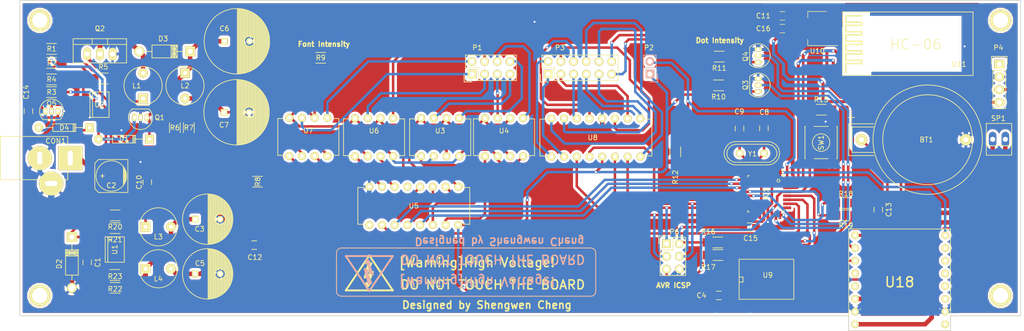
<source format=kicad_pcb>
(kicad_pcb (version 4) (host pcbnew 4.0.6-e0-6349~53~ubuntu16.04.1)
  (layers (0 F.Cu signal) (31 B.Cu signal) (34 B.Paste user) (35 F.Paste user) (36 B.SilkS user) (37 F.SilkS user) (38 B.Mask user) (39 F.Mask user) (44 Edge.Cuts user))
  (net 0 "")
  (net 1 /RTC/GND)
  (net 2 /power_supply/12V)
  (net 3 /RTC/5V)
  (net 4 "Net-(C6-Pad1)")
  (net 5 /nixie_control/170V)
  (net 6 Crystal1)
  (net 7 Ctystal2)
  (net 8 "Net-(D1-Pad2)")
  (net 9 "Net-(D1-Pad1)")
  (net 10 Digit_A3)
  (net 11 Digit_A2)
  (net 12 Digit_A1)
  (net 13 Digit_A0)
  (net 14 Font_D)
  (net 15 Font_C)
  (net 16 Font_B)
  (net 17 Font_A)
  (net 18 right_comma)
  (net 19 left_comma)
  (net 20 /RTC/I2C_SDA)
  (net 21 /RTC/I2C_SCL)
  (net 22 Reset)
  (net 23 USART_RX)
  (net 24 USART_TX)
  (net 25 Mode_button)
  (net 26 "Net-(L1-Pad1)")
  (net 27 "Net-(P1-Pad1)")
  (net 28 "Net-(P1-Pad2)")
  (net 29 "Net-(P1-Pad3)")
  (net 30 "Net-(P1-Pad4)")
  (net 31 "Net-(P1-Pad5)")
  (net 32 "Net-(P1-Pad6)")
  (net 33 "Net-(P1-Pad7)")
  (net 34 "Net-(P1-Pad8)")
  (net 35 "Net-(Q3-Pad3)")
  (net 36 "Net-(Q4-Pad3)")
  (net 37 "Net-(R4-Pad2)")
  (net 38 "Net-(R5-Pad2)")
  (net 39 "Net-(R6-Pad2)")
  (net 40 "Net-(U3-Pad1)")
  (net 41 "Net-(U3-Pad3)")
  (net 42 "Net-(U4-Pad1)")
  (net 43 "Net-(U4-Pad3)")
  (net 44 "Net-(U5-Pad7)")
  (net 45 "Net-(U5-Pad6)")
  (net 46 "Net-(U5-Pad4)")
  (net 47 "Net-(U5-Pad1)")
  (net 48 "Net-(P3-Pad2)")
  (net 49 "Net-(P3-Pad1)")
  (net 50 "Net-(P3-Pad8)")
  (net 51 "Net-(P3-Pad7)")
  (net 52 "Net-(P3-Pad3)")
  (net 53 "Net-(P3-Pad4)")
  (net 54 "Net-(P3-Pad6)")
  (net 55 "Net-(P3-Pad5)")
  (net 56 "Net-(P3-Pad9)")
  (net 57 "Net-(P3-Pad10)")
  (net 58 _cathode_comma_left)
  (net 59 _cathode_comma_right)
  (net 60 "Net-(R8-Pad2)")
  (net 61 "Net-(R9-Pad1)")
  (net 62 MP3_TX)
  (net 63 MP3_RX)
  (net 64 "Net-(R18-Pad1)")
  (net 65 "Net-(R19-Pad1)")
  (net 66 "Net-(SP1-Pad1)")
  (net 67 "Net-(SP1-Pad2)")
  (net 68 "Net-(C3-Pad1)")
  (net 69 "Net-(C1-Pad1)")
  (net 70 "Net-(D2-Pad1)")
  (net 71 "Net-(D3-Pad2)")
  (net 72 dfplayer_state)
  (net 73 "Net-(R20-Pad2)")
  (net 74 "Net-(R22-Pad1)")
  (net 75 "Net-(BT1-Pad1)")
  (net 76 "Net-(C14-Pad1)")
  (net 77 "Net-(IC1-Pad2)")
  (net 78 "Net-(IC1-Pad19)")
  (net 79 "Net-(IC1-Pad22)")
  (net 80 "Net-(IC1-Pad25)")
  (net 81 "Net-(P4-Pad1)")
  (net 82 "Net-(U5-Pad5)")
  (net 83 "Net-(U5-Pad9)")
  (net 84 "Net-(U9-Pad4)")
  (net 85 "Net-(U9-Pad3)")
  (net 86 "Net-(U9-Pad1)")
  (net 87 "Net-(U18-Pad4)")
  (net 88 "Net-(U18-Pad5)")
  (net 89 "Net-(U18-Pad9)")
  (net 90 "Net-(U18-Pad11)")
  (net 91 "Net-(U18-Pad12)")
  (net 92 "Net-(U18-Pad13)")
  (net 93 "Net-(U18-Pad14)")
  (net 94 "Net-(U18-Pad15)")
  (net 95 "Net-(D4-Pad2)")
  (net 96 "Net-(U11-Pad3)")
  (net 97 "Net-(U11-Pad8)")
  (net 98 "Net-(U11-Pad6)")
  (net 99 "Net-(U11-Pad7)")
  (net 100 "Net-(U11-Pad5)")
  (net 101 "Net-(U11-Pad4)")
  (net 102 "Net-(U11-Pad33)")
  (net 103 "Net-(U11-Pad32)")
  (net 104 "Net-(U11-Pad31)")
  (net 105 "Net-(U11-Pad30)")
  (net 106 "Net-(U11-Pad28)")
  (net 107 "Net-(U11-Pad29)")
  (net 108 "Net-(U11-Pad25)")
  (net 109 "Net-(U11-Pad24)")
  (net 110 "Net-(U11-Pad26)")
  (net 111 "Net-(U11-Pad27)")
  (net 112 "Net-(U11-Pad23)")
  (net 113 /nixie_control/3V3)
  (net 114 "Net-(U11-Pad9)")
  (net 115 "Net-(U11-Pad11)")
  (net 116 "Net-(U11-Pad10)")
  (net 117 "Net-(U11-Pad34)")
  (net 118 "Net-(U11-Pad14)")
  (net 119 "Net-(U11-Pad15)")
  (net 120 "Net-(U11-Pad16)")
  (net 121 "Net-(U11-Pad21)")
  (net 122 "Net-(U11-Pad19)")
  (net 123 "Net-(U11-Pad20)")
  (net 124 "Net-(U11-Pad18)")
  (net 125 "Net-(U11-Pad17)")
  (module CR2032H:CR2032H (layer F.Cu) (at 233.51236 98.4123 180)
    (fp_text reference BT1 (at 0.254 0 180) (layer F.SilkS))
    (fp_text value CR2032)
    (pad 2 thru_hole circle (at -7.62 0 180) (size 2.286 2.286) (drill 1.016) (layers *.Cu *.Mask F.SilkS) (net 1 /RTC/GND))
    (pad 1 thru_hole circle (at 13.24 0 180) (size 2.286 2.286) (drill 1.016) (layers *.Cu *.Mask F.SilkS) (net 75 "Net-(BT1-Pad1)"))
  )
  (module dfplayer:DFPlayer (layer F.Cu) (at 227.9 126.41352)
    (fp_text reference U18 (at 0 0.476) (layer F.SilkS) (effects (font (size 2 2) (thickness 0.3))))
    (fp_text value DFPlayer)
    (pad 1 thru_hole circle (at -8.89 -8.89) (size 1.524 1.524) (drill 0.762) (layers *.Cu *.Mask F.SilkS) (net 3 /RTC/5V))
    (pad 2 thru_hole circle (at -8.89 -6.35) (size 1.524 1.524) (drill 0.762) (layers *.Cu *.Mask F.SilkS) (net 64 "Net-(R18-Pad1)"))
    (pad 3 thru_hole circle (at -8.89 -3.81) (size 1.524 1.524) (drill 0.762) (layers *.Cu *.Mask F.SilkS) (net 65 "Net-(R19-Pad1)"))
    (pad 4 thru_hole circle (at -8.89 -1.27) (size 1.524 1.524) (drill 0.762) (layers *.Cu *.Mask F.SilkS) (net 87 "Net-(U18-Pad4)"))
    (pad 5 thru_hole circle (at -8.89 1.27) (size 1.524 1.524) (drill 0.762) (layers *.Cu *.Mask F.SilkS) (net 88 "Net-(U18-Pad5)"))
    (pad 6 thru_hole circle (at -8.89 3.81) (size 1.524 1.524) (drill 0.762) (layers *.Cu *.Mask F.SilkS) (net 67 "Net-(SP1-Pad2)"))
    (pad 7 thru_hole circle (at -8.89 6.35) (size 1.524 1.524) (drill 0.762) (layers *.Cu *.Mask F.SilkS) (net 1 /RTC/GND))
    (pad 8 thru_hole circle (at -8.89 8.89) (size 1.524 1.524) (drill 0.762) (layers *.Cu *.Mask F.SilkS) (net 66 "Net-(SP1-Pad1)"))
    (pad 9 thru_hole circle (at 9.11 8.89) (size 1.524 1.524) (drill 0.762) (layers *.Cu *.Mask F.SilkS) (net 89 "Net-(U18-Pad9)"))
    (pad 10 thru_hole circle (at 9.11 6.35) (size 1.524 1.524) (drill 0.762) (layers *.Cu *.Mask F.SilkS) (net 1 /RTC/GND))
    (pad 11 thru_hole circle (at 9.11 3.81) (size 1.524 1.524) (drill 0.762) (layers *.Cu *.Mask F.SilkS) (net 90 "Net-(U18-Pad11)"))
    (pad 12 thru_hole circle (at 9.11 1.27) (size 1.524 1.524) (drill 0.762) (layers *.Cu *.Mask F.SilkS) (net 91 "Net-(U18-Pad12)"))
    (pad 13 thru_hole circle (at 9.11 -1.27) (size 1.524 1.524) (drill 0.762) (layers *.Cu *.Mask F.SilkS) (net 92 "Net-(U18-Pad13)"))
    (pad 14 thru_hole circle (at 9.11 -3.81) (size 1.524 1.524) (drill 0.762) (layers *.Cu *.Mask F.SilkS) (net 93 "Net-(U18-Pad14)"))
    (pad 15 thru_hole circle (at 9.11 -6.35) (size 1.524 1.524) (drill 0.762) (layers *.Cu *.Mask F.SilkS) (net 94 "Net-(U18-Pad15)"))
    (pad 16 thru_hole circle (at 9.11 -8.89) (size 1.524 1.524) (drill 0.762) (layers *.Cu *.Mask F.SilkS) (net 72 dfplayer_state))
  )
  (module Housings_DIP:DIP-8_W7.62mm (layer F.Cu) (at 145.034 101.727 90)
    (fp_text reference U4 (at 5.08 3.81 180) (layer F.SilkS))
    (fp_text value TLP521)
    (pad 1 thru_hole oval (at 0 0 90) (size 1.6 1.6) (drill 0.8) (layers *.Cu *.Mask F.SilkS) (net 42 "Net-(U4-Pad1)"))
    (pad 2 thru_hole oval (at 0 2.54 90) (size 1.6 1.6) (drill 0.8) (layers *.Cu *.Mask F.SilkS) (net 60 "Net-(R8-Pad2)"))
    (pad 3 thru_hole oval (at 0 5.08 90) (size 1.6 1.6) (drill 0.8) (layers *.Cu *.Mask F.SilkS) (net 43 "Net-(U4-Pad3)"))
    (pad 4 thru_hole oval (at 0 7.62 90) (size 1.6 1.6) (drill 0.8) (layers *.Cu *.Mask F.SilkS) (net 60 "Net-(R8-Pad2)"))
    (pad 5 thru_hole oval (at 7.62 7.62 90) (size 1.6 1.6) (drill 0.8) (layers *.Cu *.Mask F.SilkS) (net 32 "Net-(P1-Pad6)"))
    (pad 6 thru_hole oval (at 7.62 5.08 90) (size 1.6 1.6) (drill 0.8) (layers *.Cu *.Mask F.SilkS) (net 61 "Net-(R9-Pad1)"))
    (pad 7 thru_hole oval (at 7.62 2.54 90) (size 1.6 1.6) (drill 0.8) (layers *.Cu *.Mask F.SilkS) (net 31 "Net-(P1-Pad5)"))
    (pad 8 thru_hole oval (at 7.62 0 90) (size 1.6 1.6) (drill 0.8) (layers *.Cu *.Mask F.SilkS) (net 61 "Net-(R9-Pad1)"))
  )
  (module Housings_DIP:DIP-8_W7.62mm (layer F.Cu) (at 105.918 101.6635 90)
    (fp_text reference U7 (at 5.08 3.81 180) (layer F.SilkS))
    (fp_text value TLP521)
    (pad 1 thru_hole oval (at 0 0 90) (size 1.6 1.6) (drill 0.8) (layers *.Cu *.Mask F.SilkS) (net 46 "Net-(U5-Pad4)"))
    (pad 2 thru_hole oval (at 0 2.54 90) (size 1.6 1.6) (drill 0.8) (layers *.Cu *.Mask F.SilkS) (net 60 "Net-(R8-Pad2)"))
    (pad 3 thru_hole oval (at 0 5.08 90) (size 1.6 1.6) (drill 0.8) (layers *.Cu *.Mask F.SilkS) (net 44 "Net-(U5-Pad7)"))
    (pad 4 thru_hole oval (at 0 7.62 90) (size 1.6 1.6) (drill 0.8) (layers *.Cu *.Mask F.SilkS) (net 60 "Net-(R8-Pad2)"))
    (pad 5 thru_hole oval (at 7.62 7.62 90) (size 1.6 1.6) (drill 0.8) (layers *.Cu *.Mask F.SilkS) (net 28 "Net-(P1-Pad2)"))
    (pad 6 thru_hole oval (at 7.62 5.08 90) (size 1.6 1.6) (drill 0.8) (layers *.Cu *.Mask F.SilkS) (net 61 "Net-(R9-Pad1)"))
    (pad 7 thru_hole oval (at 7.62 2.54 90) (size 1.6 1.6) (drill 0.8) (layers *.Cu *.Mask F.SilkS) (net 27 "Net-(P1-Pad1)"))
    (pad 8 thru_hole oval (at 7.62 0 90) (size 1.6 1.6) (drill 0.8) (layers *.Cu *.Mask F.SilkS) (net 61 "Net-(R9-Pad1)"))
  )
  (module Capacitors_ThroughHole:C_Radial_D13_L21_P5 (layer F.Cu) (at 92.89288 92.92844)
    (fp_text reference C7 (at 0 2.54) (layer F.SilkS))
    (fp_text value 33uf/250v)
    (pad 1 thru_hole rect (at 0 0) (size 1.3 1.3) (drill 0.8) (layers *.Cu *.Mask F.SilkS) (net 5 /nixie_control/170V))
    (pad 2 thru_hole circle (at 5 0) (size 1.3 1.3) (drill 0.8) (layers *.Cu *.Mask F.SilkS) (net 1 /RTC/GND))
  )
  (module Capacitors_SMD:C_0805_HandSoldering (layer F.Cu) (at 191.77 129.54)
    (fp_text reference C4 (at -3.46288 0) (layer F.SilkS))
    (fp_text value 0.1uf)
    (pad 1 smd rect (at -1.25 0) (size 1.5 1.25) (layers F.Cu F.Paste F.Mask) (net 3 /RTC/5V))
    (pad 2 smd rect (at 1.25 0) (size 1.5 1.25) (layers F.Cu F.Paste F.Mask) (net 1 /RTC/GND))
  )
  (module Capacitors_ThroughHole:C_Radial_D13_L21_P5 (layer F.Cu) (at 92.964 78.74)
    (fp_text reference C6 (at 0 -2.54) (layer F.SilkS))
    (fp_text value 33uf/250v)
    (pad 1 thru_hole rect (at 0 0) (size 1.3 1.3) (drill 0.8) (layers *.Cu *.Mask F.SilkS) (net 4 "Net-(C6-Pad1)"))
    (pad 2 thru_hole circle (at 5 0) (size 1.3 1.3) (drill 0.8) (layers *.Cu *.Mask F.SilkS) (net 1 /RTC/GND))
  )
  (module Capacitors_SMD:C_0805_HandSoldering (layer F.Cu) (at 200.78827 96.14281 90)
    (fp_text reference C8 (at 3.23088 0.06096 180) (layer F.SilkS))
    (fp_text value 22pf)
    (pad 1 smd rect (at -1.25 0 90) (size 1.5 1.25) (layers F.Cu F.Paste F.Mask) (net 6 Crystal1))
    (pad 2 smd rect (at 1.25 0 90) (size 1.5 1.25) (layers F.Cu F.Paste F.Mask) (net 1 /RTC/GND))
  )
  (module Capacitors_SMD:C_0805_HandSoldering (layer F.Cu) (at 195.91147 96.18345 90)
    (fp_text reference C9 (at 3.39344 -0.0508 180) (layer F.SilkS))
    (fp_text value 22pf)
    (pad 1 smd rect (at -1.25 0 90) (size 1.5 1.25) (layers F.Cu F.Paste F.Mask) (net 7 Ctystal2))
    (pad 2 smd rect (at 1.25 0 90) (size 1.5 1.25) (layers F.Cu F.Paste F.Mask) (net 1 /RTC/GND))
  )
  (module Capacitors_SMD:C_0805_HandSoldering (layer F.Cu) (at 77.55636 106.9086 90)
    (fp_text reference C10 (at 0 -1.651 90) (layer F.SilkS))
    (fp_text value 0.1uf)
    (pad 1 smd rect (at -1.25 0 90) (size 1.5 1.25) (layers F.Cu F.Paste F.Mask) (net 2 /power_supply/12V))
    (pad 2 smd rect (at 1.25 0 90) (size 1.5 1.25) (layers F.Cu F.Paste F.Mask) (net 1 /RTC/GND))
  )
  (module Capacitors_SMD:C_0805_HandSoldering (layer F.Cu) (at 98.9076 119.47144)
    (fp_text reference C12 (at 0.1524 2.44856 180) (layer F.SilkS))
    (fp_text value 0.1uf)
    (pad 1 smd rect (at -1.25 0) (size 1.5 1.25) (layers F.Cu F.Paste F.Mask) (net 3 /RTC/5V))
    (pad 2 smd rect (at 1.25 0) (size 1.5 1.25) (layers F.Cu F.Paste F.Mask) (net 1 /RTC/GND))
  )
  (module Diodes_ThroughHole:Diode_DO-35_SOD27_Horizontal_RM10 (layer F.Cu) (at 77.978 98.298 180)
    (fp_text reference D1 (at 5.08 0 180) (layer F.SilkS))
    (fp_text value 1N4148)
    (pad 2 thru_hole circle (at 10.16052 -0.00254) (size 1.69926 1.69926) (drill 0.70104) (layers *.Cu *.Mask F.SilkS) (net 8 "Net-(D1-Pad2)"))
    (pad 1 thru_hole rect (at 0.00052 -0.00254) (size 1.69926 1.69926) (drill 0.70104) (layers *.Cu *.Mask F.SilkS) (net 9 "Net-(D1-Pad1)"))
  )
  (module Housings_QFP:TQFP-32_7x7mm_Pitch0.8mm (layer F.Cu) (at 201.17435 109.21873 270)
    (fp_text reference IC1 (at 0 0 270) (layer F.SilkS))
    (fp_text value ATMEGA328P-A)
    (pad 1 smd rect (at -4.25 -2.8 270) (size 1.6 0.55) (layers F.Cu F.Paste F.Mask) (net 72 dfplayer_state))
    (pad 2 smd rect (at -4.25 -2 270) (size 1.6 0.55) (layers F.Cu F.Paste F.Mask) (net 77 "Net-(IC1-Pad2)"))
    (pad 3 smd rect (at -4.25 -1.2 270) (size 1.6 0.55) (layers F.Cu F.Paste F.Mask) (net 1 /RTC/GND))
    (pad 4 smd rect (at -4.25 -0.4 270) (size 1.6 0.55) (layers F.Cu F.Paste F.Mask) (net 3 /RTC/5V))
    (pad 5 smd rect (at -4.25 0.4 270) (size 1.6 0.55) (layers F.Cu F.Paste F.Mask) (net 1 /RTC/GND))
    (pad 6 smd rect (at -4.25 1.2 270) (size 1.6 0.55) (layers F.Cu F.Paste F.Mask) (net 3 /RTC/5V))
    (pad 7 smd rect (at -4.25 2 270) (size 1.6 0.55) (layers F.Cu F.Paste F.Mask) (net 6 Crystal1))
    (pad 8 smd rect (at -4.25 2.8 270) (size 1.6 0.55) (layers F.Cu F.Paste F.Mask) (net 7 Ctystal2))
    (pad 9 smd rect (at -2.8 4.25) (size 1.6 0.55) (layers F.Cu F.Paste F.Mask) (net 10 Digit_A3))
    (pad 10 smd rect (at -2 4.25) (size 1.6 0.55) (layers F.Cu F.Paste F.Mask) (net 11 Digit_A2))
    (pad 11 smd rect (at -1.2 4.25) (size 1.6 0.55) (layers F.Cu F.Paste F.Mask) (net 12 Digit_A1))
    (pad 12 smd rect (at -0.4 4.25) (size 1.6 0.55) (layers F.Cu F.Paste F.Mask) (net 63 MP3_RX))
    (pad 13 smd rect (at 0.4 4.25) (size 1.6 0.55) (layers F.Cu F.Paste F.Mask) (net 62 MP3_TX))
    (pad 14 smd rect (at 1.2 4.25) (size 1.6 0.55) (layers F.Cu F.Paste F.Mask) (net 14 Font_D))
    (pad 15 smd rect (at 2 4.25) (size 1.6 0.55) (layers F.Cu F.Paste F.Mask) (net 15 Font_C))
    (pad 16 smd rect (at 2.8 4.25) (size 1.6 0.55) (layers F.Cu F.Paste F.Mask) (net 16 Font_B))
    (pad 17 smd rect (at 4.25 2.8 270) (size 1.6 0.55) (layers F.Cu F.Paste F.Mask) (net 17 Font_A))
    (pad 18 smd rect (at 4.25 2 270) (size 1.6 0.55) (layers F.Cu F.Paste F.Mask) (net 3 /RTC/5V))
    (pad 19 smd rect (at 4.25 1.2 270) (size 1.6 0.55) (layers F.Cu F.Paste F.Mask) (net 78 "Net-(IC1-Pad19)"))
    (pad 20 smd rect (at 4.25 0.4 270) (size 1.6 0.55) (layers F.Cu F.Paste F.Mask) (net 3 /RTC/5V))
    (pad 21 smd rect (at 4.25 -0.4 270) (size 1.6 0.55) (layers F.Cu F.Paste F.Mask) (net 1 /RTC/GND))
    (pad 22 smd rect (at 4.25 -1.2 270) (size 1.6 0.55) (layers F.Cu F.Paste F.Mask) (net 79 "Net-(IC1-Pad22)"))
    (pad 23 smd rect (at 4.25 -2 270) (size 1.6 0.55) (layers F.Cu F.Paste F.Mask) (net 18 right_comma))
    (pad 24 smd rect (at 4.25 -2.8 270) (size 1.6 0.55) (layers F.Cu F.Paste F.Mask) (net 19 left_comma))
    (pad 25 smd rect (at 2.8 -4.25) (size 1.6 0.55) (layers F.Cu F.Paste F.Mask) (net 80 "Net-(IC1-Pad25)"))
    (pad 26 smd rect (at 2 -4.25) (size 1.6 0.55) (layers F.Cu F.Paste F.Mask) (net 13 Digit_A0))
    (pad 27 smd rect (at 1.2 -4.25) (size 1.6 0.55) (layers F.Cu F.Paste F.Mask) (net 20 /RTC/I2C_SDA))
    (pad 28 smd rect (at 0.4 -4.25) (size 1.6 0.55) (layers F.Cu F.Paste F.Mask) (net 21 /RTC/I2C_SCL))
    (pad 29 smd rect (at -0.4 -4.25) (size 1.6 0.55) (layers F.Cu F.Paste F.Mask) (net 22 Reset))
    (pad 30 smd rect (at -1.2 -4.25) (size 1.6 0.55) (layers F.Cu F.Paste F.Mask) (net 23 USART_RX))
    (pad 31 smd rect (at -2 -4.25) (size 1.6 0.55) (layers F.Cu F.Paste F.Mask) (net 24 USART_TX))
    (pad 32 smd rect (at -2.8 -4.25) (size 1.6 0.55) (layers F.Cu F.Paste F.Mask) (net 25 Mode_button))
  )
  (module Inductors:INDUCTOR_V (layer F.Cu) (at 76.708 87.63 90)
    (fp_text reference L1 (at 0 -1.27 180) (layer F.SilkS))
    (fp_text value 220uh)
    (pad 1 thru_hole rect (at -2.54 0 90) (size 1.905 1.905) (drill 0.8128) (layers *.Cu *.Mask F.SilkS) (net 26 "Net-(L1-Pad1)"))
    (pad 2 thru_hole circle (at 2.54 0 90) (size 1.905 1.905) (drill 0.8128) (layers *.Cu *.Mask F.SilkS) (net 71 "Net-(D3-Pad2)"))
  )
  (module Inductors:INDUCTOR_V (layer F.Cu) (at 85.09 87.63 270)
    (fp_text reference L2 (at 0 0 360) (layer F.SilkS))
    (fp_text value 22uh)
    (pad 1 thru_hole rect (at -2.54 0 270) (size 1.905 1.905) (drill 0.8128) (layers *.Cu *.Mask F.SilkS) (net 4 "Net-(C6-Pad1)"))
    (pad 2 thru_hole circle (at 2.54 0 270) (size 1.905 1.905) (drill 0.8128) (layers *.Cu *.Mask F.SilkS) (net 5 /nixie_control/170V))
  )
  (module TO_SOT_Packages_THT:TO-92_Inline_Narrow_Oval (layer F.Cu) (at 77.47 93.98 180)
    (fp_text reference Q1 (at -2.54 0 180) (layer F.SilkS))
    (fp_text value 2SB647)
    (pad 2 thru_hole oval (at 1.27 0) (size 0.89916 1.50114) (drill 0.6) (layers *.Cu *.Mask F.SilkS) (net 1 /RTC/GND))
    (pad 3 thru_hole oval (at 2.54 0) (size 0.89916 1.50114) (drill 0.6) (layers *.Cu *.Mask F.SilkS) (net 8 "Net-(D1-Pad2)"))
    (pad 1 thru_hole oval (at 0 0) (size 0.89916 1.50114) (drill 0.6) (layers *.Cu *.Mask F.SilkS) (net 9 "Net-(D1-Pad1)"))
  )
  (module TO_SOT_Packages_THT:TO-92_Inline_Narrow_Oval (layer F.Cu) (at 199.644 86.23554 270)
    (fp_text reference Q3 (at 1.27 2.54 270) (layer F.SilkS))
    (fp_text value MPSA42)
    (pad 2 thru_hole oval (at 1.27 0 90) (size 0.89916 1.50114) (drill 0.6) (layers *.Cu *.Mask F.SilkS) (net 19 left_comma))
    (pad 3 thru_hole oval (at 2.54 0 90) (size 0.89916 1.50114) (drill 0.6) (layers *.Cu *.Mask F.SilkS) (net 35 "Net-(Q3-Pad3)"))
    (pad 1 thru_hole oval (at 0 0 90) (size 0.89916 1.50114) (drill 0.6) (layers *.Cu *.Mask F.SilkS) (net 1 /RTC/GND))
  )
  (module TO_SOT_Packages_THT:TO-92_Inline_Narrow_Oval (layer F.Cu) (at 199.644 80.36814 270)
    (fp_text reference Q4 (at 1.41986 2.54 270) (layer F.SilkS))
    (fp_text value MPSA42)
    (pad 2 thru_hole oval (at 1.27 0 90) (size 0.89916 1.50114) (drill 0.6) (layers *.Cu *.Mask F.SilkS) (net 18 right_comma))
    (pad 3 thru_hole oval (at 2.54 0 90) (size 0.89916 1.50114) (drill 0.6) (layers *.Cu *.Mask F.SilkS) (net 36 "Net-(Q4-Pad3)"))
    (pad 1 thru_hole oval (at 0 0 90) (size 0.89916 1.50114) (drill 0.6) (layers *.Cu *.Mask F.SilkS) (net 1 /RTC/GND))
  )
  (module Resistors_SMD:R_1206_HandSoldering (layer F.Cu) (at 58.42 80.264)
    (fp_text reference R1 (at 0 0) (layer F.SilkS))
    (fp_text value 0.5ohm)
    (pad 1 smd rect (at -2 0) (size 2 1.7) (layers F.Cu F.Paste F.Mask) (net 2 /power_supply/12V))
    (pad 2 smd rect (at 2 0) (size 2 1.7) (layers F.Cu F.Paste F.Mask) (net 26 "Net-(L1-Pad1)"))
  )
  (module Resistors_SMD:R_1206_HandSoldering (layer F.Cu) (at 58.42 83.058)
    (fp_text reference R2 (at 0.07112 0.03556) (layer F.SilkS))
    (fp_text value 0.5ohm)
    (pad 1 smd rect (at -2 0) (size 2 1.7) (layers F.Cu F.Paste F.Mask) (net 2 /power_supply/12V))
    (pad 2 smd rect (at 2 0) (size 2 1.7) (layers F.Cu F.Paste F.Mask) (net 26 "Net-(L1-Pad1)"))
  )
  (module Resistors_SMD:R_1206_HandSoldering (layer F.Cu) (at 58.42 88.9 180)
    (fp_text reference R3 (at 0 0 180) (layer F.SilkS))
    (fp_text value "1k ohm")
    (pad 1 smd rect (at -2 0 180) (size 2 1.7) (layers F.Cu F.Paste F.Mask) (net 8 "Net-(D1-Pad2)"))
    (pad 2 smd rect (at 2 0 180) (size 2 1.7) (layers F.Cu F.Paste F.Mask) (net 1 /RTC/GND))
  )
  (module Resistors_SMD:R_1206_HandSoldering (layer F.Cu) (at 58.42 86.36)
    (fp_text reference R4 (at 0 0) (layer F.SilkS))
    (fp_text value "1k ohm")
    (pad 1 smd rect (at -2 0) (size 2 1.7) (layers F.Cu F.Paste F.Mask) (net 26 "Net-(L1-Pad1)"))
    (pad 2 smd rect (at 2 0) (size 2 1.7) (layers F.Cu F.Paste F.Mask) (net 37 "Net-(R4-Pad2)"))
  )
  (module Resistors_SMD:R_1206_HandSoldering (layer F.Cu) (at 68.7705 86.1695)
    (fp_text reference R5 (at 0 -2.3) (layer F.SilkS))
    (fp_text value 620ohm)
    (pad 1 smd rect (at -2 0) (size 2 1.7) (layers F.Cu F.Paste F.Mask) (net 26 "Net-(L1-Pad1)"))
    (pad 2 smd rect (at 2 0) (size 2 1.7) (layers F.Cu F.Paste F.Mask) (net 38 "Net-(R5-Pad2)"))
  )
  (module Resistors_SMD:R_1206_HandSoldering (layer F.Cu) (at 83.058 96.012 270)
    (fp_text reference R6 (at 0 0 360) (layer F.SilkS))
    (fp_text value "100k ohm")
    (pad 1 smd rect (at -2 0 270) (size 2 1.7) (layers F.Cu F.Paste F.Mask) (net 4 "Net-(C6-Pad1)"))
    (pad 2 smd rect (at 2 0 270) (size 2 1.7) (layers F.Cu F.Paste F.Mask) (net 39 "Net-(R6-Pad2)"))
  )
  (module Resistors_SMD:R_1206_HandSoldering (layer F.Cu) (at 85.852 96.012 270)
    (fp_text reference R7 (at 0 0 360) (layer F.SilkS))
    (fp_text value "750 ohm")
    (pad 1 smd rect (at -2 0 270) (size 2 1.7) (layers F.Cu F.Paste F.Mask) (net 39 "Net-(R6-Pad2)"))
    (pad 2 smd rect (at 2 0 270) (size 2 1.7) (layers F.Cu F.Paste F.Mask) (net 1 /RTC/GND))
  )
  (module Resistors_SMD:R_1206_HandSoldering (layer F.Cu) (at 99.568 106.807)
    (fp_text reference R8 (at 0.0635 0 90) (layer F.SilkS))
    (fp_text value 330ohm)
    (pad 1 smd rect (at -2 0) (size 2 1.7) (layers F.Cu F.Paste F.Mask) (net 1 /RTC/GND))
    (pad 2 smd rect (at 2 0) (size 2 1.7) (layers F.Cu F.Paste F.Mask) (net 60 "Net-(R8-Pad2)"))
  )
  (module Resistors_SMD:R_1206_HandSoldering (layer F.Cu) (at 112.2045 82.042 180)
    (fp_text reference R9 (at 0 0 180) (layer F.SilkS))
    (fp_text value "5.1k ohm")
    (pad 1 smd rect (at -2 0 180) (size 2 1.7) (layers F.Cu F.Paste F.Mask) (net 61 "Net-(R9-Pad1)"))
    (pad 2 smd rect (at 2 0 180) (size 2 1.7) (layers F.Cu F.Paste F.Mask) (net 5 /nixie_control/170V))
  )
  (module Resistors_SMD:R_1206_HandSoldering (layer F.Cu) (at 191.7192 87.5538 180)
    (fp_text reference R10 (at 0 -2.3 180) (layer F.SilkS))
    (fp_text value "33K ohm")
    (pad 1 smd rect (at -2 0 180) (size 2 1.7) (layers F.Cu F.Paste F.Mask) (net 35 "Net-(Q3-Pad3)"))
    (pad 2 smd rect (at 2 0 180) (size 2 1.7) (layers F.Cu F.Paste F.Mask) (net 58 _cathode_comma_left))
  )
  (module Resistors_SMD:R_1206_HandSoldering (layer F.Cu) (at 191.8716 81.8007 180)
    (fp_text reference R11 (at 0 -2.3 180) (layer F.SilkS))
    (fp_text value "33k ohm")
    (pad 1 smd rect (at -2 0 180) (size 2 1.7) (layers F.Cu F.Paste F.Mask) (net 36 "Net-(Q4-Pad3)"))
    (pad 2 smd rect (at 2 0 180) (size 2 1.7) (layers F.Cu F.Paste F.Mask) (net 59 _cathode_comma_right))
  )
  (module Resistors_SMD:R_1206_HandSoldering (layer F.Cu) (at 183.07177 100.81641 90)
    (fp_text reference R12 (at -5.08 0 90) (layer F.SilkS))
    (fp_text value 330ohm)
    (pad 1 smd rect (at -2 0 90) (size 2 1.7) (layers F.Cu F.Paste F.Mask) (net 1 /RTC/GND))
    (pad 2 smd rect (at 2 0 90) (size 2 1.7) (layers F.Cu F.Paste F.Mask) (net 25 Mode_button))
  )
  (module Resistors_SMD:R_1206_HandSoldering (layer F.Cu) (at 212.23478 92.41536 180)
    (fp_text reference R15 (at 0 2.032 180) (layer F.SilkS))
    (fp_text value "10k ohm")
    (pad 1 smd rect (at -2 0 180) (size 2 1.7) (layers F.Cu F.Paste F.Mask) (net 22 Reset))
    (pad 2 smd rect (at 2 0 180) (size 2 1.7) (layers F.Cu F.Paste F.Mask) (net 3 /RTC/5V))
  )
  (module Resistors_SMD:R_1206_HandSoldering (layer F.Cu) (at 191.57188 118.94312)
    (fp_text reference R16 (at -1.905 -2.159) (layer F.SilkS))
    (fp_text value "4.7k ohm")
    (pad 1 smd rect (at -2 0) (size 2 1.7) (layers F.Cu F.Paste F.Mask) (net 3 /RTC/5V))
    (pad 2 smd rect (at 2 0) (size 2 1.7) (layers F.Cu F.Paste F.Mask) (net 20 /RTC/I2C_SDA))
  )
  (module Resistors_SMD:R_1206_HandSoldering (layer F.Cu) (at 191.58204 121.4628)
    (fp_text reference R17 (at -1.905 2.413) (layer F.SilkS))
    (fp_text value "4.7k ohm")
    (pad 1 smd rect (at -2 0) (size 2 1.7) (layers F.Cu F.Paste F.Mask) (net 3 /RTC/5V))
    (pad 2 smd rect (at 2 0) (size 2 1.7) (layers F.Cu F.Paste F.Mask) (net 21 /RTC/I2C_SCL))
  )
  (module Resistors_SMD:R_1206_HandSoldering (layer F.Cu) (at 217.0557 113.538 180)
    (fp_text reference R19 (at -0.1143 -2.032 180) (layer F.SilkS))
    (fp_text value "1k ohm")
    (pad 1 smd rect (at -2 0 180) (size 2 1.7) (layers F.Cu F.Paste F.Mask) (net 65 "Net-(R19-Pad1)"))
    (pad 2 smd rect (at 2 0 180) (size 2 1.7) (layers F.Cu F.Paste F.Mask) (net 63 MP3_RX))
  )
  (module Connect:PINHEAD1-2 (layer F.Cu) (at 247.7643 98.3361 180)
    (fp_text reference SP1 (at 0.127 4.191 180) (layer F.SilkS))
    (fp_text value SPEAKER)
    (pad 1 thru_hole oval (at -1.27 0 180) (size 1.50622 3.01498) (drill 0.99822) (layers *.Cu *.Mask) (net 66 "Net-(SP1-Pad1)"))
    (pad 2 thru_hole oval (at 1.27 0 180) (size 1.50622 3.01498) (drill 0.99822) (layers *.Cu *.Mask) (net 67 "Net-(SP1-Pad2)"))
  )
  (module Buttons_Switches_SMD:SW_SPST_PTS645 (layer F.Cu) (at 212.20684 98.98126 270)
    (fp_text reference SW1 (at 0 0 270) (layer F.SilkS))
    (fp_text value SW_PUSH)
    (pad 2 smd rect (at -3.975 2.25 270) (size 1.55 1.3) (layers F.Cu F.Paste F.Mask) (net 22 Reset))
    (pad 1 smd rect (at -3.975 -2.25 270) (size 1.55 1.3) (layers F.Cu F.Paste F.Mask) (net 1 /RTC/GND))
    (pad 1 smd rect (at 3.975 -2.25 270) (size 1.55 1.3) (layers F.Cu F.Paste F.Mask) (net 1 /RTC/GND))
    (pad 2 smd rect (at 3.975 2.25 270) (size 1.55 1.3) (layers F.Cu F.Paste F.Mask) (net 22 Reset))
  )
  (module Power_Integrations:SO-8 (layer F.Cu) (at 68.00088 91.40444 270)
    (fp_text reference U2 (at 0 0 360) (layer F.SilkS))
    (fp_text value MC34063A)
    (pad 1 smd oval (at -1.905 2.794 270) (size 0.6096 1.4732) (layers F.Cu F.Paste F.Mask) (net 37 "Net-(R4-Pad2)"))
    (pad 2 smd oval (at -0.635 2.794 270) (size 0.6096 1.4732) (layers F.Cu F.Paste F.Mask) (net 8 "Net-(D1-Pad2)"))
    (pad 3 smd oval (at 0.635 2.794 270) (size 0.6096 1.4732) (layers F.Cu F.Paste F.Mask) (net 95 "Net-(D4-Pad2)"))
    (pad 4 smd oval (at 1.905 2.794 270) (size 0.6096 1.4732) (layers F.Cu F.Paste F.Mask) (net 1 /RTC/GND))
    (pad 5 smd oval (at 1.905 -2.794 270) (size 0.6096 1.4732) (layers F.Cu F.Paste F.Mask) (net 39 "Net-(R6-Pad2)"))
    (pad 6 smd oval (at 0.635 -2.794 270) (size 0.6096 1.4732) (layers F.Cu F.Paste F.Mask) (net 2 /power_supply/12V))
    (pad 7 smd oval (at -0.635 -2.794 270) (size 0.6096 1.4732) (layers F.Cu F.Paste F.Mask) (net 26 "Net-(L1-Pad1)"))
    (pad 8 smd oval (at -1.905 -2.794 270) (size 0.6096 1.4732) (layers F.Cu F.Paste F.Mask) (net 38 "Net-(R5-Pad2)"))
  )
  (module Housings_DIP:DIP-8_W7.62mm (layer F.Cu) (at 132.2705 101.727 90)
    (fp_text reference U3 (at 5.08 3.81 180) (layer F.SilkS))
    (fp_text value TLP521)
    (pad 1 thru_hole oval (at 0 0 90) (size 1.6 1.6) (drill 0.8) (layers *.Cu *.Mask F.SilkS) (net 40 "Net-(U3-Pad1)"))
    (pad 2 thru_hole oval (at 0 2.54 90) (size 1.6 1.6) (drill 0.8) (layers *.Cu *.Mask F.SilkS) (net 60 "Net-(R8-Pad2)"))
    (pad 3 thru_hole oval (at 0 5.08 90) (size 1.6 1.6) (drill 0.8) (layers *.Cu *.Mask F.SilkS) (net 41 "Net-(U3-Pad3)"))
    (pad 4 thru_hole oval (at 0 7.62 90) (size 1.6 1.6) (drill 0.8) (layers *.Cu *.Mask F.SilkS) (net 60 "Net-(R8-Pad2)"))
    (pad 5 thru_hole oval (at 7.62 7.62 90) (size 1.6 1.6) (drill 0.8) (layers *.Cu *.Mask F.SilkS) (net 34 "Net-(P1-Pad8)"))
    (pad 6 thru_hole oval (at 7.62 5.08 90) (size 1.6 1.6) (drill 0.8) (layers *.Cu *.Mask F.SilkS) (net 61 "Net-(R9-Pad1)"))
    (pad 7 thru_hole oval (at 7.62 2.54 90) (size 1.6 1.6) (drill 0.8) (layers *.Cu *.Mask F.SilkS) (net 33 "Net-(P1-Pad7)"))
    (pad 8 thru_hole oval (at 7.62 0 90) (size 1.6 1.6) (drill 0.8) (layers *.Cu *.Mask F.SilkS) (net 61 "Net-(R9-Pad1)"))
  )
  (module Housings_DIP:DIP-16_W7.62mm (layer F.Cu) (at 139.7 107.823 270)
    (fp_text reference U5 (at 3.81 8.89 360) (layer F.SilkS))
    (fp_text value HEF4028)
    (pad 1 thru_hole oval (at 0 0 270) (size 1.6 1.6) (drill 0.8) (layers *.Cu *.Mask F.SilkS) (net 47 "Net-(U5-Pad1)"))
    (pad 2 thru_hole oval (at 0 2.54 270) (size 1.6 1.6) (drill 0.8) (layers *.Cu *.Mask F.SilkS) (net 43 "Net-(U4-Pad3)"))
    (pad 3 thru_hole oval (at 0 5.08 270) (size 1.6 1.6) (drill 0.8) (layers *.Cu *.Mask F.SilkS) (net 41 "Net-(U3-Pad3)"))
    (pad 4 thru_hole oval (at 0 7.62 270) (size 1.6 1.6) (drill 0.8) (layers *.Cu *.Mask F.SilkS) (net 46 "Net-(U5-Pad4)"))
    (pad 5 thru_hole oval (at 0 10.16 270) (size 1.6 1.6) (drill 0.8) (layers *.Cu *.Mask F.SilkS) (net 82 "Net-(U5-Pad5)"))
    (pad 6 thru_hole oval (at 0 12.7 270) (size 1.6 1.6) (drill 0.8) (layers *.Cu *.Mask F.SilkS) (net 45 "Net-(U5-Pad6)"))
    (pad 7 thru_hole oval (at 0 15.24 270) (size 1.6 1.6) (drill 0.8) (layers *.Cu *.Mask F.SilkS) (net 44 "Net-(U5-Pad7)"))
    (pad 8 thru_hole oval (at 0 17.78 270) (size 1.6 1.6) (drill 0.8) (layers *.Cu *.Mask F.SilkS) (net 1 /RTC/GND))
    (pad 9 thru_hole oval (at 7.62 17.78 270) (size 1.6 1.6) (drill 0.8) (layers *.Cu *.Mask F.SilkS) (net 83 "Net-(U5-Pad9)"))
    (pad 10 thru_hole oval (at 7.62 15.24 270) (size 1.6 1.6) (drill 0.8) (layers *.Cu *.Mask F.SilkS) (net 13 Digit_A0))
    (pad 11 thru_hole oval (at 7.62 12.7 270) (size 1.6 1.6) (drill 0.8) (layers *.Cu *.Mask F.SilkS) (net 10 Digit_A3))
    (pad 12 thru_hole oval (at 7.62 10.16 270) (size 1.6 1.6) (drill 0.8) (layers *.Cu *.Mask F.SilkS) (net 11 Digit_A2))
    (pad 13 thru_hole oval (at 7.62 7.62 270) (size 1.6 1.6) (drill 0.8) (layers *.Cu *.Mask F.SilkS) (net 12 Digit_A1))
    (pad 14 thru_hole oval (at 7.62 5.08 270) (size 1.6 1.6) (drill 0.8) (layers *.Cu *.Mask F.SilkS) (net 40 "Net-(U3-Pad1)"))
    (pad 15 thru_hole oval (at 7.62 2.54 270) (size 1.6 1.6) (drill 0.8) (layers *.Cu *.Mask F.SilkS) (net 42 "Net-(U4-Pad1)"))
    (pad 16 thru_hole oval (at 7.62 0 270) (size 1.6 1.6) (drill 0.8) (layers *.Cu *.Mask F.SilkS) (net 3 /RTC/5V))
  )
  (module Housings_DIP:DIP-8_W7.62mm (layer F.Cu) (at 119.0625 101.727 90)
    (fp_text reference U6 (at 5.08 3.81 180) (layer F.SilkS))
    (fp_text value TLP521)
    (pad 1 thru_hole oval (at 0 0 90) (size 1.6 1.6) (drill 0.8) (layers *.Cu *.Mask F.SilkS) (net 45 "Net-(U5-Pad6)"))
    (pad 2 thru_hole oval (at 0 2.54 90) (size 1.6 1.6) (drill 0.8) (layers *.Cu *.Mask F.SilkS) (net 60 "Net-(R8-Pad2)"))
    (pad 3 thru_hole oval (at 0 5.08 90) (size 1.6 1.6) (drill 0.8) (layers *.Cu *.Mask F.SilkS) (net 47 "Net-(U5-Pad1)"))
    (pad 4 thru_hole oval (at 0 7.62 90) (size 1.6 1.6) (drill 0.8) (layers *.Cu *.Mask F.SilkS) (net 60 "Net-(R8-Pad2)"))
    (pad 5 thru_hole oval (at 7.62 7.62 90) (size 1.6 1.6) (drill 0.8) (layers *.Cu *.Mask F.SilkS) (net 30 "Net-(P1-Pad4)"))
    (pad 6 thru_hole oval (at 7.62 5.08 90) (size 1.6 1.6) (drill 0.8) (layers *.Cu *.Mask F.SilkS) (net 61 "Net-(R9-Pad1)"))
    (pad 7 thru_hole oval (at 7.62 2.54 90) (size 1.6 1.6) (drill 0.8) (layers *.Cu *.Mask F.SilkS) (net 29 "Net-(P1-Pad3)"))
    (pad 8 thru_hole oval (at 7.62 0 90) (size 1.6 1.6) (drill 0.8) (layers *.Cu *.Mask F.SilkS) (net 61 "Net-(R9-Pad1)"))
  )
  (module Housings_DIP:DIP-16_W7.62mm (layer F.Cu) (at 158.3055 101.7905 90)
    (fp_text reference U8 (at 3.81 8.255 180) (layer F.SilkS))
    (fp_text value 74L147)
    (pad 1 thru_hole oval (at 0 0 90) (size 1.6 1.6) (drill 0.8) (layers *.Cu *.Mask F.SilkS) (net 48 "Net-(P3-Pad2)"))
    (pad 2 thru_hole oval (at 0 2.54 90) (size 1.6 1.6) (drill 0.8) (layers *.Cu *.Mask F.SilkS) (net 49 "Net-(P3-Pad1)"))
    (pad 3 thru_hole oval (at 0 5.08 90) (size 1.6 1.6) (drill 0.8) (layers *.Cu *.Mask F.SilkS) (net 17 Font_A))
    (pad 4 thru_hole oval (at 0 7.62 90) (size 1.6 1.6) (drill 0.8) (layers *.Cu *.Mask F.SilkS) (net 14 Font_D))
    (pad 5 thru_hole oval (at 0 10.16 90) (size 1.6 1.6) (drill 0.8) (layers *.Cu *.Mask F.SilkS) (net 3 /RTC/5V))
    (pad 6 thru_hole oval (at 0 12.7 90) (size 1.6 1.6) (drill 0.8) (layers *.Cu *.Mask F.SilkS) (net 16 Font_B))
    (pad 7 thru_hole oval (at 0 15.24 90) (size 1.6 1.6) (drill 0.8) (layers *.Cu *.Mask F.SilkS) (net 15 Font_C))
    (pad 8 thru_hole oval (at 0 17.78 90) (size 1.6 1.6) (drill 0.8) (layers *.Cu *.Mask F.SilkS) (net 50 "Net-(P3-Pad8)"))
    (pad 9 thru_hole oval (at 7.62 17.78 90) (size 1.6 1.6) (drill 0.8) (layers *.Cu *.Mask F.SilkS) (net 51 "Net-(P3-Pad7)"))
    (pad 10 thru_hole oval (at 7.62 15.24 90) (size 1.6 1.6) (drill 0.8) (layers *.Cu *.Mask F.SilkS) (net 52 "Net-(P3-Pad3)"))
    (pad 11 thru_hole oval (at 7.62 12.7 90) (size 1.6 1.6) (drill 0.8) (layers *.Cu *.Mask F.SilkS) (net 53 "Net-(P3-Pad4)"))
    (pad 12 thru_hole oval (at 7.62 10.16 90) (size 1.6 1.6) (drill 0.8) (layers *.Cu *.Mask F.SilkS) (net 1 /RTC/GND))
    (pad 13 thru_hole oval (at 7.62 7.62 90) (size 1.6 1.6) (drill 0.8) (layers *.Cu *.Mask F.SilkS) (net 54 "Net-(P3-Pad6)"))
    (pad 14 thru_hole oval (at 7.62 5.08 90) (size 1.6 1.6) (drill 0.8) (layers *.Cu *.Mask F.SilkS) (net 55 "Net-(P3-Pad5)"))
    (pad 15 thru_hole oval (at 7.62 2.54 90) (size 1.6 1.6) (drill 0.8) (layers *.Cu *.Mask F.SilkS) (net 56 "Net-(P3-Pad9)"))
    (pad 16 thru_hole oval (at 7.62 0 90) (size 1.6 1.6) (drill 0.8) (layers *.Cu *.Mask F.SilkS) (net 57 "Net-(P3-Pad10)"))
  )
  (module Crystals:Crystal_HC49-U_Vertical (layer F.Cu) (at 198.37019 101.12121 180)
    (fp_text reference Y1 (at -0.127 -0.127 180) (layer F.SilkS))
    (fp_text value 16MHZ)
    (pad 1 thru_hole circle (at -2.44094 0 180) (size 1.50114 1.50114) (drill 0.8001) (layers *.Cu *.Mask F.SilkS) (net 6 Crystal1))
    (pad 2 thru_hole circle (at 2.44094 0 180) (size 1.50114 1.50114) (drill 0.8001) (layers *.Cu *.Mask F.SilkS) (net 7 Ctystal2))
  )
  (module Resistors_SMD:R_1206_HandSoldering (layer F.Cu) (at 217.0176 111.0615 180)
    (fp_text reference R18 (at -0.1524 1.8415 180) (layer F.SilkS))
    (fp_text value "1K ohm")
    (pad 1 smd rect (at -2 0 180) (size 2 1.7) (layers F.Cu F.Paste F.Mask) (net 64 "Net-(R18-Pad1)"))
    (pad 2 smd rect (at 2 0 180) (size 2 1.7) (layers F.Cu F.Paste F.Mask) (net 62 MP3_TX))
  )
  (module Capacitors_SMD:c_elec_6.3x5.3 (layer F.Cu) (at 70.358 105.664 180)
    (fp_text reference C2 (at 0 -1.905 180) (layer F.SilkS))
    (fp_text value 100uf/16v)
    (pad 1 smd rect (at 2.75082 0 180) (size 3.59918 1.6002) (layers F.Cu F.Paste F.Mask) (net 2 /power_supply/12V))
    (pad 2 smd rect (at -2.75082 0 180) (size 3.59918 1.6002) (layers F.Cu F.Paste F.Mask) (net 1 /RTC/GND))
  )
  (module Capacitors_SMD:C_0805_HandSoldering (layer F.Cu) (at 65.532 122.936 270)
    (fp_text reference C1 (at 0 -2.1 270) (layer F.SilkS))
    (fp_text value 182p)
    (pad 1 smd rect (at -1.25 0 270) (size 1.5 1.25) (layers F.Cu F.Paste F.Mask) (net 69 "Net-(C1-Pad1)"))
    (pad 2 smd rect (at 1.25 0 270) (size 1.5 1.25) (layers F.Cu F.Paste F.Mask) (net 1 /RTC/GND))
  )
  (module Diodes_ThroughHole:Diode_DO-41_SOD81_Horizontal_RM10 (layer F.Cu) (at 62.484 117.856 270)
    (fp_text reference D2 (at 5.38734 2.53746 270) (layer F.SilkS))
    (fp_text value 1N5819)
    (pad 2 thru_hole circle (at 10.16 -0.00254 90) (size 1.99898 1.99898) (drill 1.27) (layers *.Cu *.Mask F.SilkS) (net 1 /RTC/GND))
    (pad 1 thru_hole rect (at 0 -0.00254 90) (size 1.99898 1.99898) (drill 1.00076) (layers *.Cu *.Mask F.SilkS) (net 70 "Net-(D2-Pad1)"))
  )
  (module Diodes_ThroughHole:Diode_DO-41_SOD81_Horizontal_RM10 (layer F.Cu) (at 86.106 80.772 180)
    (fp_text reference D3 (at 5.38734 2.53746 180) (layer F.SilkS))
    (fp_text value FR154)
    (pad 2 thru_hole circle (at 10.16 -0.00254) (size 1.99898 1.99898) (drill 1.27) (layers *.Cu *.Mask F.SilkS) (net 71 "Net-(D3-Pad2)"))
    (pad 1 thru_hole rect (at 0 -0.00254) (size 1.99898 1.99898) (drill 1.00076) (layers *.Cu *.Mask F.SilkS) (net 4 "Net-(C6-Pad1)"))
  )
  (module Inductors:INDUCTOR_V (layer F.Cu) (at 79.756 115.824)
    (fp_text reference L3 (at 0 1.99898) (layer F.SilkS))
    (fp_text value 220uh)
    (pad 1 thru_hole rect (at -2.54 0) (size 1.905 1.905) (drill 0.8128) (layers *.Cu *.Mask F.SilkS) (net 70 "Net-(D2-Pad1)"))
    (pad 2 thru_hole circle (at 2.54 0) (size 1.905 1.905) (drill 0.8128) (layers *.Cu *.Mask F.SilkS) (net 68 "Net-(C3-Pad1)"))
  )
  (module Inductors:INDUCTOR_V (layer F.Cu) (at 79.756 124.206)
    (fp_text reference L4 (at 0 1.99898) (layer F.SilkS))
    (fp_text value 1uh)
    (pad 1 thru_hole rect (at -2.54 0) (size 1.905 1.905) (drill 0.8128) (layers *.Cu *.Mask F.SilkS) (net 68 "Net-(C3-Pad1)"))
    (pad 2 thru_hole circle (at 2.54 0) (size 1.905 1.905) (drill 0.8128) (layers *.Cu *.Mask F.SilkS) (net 3 /RTC/5V))
  )
  (module TO_SOT_Packages_THT:TO-220_Neutral123_Vertical (layer F.Cu) (at 68.072 81.28)
    (fp_text reference Q2 (at 0 -5.08) (layer F.SilkS))
    (fp_text value 2SK3611)
    (pad 2 thru_hole oval (at 0 0 90) (size 2.49936 1.50114) (drill 1.00076) (layers *.Cu *.Mask F.SilkS) (net 71 "Net-(D3-Pad2)"))
    (pad 1 thru_hole oval (at -2.54 0 90) (size 2.49936 1.50114) (drill 1.00076) (layers *.Cu *.Mask F.SilkS) (net 9 "Net-(D1-Pad1)"))
    (pad 3 thru_hole oval (at 2.54 0 90) (size 2.49936 1.50114) (drill 1.00076) (layers *.Cu *.Mask F.SilkS) (net 1 /RTC/GND))
  )
  (module Resistors_SMD:R_1206_HandSoldering (layer F.Cu) (at 71.12 113.538 180)
    (fp_text reference R20 (at 0 -2.3 180) (layer F.SilkS))
    (fp_text value 0.5ohm)
    (pad 1 smd rect (at -2 0 180) (size 2 1.7) (layers F.Cu F.Paste F.Mask) (net 2 /power_supply/12V))
    (pad 2 smd rect (at 2 0 180) (size 2 1.7) (layers F.Cu F.Paste F.Mask) (net 73 "Net-(R20-Pad2)"))
  )
  (module Resistors_SMD:R_1206_HandSoldering (layer F.Cu) (at 71.12 116.078 180)
    (fp_text reference R21 (at 0 -2.3 180) (layer F.SilkS))
    (fp_text value 0.5ohm)
    (pad 1 smd rect (at -2 0 180) (size 2 1.7) (layers F.Cu F.Paste F.Mask) (net 2 /power_supply/12V))
    (pad 2 smd rect (at 2 0 180) (size 2 1.7) (layers F.Cu F.Paste F.Mask) (net 73 "Net-(R20-Pad2)"))
  )
  (module Resistors_SMD:R_1206_HandSoldering (layer F.Cu) (at 71.12 128.016)
    (fp_text reference R22 (at 0 0.254) (layer F.SilkS))
    (fp_text value "3k ohm")
    (pad 1 smd rect (at -2 0) (size 2 1.7) (layers F.Cu F.Paste F.Mask) (net 74 "Net-(R22-Pad1)"))
    (pad 2 smd rect (at 2 0) (size 2 1.7) (layers F.Cu F.Paste F.Mask) (net 68 "Net-(C3-Pad1)"))
  )
  (module Resistors_SMD:R_1206_HandSoldering (layer F.Cu) (at 71.04888 125.44044 180)
    (fp_text reference R23 (at -0.07112 -0.28956 180) (layer F.SilkS))
    (fp_text value "1k ohm")
    (pad 1 smd rect (at -2 0 180) (size 2 1.7) (layers F.Cu F.Paste F.Mask) (net 74 "Net-(R22-Pad1)"))
    (pad 2 smd rect (at 2 0 180) (size 2 1.7) (layers F.Cu F.Paste F.Mask) (net 1 /RTC/GND))
  )
  (module Power_Integrations:SO-8 (layer F.Cu) (at 71.04888 120.36044 270)
    (fp_text reference U1 (at 0 0 270) (layer F.SilkS))
    (fp_text value MC34063A)
    (pad 1 smd oval (at -1.905 2.794 270) (size 0.6096 1.4732) (layers F.Cu F.Paste F.Mask) (net 73 "Net-(R20-Pad2)"))
    (pad 2 smd oval (at -0.635 2.794 270) (size 0.6096 1.4732) (layers F.Cu F.Paste F.Mask) (net 70 "Net-(D2-Pad1)"))
    (pad 3 smd oval (at 0.635 2.794 270) (size 0.6096 1.4732) (layers F.Cu F.Paste F.Mask) (net 69 "Net-(C1-Pad1)"))
    (pad 4 smd oval (at 1.905 2.794 270) (size 0.6096 1.4732) (layers F.Cu F.Paste F.Mask) (net 1 /RTC/GND))
    (pad 5 smd oval (at 1.905 -2.794 270) (size 0.6096 1.4732) (layers F.Cu F.Paste F.Mask) (net 74 "Net-(R22-Pad1)"))
    (pad 6 smd oval (at 0.635 -2.794 270) (size 0.6096 1.4732) (layers F.Cu F.Paste F.Mask) (net 2 /power_supply/12V))
    (pad 7 smd oval (at -0.635 -2.794 270) (size 0.6096 1.4732) (layers F.Cu F.Paste F.Mask) (net 73 "Net-(R20-Pad2)"))
    (pad 8 smd oval (at -1.905 -2.794 270) (size 0.6096 1.4732) (layers F.Cu F.Paste F.Mask) (net 73 "Net-(R20-Pad2)"))
  )
  (module Capacitors_ThroughHole:C_Radial_D10_L16_P5 (layer F.Cu) (at 87.122 114.3)
    (fp_text reference C3 (at 0.889 1.9685) (layer F.SilkS))
    (fp_text value 680uf/16v)
    (pad 1 thru_hole rect (at 0 0) (size 1.3 1.3) (drill 0.8) (layers *.Cu *.Mask F.SilkS) (net 68 "Net-(C3-Pad1)"))
    (pad 2 thru_hole circle (at 5 0) (size 1.3 1.3) (drill 0.8) (layers *.Cu *.Mask F.SilkS) (net 1 /RTC/GND))
  )
  (module Capacitors_ThroughHole:C_Radial_D10_L16_P5 (layer F.Cu) (at 87.122 125.222)
    (fp_text reference C5 (at 0.9525 -2.0955) (layer F.SilkS))
    (fp_text value 680uf/16v)
    (pad 1 thru_hole rect (at 0 0) (size 1.3 1.3) (drill 0.8) (layers *.Cu *.Mask F.SilkS) (net 3 /RTC/5V))
    (pad 2 thru_hole circle (at 5 0) (size 1.3 1.3) (drill 0.8) (layers *.Cu *.Mask F.SilkS) (net 1 /RTC/GND))
  )
  (module Capacitors_SMD:C_0805_HandSoldering (layer F.Cu) (at 223.63176 112.40262 270)
    (fp_text reference C13 (at 0 -2.1 270) (layer F.SilkS))
    (fp_text value 0.1uf)
    (pad 1 smd rect (at -1.25 0 270) (size 1.5 1.25) (layers F.Cu F.Paste F.Mask) (net 1 /RTC/GND))
    (pad 2 smd rect (at 1.25 0 270) (size 1.5 1.25) (layers F.Cu F.Paste F.Mask) (net 3 /RTC/5V))
  )
  (module Capacitors_SMD:C_0805_HandSoldering (layer F.Cu) (at 197.93204 115.89004)
    (fp_text reference C15 (at 0.18796 2.21996) (layer F.SilkS))
    (fp_text value 0.1uf)
    (pad 1 smd rect (at -1.25 0) (size 1.5 1.25) (layers F.Cu F.Paste F.Mask) (net 3 /RTC/5V))
    (pad 2 smd rect (at 1.25 0) (size 1.5 1.25) (layers F.Cu F.Paste F.Mask) (net 1 /RTC/GND))
  )
  (module FIXED_POWER_JACK:JACK_ALIM (layer F.Cu) (at 56.06288 102.08622)
    (fp_text reference CON1 (at 3.175 -3.425) (layer F.SilkS))
    (fp_text value BARREL_JACK)
    (pad 2 thru_hole circle (at 0 0) (size 4.8006 4.8006) (drill oval 1.016 2.54) (layers *.Cu *.Mask F.SilkS) (net 1 /RTC/GND))
    (pad 1 thru_hole rect (at 6.096 0) (size 4.8006 4.8006) (drill oval 1.016 3) (layers *.Cu *.Mask F.SilkS) (net 2 /power_supply/12V))
    (pad 3 thru_hole circle (at 2.286 5.08) (size 4.8006 4.8006) (drill oval 2.54 1.016) (layers *.Cu *.Mask F.SilkS) (net 1 /RTC/GND))
  )
  (module Pin_Headers:Pin_Header_Straight_2x03 (layer F.Cu) (at 181.3306 119.19204)
    (fp_text reference P6 (at 1.5494 -2.35204) (layer F.SilkS))
    (fp_text value CONN_02X03)
    (pad 1 thru_hole rect (at 0 0) (size 1.7272 1.7272) (drill 1.016) (layers *.Cu *.Mask F.SilkS) (net 16 Font_B))
    (pad 2 thru_hole oval (at 2.54 0) (size 1.7272 1.7272) (drill 1.016) (layers *.Cu *.Mask F.SilkS) (net 3 /RTC/5V))
    (pad 3 thru_hole oval (at 0 2.54) (size 1.7272 1.7272) (drill 1.016) (layers *.Cu *.Mask F.SilkS) (net 17 Font_A))
    (pad 4 thru_hole oval (at 2.54 2.54) (size 1.7272 1.7272) (drill 1.016) (layers *.Cu *.Mask F.SilkS) (net 15 Font_C))
    (pad 5 thru_hole oval (at 0 5.08) (size 1.7272 1.7272) (drill 1.016) (layers *.Cu *.Mask F.SilkS) (net 22 Reset))
    (pad 6 thru_hole oval (at 2.54 5.08) (size 1.7272 1.7272) (drill 1.016) (layers *.Cu *.Mask F.SilkS) (net 1 /RTC/GND))
  )
  (module Pin_Headers:Pin_Header_Straight_1x04 (layer F.Cu) (at 247.8278 83.31708)
    (fp_text reference P4 (at -0.1778 -3.30708) (layer F.SilkS))
    (fp_text value CONN_01X04)
    (pad 1 thru_hole rect (at 0 0) (size 2.032 1.7272) (drill 1.016) (layers *.Cu *.Mask F.SilkS) (net 81 "Net-(P4-Pad1)"))
    (pad 2 thru_hole oval (at 0 2.54) (size 2.032 1.7272) (drill 1.016) (layers *.Cu *.Mask F.SilkS) (net 1 /RTC/GND))
    (pad 3 thru_hole oval (at 0 5.08) (size 2.032 1.7272) (drill 1.016) (layers *.Cu *.Mask F.SilkS) (net 23 USART_RX))
    (pad 4 thru_hole oval (at 0 7.62) (size 2.032 1.7272) (drill 1.016) (layers *.Cu *.Mask F.SilkS) (net 24 USART_TX))
  )
  (module Pin_Headers:Pin_Header_Straight_2x01 (layer B.Cu) (at 177.98288 85.30844 90)
    (fp_text reference P2 (at 5.29844 -0.18288 180) (layer F.SilkS))
    (fp_text value CONN_02X01)
    (pad 1 thru_hole rect (at 0 0 90) (size 1.7272 1.7272) (drill 1.016) (layers *.Cu *.Mask B.SilkS) (net 3 /RTC/5V))
    (pad 2 thru_hole oval (at 2.54 0 90) (size 1.7272 1.7272) (drill 1.016) (layers *.Cu *.Mask B.SilkS) (net 25 Mode_button))
  )
  (module Connect:1pin (layer F.Cu) (at 56.07 74.56844)
    (fp_text reference REF** hide)
    (fp_text value 1pin)
    (pad 1 thru_hole circle (at 0 0) (size 4.064 4.064) (drill 3.048) (layers *.Cu *.Mask F.SilkS))
  )
  (module Connect:1pin (layer F.Cu) (at 56.07 129.56844)
    (fp_text reference REF** hide)
    (fp_text value 1pin)
    (pad 1 thru_hole circle (at 0 0) (size 4.064 4.064) (drill 3.048) (layers *.Cu *.Mask F.SilkS))
  )
  (module Connect:1pin (layer F.Cu) (at 248.07 129.56844)
    (fp_text reference REF** hide)
    (fp_text value 1pin)
    (pad 1 thru_hole circle (at 0 0) (size 4.064 4.064) (drill 3.048) (layers *.Cu *.Mask F.SilkS))
  )
  (module Connect:1pin (layer F.Cu) (at 248.07 74.56844)
    (fp_text reference REF** hide)
    (fp_text value 1pin)
    (pad 1 thru_hole circle (at 0 0) (size 4.064 4.064) (drill 3.048) (layers *.Cu *.Mask F.SilkS))
  )
  (module Capacitors_SMD:C_0805_HandSoldering (layer F.Cu) (at 53.8 92.71 90)
    (fp_text reference C14 (at 3.81 -0.46 90) (layer F.SilkS))
    (fp_text value 330pf)
    (pad 1 smd rect (at -1.25 0 90) (size 1.5 1.25) (layers F.Cu F.Paste F.Mask) (net 76 "Net-(C14-Pad1)"))
    (pad 2 smd rect (at 1.25 0 90) (size 1.5 1.25) (layers F.Cu F.Paste F.Mask) (net 1 /RTC/GND))
  )
  (module Diodes_ThroughHole:Diode_DO-35_SOD27_Horizontal_RM10 (layer F.Cu) (at 66.04 96 180)
    (fp_text reference D4 (at 5.08 0 180) (layer F.SilkS))
    (fp_text value D_Schottky)
    (pad 2 thru_hole circle (at 10.16052 -0.00254) (size 1.69926 1.69926) (drill 0.70104) (layers *.Cu *.Mask F.SilkS) (net 95 "Net-(D4-Pad2)"))
    (pad 1 thru_hole rect (at 0.00052 -0.00254) (size 1.69926 1.69926) (drill 0.70104) (layers *.Cu *.Mask F.SilkS) (net 76 "Net-(C14-Pad1)"))
  )
  (module TO_SOT_Packages_THT:TO-92_Inline_Narrow_Oval (layer F.Cu) (at 57.15 92.71)
    (fp_text reference Q5 (at 1.27 -1.5) (layer F.SilkS))
    (fp_text value BC557)
    (pad 2 thru_hole oval (at 1.27 0 180) (size 0.89916 1.50114) (drill 0.6) (layers *.Cu *.Mask F.SilkS) (net 95 "Net-(D4-Pad2)"))
    (pad 3 thru_hole oval (at 2.54 0 180) (size 0.89916 1.50114) (drill 0.6) (layers *.Cu *.Mask F.SilkS) (net 76 "Net-(C14-Pad1)"))
    (pad 1 thru_hole oval (at 0 0 180) (size 0.89916 1.50114) (drill 0.6) (layers *.Cu *.Mask F.SilkS) (net 1 /RTC/GND))
  )
  (module warning:warning (layer F.Cu) (at 121.92 125.73)
    (fp_text reference REF** hide)
    (fp_text value Symbol_HighVoltage_Type2_CopperTop_VerySmall)
  )
  (module warning:warning (layer B.Cu) (at 121.92 124.46)
    (fp_text reference REF** hide)
    (fp_text value Symbol_HighVoltage_Type2_CopperTop_VerySmall)
  )
  (module Pin_Headers:Pin_Header_Straight_2x04 (layer F.Cu) (at 142.42288 85.30844 90)
    (fp_text reference P1 (at 5.29844 1.08712 180) (layer F.SilkS))
    (fp_text value CONN_01X08)
    (pad 1 thru_hole rect (at 0 0 90) (size 1.7272 1.7272) (drill 1.016) (layers *.Cu *.Mask F.SilkS) (net 27 "Net-(P1-Pad1)"))
    (pad 2 thru_hole oval (at 2.54 0 90) (size 1.7272 1.7272) (drill 1.016) (layers *.Cu *.Mask F.SilkS) (net 28 "Net-(P1-Pad2)"))
    (pad 3 thru_hole oval (at 0 2.54 90) (size 1.7272 1.7272) (drill 1.016) (layers *.Cu *.Mask F.SilkS) (net 29 "Net-(P1-Pad3)"))
    (pad 4 thru_hole oval (at 2.54 2.54 90) (size 1.7272 1.7272) (drill 1.016) (layers *.Cu *.Mask F.SilkS) (net 30 "Net-(P1-Pad4)"))
    (pad 5 thru_hole oval (at 0 5.08 90) (size 1.7272 1.7272) (drill 1.016) (layers *.Cu *.Mask F.SilkS) (net 31 "Net-(P1-Pad5)"))
    (pad 6 thru_hole oval (at 2.54 5.08 90) (size 1.7272 1.7272) (drill 1.016) (layers *.Cu *.Mask F.SilkS) (net 32 "Net-(P1-Pad6)"))
    (pad 7 thru_hole oval (at 0 7.62 90) (size 1.7272 1.7272) (drill 1.016) (layers *.Cu *.Mask F.SilkS) (net 33 "Net-(P1-Pad7)"))
    (pad 8 thru_hole oval (at 2.54 7.62 90) (size 1.7272 1.7272) (drill 1.016) (layers *.Cu *.Mask F.SilkS) (net 34 "Net-(P1-Pad8)"))
  )
  (module Pin_Headers:Pin_Header_Straight_2x06 (layer F.Cu) (at 157.66288 85.30844 90)
    (fp_text reference P3 (at 5.29844 2.35712 180) (layer F.SilkS))
    (fp_text value CONN_01X12)
    (pad 1 thru_hole rect (at 0 0 90) (size 1.7272 1.7272) (drill 1.016) (layers *.Cu *.Mask F.SilkS) (net 49 "Net-(P3-Pad1)"))
    (pad 2 thru_hole oval (at 2.54 0 90) (size 1.7272 1.7272) (drill 1.016) (layers *.Cu *.Mask F.SilkS) (net 48 "Net-(P3-Pad2)"))
    (pad 3 thru_hole oval (at 0 2.54 90) (size 1.7272 1.7272) (drill 1.016) (layers *.Cu *.Mask F.SilkS) (net 52 "Net-(P3-Pad3)"))
    (pad 4 thru_hole oval (at 2.54 2.54 90) (size 1.7272 1.7272) (drill 1.016) (layers *.Cu *.Mask F.SilkS) (net 53 "Net-(P3-Pad4)"))
    (pad 5 thru_hole oval (at 0 5.08 90) (size 1.7272 1.7272) (drill 1.016) (layers *.Cu *.Mask F.SilkS) (net 55 "Net-(P3-Pad5)"))
    (pad 6 thru_hole oval (at 2.54 5.08 90) (size 1.7272 1.7272) (drill 1.016) (layers *.Cu *.Mask F.SilkS) (net 54 "Net-(P3-Pad6)"))
    (pad 7 thru_hole oval (at 0 7.62 90) (size 1.7272 1.7272) (drill 1.016) (layers *.Cu *.Mask F.SilkS) (net 51 "Net-(P3-Pad7)"))
    (pad 8 thru_hole oval (at 2.54 7.62 90) (size 1.7272 1.7272) (drill 1.016) (layers *.Cu *.Mask F.SilkS) (net 50 "Net-(P3-Pad8)"))
    (pad 9 thru_hole oval (at 0 10.16 90) (size 1.7272 1.7272) (drill 1.016) (layers *.Cu *.Mask F.SilkS) (net 56 "Net-(P3-Pad9)"))
    (pad 10 thru_hole oval (at 2.54 10.16 90) (size 1.7272 1.7272) (drill 1.016) (layers *.Cu *.Mask F.SilkS) (net 57 "Net-(P3-Pad10)"))
    (pad 11 thru_hole oval (at 0 12.7 90) (size 1.7272 1.7272) (drill 1.016) (layers *.Cu *.Mask F.SilkS) (net 58 _cathode_comma_left))
    (pad 12 thru_hole oval (at 2.54 12.7 90) (size 1.7272 1.7272) (drill 1.016) (layers *.Cu *.Mask F.SilkS) (net 59 _cathode_comma_right))
  )
  (module SMD_Packages:SO-16-W (layer F.Cu) (at 201.295 126.365)
    (fp_text reference U9 (at 0.254 -0.889) (layer F.SilkS))
    (fp_text value DS3231)
    (pad 1 smd rect (at -4.445 5.08) (size 0.508 1.143) (layers F.Cu F.Paste F.Mask) (net 86 "Net-(U9-Pad1)"))
    (pad 2 smd rect (at -3.175 5.08) (size 0.508 1.143) (layers F.Cu F.Paste F.Mask) (net 3 /RTC/5V))
    (pad 3 smd rect (at -1.905 5.08) (size 0.508 1.143) (layers F.Cu F.Paste F.Mask) (net 85 "Net-(U9-Pad3)"))
    (pad 4 smd rect (at -0.635 5.08) (size 0.508 1.143) (layers F.Cu F.Paste F.Mask) (net 84 "Net-(U9-Pad4)"))
    (pad 5 smd rect (at 0.635 5.08) (size 0.508 1.143) (layers F.Cu F.Paste F.Mask) (net 1 /RTC/GND))
    (pad 6 smd rect (at 1.905 5.08) (size 0.508 1.143) (layers F.Cu F.Paste F.Mask) (net 1 /RTC/GND))
    (pad 7 smd rect (at 3.175 5.08) (size 0.508 1.143) (layers F.Cu F.Paste F.Mask) (net 1 /RTC/GND))
    (pad 8 smd rect (at 4.445 5.08) (size 0.508 1.143) (layers F.Cu F.Paste F.Mask) (net 1 /RTC/GND))
    (pad 9 smd rect (at 4.445 -5.08) (size 0.508 1.143) (layers F.Cu F.Paste F.Mask) (net 1 /RTC/GND))
    (pad 10 smd rect (at 3.175 -5.08) (size 0.508 1.143) (layers F.Cu F.Paste F.Mask) (net 1 /RTC/GND))
    (pad 11 smd rect (at 1.905 -5.08) (size 0.508 1.143) (layers F.Cu F.Paste F.Mask) (net 1 /RTC/GND))
    (pad 12 smd rect (at 0.635 -5.08) (size 0.508 1.143) (layers F.Cu F.Paste F.Mask) (net 1 /RTC/GND))
    (pad 13 smd rect (at -0.635 -5.08) (size 0.508 1.143) (layers F.Cu F.Paste F.Mask) (net 1 /RTC/GND))
    (pad 14 smd rect (at -1.905 -5.08) (size 0.508 1.143) (layers F.Cu F.Paste F.Mask) (net 75 "Net-(BT1-Pad1)"))
    (pad 15 smd rect (at -3.175 -5.08) (size 0.508 1.143) (layers F.Cu F.Paste F.Mask) (net 20 /RTC/I2C_SDA))
    (pad 16 smd rect (at -4.445 -5.08) (size 0.508 1.143) (layers F.Cu F.Paste F.Mask) (net 21 /RTC/I2C_SCL))
  )
  (module Capacitors_SMD:C_0805_HandSoldering (layer F.Cu) (at 204.47 76.2)
    (fp_text reference C11 (at -3.81 -2.54) (layer F.SilkS))
    (fp_text value 10uf)
    (pad 1 smd rect (at -1.25 0) (size 1.5 1.25) (layers F.Cu F.Paste F.Mask) (net 3 /RTC/5V))
    (pad 2 smd rect (at 1.25 0) (size 1.5 1.25) (layers F.Cu F.Paste F.Mask) (net 1 /RTC/GND))
  )
  (module Capacitors_SMD:C_0805_HandSoldering (layer F.Cu) (at 204.47 73.66 180)
    (fp_text reference C16 (at 3.81 -2.54 180) (layer F.SilkS))
    (fp_text value 10uf)
    (pad 1 smd rect (at -1.25 0 180) (size 1.5 1.25) (layers F.Cu F.Paste F.Mask) (net 113 /nixie_control/3V3))
    (pad 2 smd rect (at 1.25 0 180) (size 1.5 1.25) (layers F.Cu F.Paste F.Mask) (net 1 /RTC/GND))
  )
  (module TO_SOT_Packages_SMD:SOT-223 (layer F.Cu) (at 211.455 76.2 180)
    (fp_text reference U10 (at 0 -4.5 180) (layer F.SilkS))
    (fp_text value LM1117-3.3)
    (pad 4 smd rect (at 3.15 0 180) (size 2 3.8) (layers F.Cu F.Paste F.Mask) (net 113 /nixie_control/3V3))
    (pad 2 smd rect (at -3.15 0 180) (size 2 1.5) (layers F.Cu F.Paste F.Mask) (net 113 /nixie_control/3V3))
    (pad 3 smd rect (at -3.15 2.3 180) (size 2 1.5) (layers F.Cu F.Paste F.Mask) (net 3 /RTC/5V))
    (pad 1 smd rect (at -3.15 -2.3 180) (size 2 1.5) (layers F.Cu F.Paste F.Mask) (net 1 /RTC/GND))
  )
  (module hc06:hc06 (layer F.Cu) (at 231.775 79.375 90)
    (fp_text reference U11 (at -3.937 8.001 180) (layer F.SilkS))
    (fp_text value hc06)
    (fp_text user HC-06 (at 0 -0.635 180) (layer F.SilkS) (effects (font (size 2 2))))
    (pad 14 smd rect (at -5.1 10.78 180) (size 1.2 1) (layers F.Cu F.Paste F.Mask) (net 118 "Net-(U11-Pad14)"))
    (pad 15 smd rect (at -3.6 10.78 180) (size 1.2 1) (layers F.Cu F.Paste F.Mask) (net 119 "Net-(U11-Pad15)"))
    (pad 16 smd rect (at -2.1 10.78 180) (size 1.2 1) (layers F.Cu F.Paste F.Mask) (net 120 "Net-(U11-Pad16)"))
    (pad 21 smd rect (at 5.4 10.78 180) (size 1.2 1) (layers F.Cu F.Paste F.Mask) (net 121 "Net-(U11-Pad21)"))
    (pad 19 smd rect (at 2.4 10.78 180) (size 1.2 1) (layers F.Cu F.Paste F.Mask) (net 122 "Net-(U11-Pad19)"))
    (pad 20 smd rect (at 3.9 10.78 180) (size 1.2 1) (layers F.Cu F.Paste F.Mask) (net 123 "Net-(U11-Pad20)"))
    (pad 18 smd rect (at 0.9 10.78 180) (size 1.2 1) (layers F.Cu F.Paste F.Mask) (net 124 "Net-(U11-Pad18)"))
    (pad 17 smd rect (at -0.58 10.78 180) (size 1.2 1) (layers F.Cu F.Paste F.Mask) (net 125 "Net-(U11-Pad17)"))
    (pad 33 smd rect (at 6.5 -7.39 90) (size 1.2 1) (layers F.Cu F.Paste F.Mask) (net 102 "Net-(U11-Pad33)"))
    (pad 32 smd rect (at 6.5 -5.89 90) (size 1.2 1) (layers F.Cu F.Paste F.Mask) (net 103 "Net-(U11-Pad32)"))
    (pad 31 smd rect (at 6.5 -4.39 90) (size 1.2 1) (layers F.Cu F.Paste F.Mask) (net 104 "Net-(U11-Pad31)"))
    (pad 30 smd rect (at 6.5 -2.89 90) (size 1.2 1) (layers F.Cu F.Paste F.Mask) (net 105 "Net-(U11-Pad30)"))
    (pad 28 smd rect (at 6.5 0.11 90) (size 1.2 1) (layers F.Cu F.Paste F.Mask) (net 106 "Net-(U11-Pad28)"))
    (pad 29 smd rect (at 6.5 -1.39 90) (size 1.2 1) (layers F.Cu F.Paste F.Mask) (net 107 "Net-(U11-Pad29)"))
    (pad 25 smd rect (at 6.5 4.61 90) (size 1.2 1) (layers F.Cu F.Paste F.Mask) (net 108 "Net-(U11-Pad25)"))
    (pad 24 smd rect (at 6.5 6.11 90) (size 1.2 1) (layers F.Cu F.Paste F.Mask) (net 109 "Net-(U11-Pad24)"))
    (pad 26 smd rect (at 6.5 3.11 90) (size 1.2 1) (layers F.Cu F.Paste F.Mask) (net 110 "Net-(U11-Pad26)"))
    (pad 27 smd rect (at 6.5 1.61 90) (size 1.2 1) (layers F.Cu F.Paste F.Mask) (net 111 "Net-(U11-Pad27)"))
    (pad 22 smd rect (at 6.5 9.11 90) (size 1.2 1) (layers F.Cu F.Paste F.Mask) (net 1 /RTC/GND))
    (pad 23 smd rect (at 6.5 7.61 90) (size 1.2 1) (layers F.Cu F.Paste F.Mask) (net 112 "Net-(U11-Pad23)"))
    (pad 12 smd rect (at -6.2 7.61 90) (size 1.2 1) (layers F.Cu F.Paste F.Mask) (net 113 /nixie_control/3V3))
    (pad 13 smd rect (at -6.2 9.11 90) (size 1.2 1) (layers F.Cu F.Paste F.Mask) (net 1 /RTC/GND))
    (pad 8 smd rect (at -6.2 1.61 90) (size 1.2 1) (layers F.Cu F.Paste F.Mask) (net 97 "Net-(U11-Pad8)"))
    (pad 9 smd rect (at -6.2 3.11 90) (size 1.2 1) (layers F.Cu F.Paste F.Mask) (net 114 "Net-(U11-Pad9)"))
    (pad 11 smd rect (at -6.2 6.11 90) (size 1.2 1) (layers F.Cu F.Paste F.Mask) (net 115 "Net-(U11-Pad11)"))
    (pad 10 smd rect (at -6.2 4.61 90) (size 1.2 1) (layers F.Cu F.Paste F.Mask) (net 116 "Net-(U11-Pad10)"))
    (pad 6 smd rect (at -6.2 -1.39 90) (size 1.2 1) (layers F.Cu F.Paste F.Mask) (net 98 "Net-(U11-Pad6)"))
    (pad 7 smd rect (at -6.2 0.11 90) (size 1.2 1) (layers F.Cu F.Paste F.Mask) (net 99 "Net-(U11-Pad7)"))
    (pad 5 smd rect (at -6.2 -2.89 90) (size 1.2 1) (layers F.Cu F.Paste F.Mask) (net 100 "Net-(U11-Pad5)"))
    (pad 4 smd rect (at -6.2 -4.39 90) (size 1.2 1) (layers F.Cu F.Paste F.Mask) (net 101 "Net-(U11-Pad4)"))
    (pad 3 smd rect (at -6.2 -5.89 90) (size 1.2 1) (layers F.Cu F.Paste F.Mask) (net 96 "Net-(U11-Pad3)"))
    (pad 2 smd rect (at -6.2 -7.39 90) (size 1.2 1) (layers F.Cu F.Paste F.Mask) (net 24 USART_TX))
    (pad 34 smd rect (at 6.5 -8.89 90) (size 1.2 1) (layers F.Cu F.Paste F.Mask) (net 117 "Net-(U11-Pad34)"))
    (pad 1 smd rect (at -6.2 -8.89 90) (size 1.2 1) (layers F.Cu F.Paste F.Mask) (net 23 USART_RX))
  )
  (gr_circle (center 203.69276 106.59872) (end 203.91628 106.7943) (layer F.SilkS) (width 0.15))
  (gr_text "Designed by Shengwen Cheng" (at 147.955 118.745 180) (layer B.SilkS) (effects (font (size 1.5 1.5) (thickness 0.3)) (justify mirror)))
  (gr_text "Designed by Shengwen Cheng" (at 145.415 131.445) (layer F.SilkS) (effects (font (size 1.5 1.5) (thickness 0.3))))
  (gr_text "AVR ICSP" (at 182.73268 127.52578) (layer F.SilkS) (effects (font (size 1 1) (thickness 0.25))))
  (gr_text "Dot Intensity" (at 191.96304 78.57744) (layer F.SilkS) (effects (font (size 1 1) (thickness 0.25))))
  (gr_line (start 217.72 133.604) (end 217.72 136.604) (angle 90) (layer Edge.Cuts) (width 0.15))
  (gr_line (start 238.07 136.604) (end 217.72 136.604) (angle 90) (layer Edge.Cuts) (width 0.15))
  (gr_line (start 238.07 133.604) (end 238.07 136.604) (angle 90) (layer Edge.Cuts) (width 0.15))
  (gr_line (start 252.07 133.604) (end 238.07 133.604) (angle 90) (layer Edge.Cuts) (width 0.15))
  (gr_text "Font Intensity" (at 112.8395 79.3115) (layer F.SilkS) (effects (font (size 1 1) (thickness 0.25))))
  (gr_text "DO NOT TOUCH THE BOARD\n" (at 146.59864 122.33148 180) (layer B.SilkS) (effects (font (size 1.8 1.8) (thickness 0.3)) (justify mirror)))
  (gr_text "[Warning]High Voltage!\n" (at 143.42364 126.77648 180) (layer B.SilkS) (effects (font (size 1.8 1.8) (thickness 0.3)) (justify mirror)))
  (gr_arc (start 166.15664 128.68148) (end 166.15664 129.69748) (angle -90) (layer B.SilkS) (width 0.15))
  (gr_arc (start 166.15664 121.06148) (end 167.17264 121.06148) (angle -90) (layer B.SilkS) (width 0.15))
  (gr_arc (start 116.37264 128.68148) (end 115.35664 128.68148) (angle -90) (layer B.SilkS) (width 0.15))
  (gr_arc (start 116.37264 121.06148) (end 116.37264 120.04548) (angle -90) (layer B.SilkS) (width 0.15))
  (gr_line (start 116.37264 129.69748) (end 166.15664 129.69748) (angle 90) (layer B.SilkS) (width 0.15))
  (gr_line (start 115.35664 128.68148) (end 115.35664 121.06148) (angle 90) (layer B.SilkS) (width 0.15))
  (gr_line (start 116.37264 120.04548) (end 166.15664 120.04548) (angle 90) (layer B.SilkS) (width 0.15))
  (gr_line (start 167.17264 121.06148) (end 167.17264 128.68148) (angle 90) (layer B.SilkS) (width 0.15))
  (gr_line (start 167.17264 128.68148) (end 167.17264 121.06148) (angle 90) (layer F.SilkS) (width 0.15))
  (gr_line (start 116.37264 129.69748) (end 166.15664 129.69748) (angle 90) (layer F.SilkS) (width 0.15))
  (gr_line (start 115.35664 121.06148) (end 115.35664 128.68148) (angle 90) (layer F.SilkS) (width 0.15))
  (gr_line (start 116.37264 120.04548) (end 166.15664 120.04548) (angle 90) (layer F.SilkS) (width 0.15))
  (gr_arc (start 116.37264 128.68148) (end 116.37264 129.69748) (angle 90) (layer F.SilkS) (width 0.15))
  (gr_arc (start 116.37264 121.06148) (end 115.35664 121.06148) (angle 90) (layer F.SilkS) (width 0.15))
  (gr_arc (start 166.15664 128.68148) (end 167.17264 128.68148) (angle 90) (layer F.SilkS) (width 0.15))
  (gr_arc (start 166.15664 121.06148) (end 166.15664 120.04548) (angle 90) (layer F.SilkS) (width 0.15))
  (gr_text "[Warning]High Voltage!\n" (at 143.42364 122.96648) (layer F.SilkS) (effects (font (size 1.8 1.8) (thickness 0.3))))
  (gr_text "DO NOT TOUCH THE BOARD\n" (at 146.59864 127.41148) (layer F.SilkS) (effects (font (size 1.8 1.8) (thickness 0.3))))
  (gr_line (start 52.07 133.604) (end 217.72 133.604) (angle 90) (layer Edge.Cuts) (width 0.15))
  (gr_line (start 252.07 70.56844) (end 252.07 133.604) (angle 90) (layer Edge.Cuts) (width 0.15))
  (gr_line (start 52.07 70.56844) (end 52.07 133.604) (angle 90) (layer Edge.Cuts) (width 0.15))
  (gr_line (start 52.07 70.56844) (end 252.07 70.56844) (angle 90) (layer Edge.Cuts) (width 0.15))
  (segment (start 56.06288 102.08622) (end 56.06288 104.88022) (width 0.9) (layer B.Cu) (net 1))
  (segment (start 56.06288 104.88022) (end 58.34888 107.16622) (width 0.9) (layer B.Cu) (net 1))
  (segment (start 57.15 92.71) (end 55.372 92.71) (width 0.9) (layer B.Cu) (net 1))
  (segment (start 53.848 99.87134) (end 56.06288 102.08622) (width 0.9) (layer B.Cu) (net 1))
  (segment (start 53.848 94.234) (end 53.848 99.87134) (width 0.9) (layer B.Cu) (net 1))
  (segment (start 55.372 92.71) (end 53.848 94.234) (width 0.9) (layer B.Cu) (net 1))
  (via (at 240.885 79.756) (size 0.6) (drill 0.4) (layers F.Cu B.Cu) (net 1))
  (segment (start 246.41048 85.85708) (end 246.41048 85.28148) (width 0.6) (layer B.Cu) (net 1))
  (segment (start 246.41048 85.28148) (end 240.885 79.756) (width 0.6) (layer B.Cu) (net 1))
  (segment (start 210.82127 122.61469) (end 210.82127 130.81889) (width 0.5) (layer B.Cu) (net 1))
  (segment (start 241.13236 98.4123) (end 241.13236 130.97764) (width 0.6) (layer B.Cu) (net 1))
  (segment (start 239.34648 132.76352) (end 237.01 132.76352) (width 0.6) (layer B.Cu) (net 1))
  (segment (start 241.13236 130.97764) (end 239.34648 132.76352) (width 0.6) (layer B.Cu) (net 1))
  (segment (start 214.605 78.5) (end 212.33 78.5) (width 0.6) (layer F.Cu) (net 1))
  (segment (start 211.455 79.375) (end 204.47 79.375) (width 0.6) (layer F.Cu) (net 1))
  (segment (start 212.33 78.5) (end 211.455 79.375) (width 0.6) (layer F.Cu) (net 1))
  (segment (start 199.644 80.36814) (end 203.47686 80.36814) (width 0.6) (layer F.Cu) (net 1))
  (segment (start 205.72 78.125) (end 205.72 76.2) (width 0.6) (layer F.Cu) (net 1))
  (segment (start 203.47686 80.36814) (end 204.47 79.375) (width 0.6) (layer F.Cu) (net 1))
  (segment (start 204.47 79.375) (end 205.72 78.125) (width 0.6) (layer F.Cu) (net 1))
  (segment (start 205.72 76.2) (end 205.72 76.16) (width 0.6) (layer F.Cu) (net 1))
  (segment (start 205.72 76.16) (end 203.22 73.66) (width 0.6) (layer F.Cu) (net 1))
  (segment (start 154.94 74.8538) (end 155.0162 74.8538) (width 0.9) (layer B.Cu) (net 1))
  (segment (start 154.39644 75.39736) (end 154.94 74.8538) (width 0.9) (layer F.Cu) (net 1))
  (segment (start 154.39644 95.53194) (end 154.39644 75.39736) (width 0.9) (layer F.Cu) (net 1))
  (via (at 154.94 74.8538) (size 0.6) (drill 0.4) (layers F.Cu B.Cu) (net 1))
  (segment (start 199.644 75.184) (end 199.644 80.36814) (width 0.9) (layer B.Cu) (net 1))
  (segment (start 198.12 73.66) (end 199.644 75.184) (width 0.9) (layer B.Cu) (net 1))
  (segment (start 156.21 73.66) (end 198.12 73.66) (width 0.9) (layer B.Cu) (net 1))
  (segment (start 155.0162 74.8538) (end 156.21 73.66) (width 0.9) (layer B.Cu) (net 1))
  (segment (start 240.885 85.575) (end 240.885 79.756) (width 0.6) (layer F.Cu) (net 1))
  (segment (start 240.885 79.756) (end 240.885 72.875) (width 0.6) (layer F.Cu) (net 1))
  (segment (start 56.42 88.9) (end 53.86 91.46) (width 0.5) (layer F.Cu) (net 1))
  (segment (start 53.86 91.46) (end 53.8 91.46) (width 0.5) (layer F.Cu) (net 1))
  (segment (start 219.01 132.76352) (end 237.01 132.76352) (width 0.9) (layer B.Cu) (net 1))
  (segment (start 209.57794 131.70916) (end 217.95564 131.70916) (width 0.9) (layer B.Cu) (net 1))
  (segment (start 217.95564 131.70916) (end 219.01 132.76352) (width 0.9) (layer B.Cu) (net 1))
  (segment (start 205.74 131.445) (end 217.69148 131.445) (width 0.5) (layer F.Cu) (net 1))
  (segment (start 217.69148 131.445) (end 219.01 132.76352) (width 0.5) (layer F.Cu) (net 1))
  (segment (start 193.02 129.54) (end 201.295 129.54) (width 0.5) (layer F.Cu) (net 1))
  (segment (start 201.295 129.54) (end 201.93 128.905) (width 0.5) (layer F.Cu) (net 1))
  (segment (start 203.2508 127.81026) (end 203.02474 127.81026) (width 0.5) (layer F.Cu) (net 1))
  (segment (start 205.7908 121.46026) (end 208.61274 121.46026) (width 0.5) (layer F.Cu) (net 1))
  (segment (start 209.35442 122.20194) (end 208.61274 121.46026) (width 0.5) (layer F.Cu) (net 1))
  (segment (start 209.35442 126.5682) (end 209.35442 122.20194) (width 0.5) (layer F.Cu) (net 1))
  (segment (start 208.11236 127.81026) (end 209.35442 126.5682) (width 0.5) (layer F.Cu) (net 1))
  (segment (start 204.5208 127.81026) (end 205.7908 127.81026) (width 0.5) (layer F.Cu) (net 1))
  (segment (start 205.7908 127.81026) (end 208.11236 127.81026) (width 0.5) (layer F.Cu) (net 1))
  (segment (start 203.2508 127.81026) (end 204.5208 127.81026) (width 0.5) (layer F.Cu) (net 1))
  (segment (start 201.93 128.905) (end 201.93 131.445) (width 0.5) (layer F.Cu) (net 1))
  (segment (start 203.02474 127.81026) (end 201.93 128.905) (width 0.5) (layer F.Cu) (net 1))
  (segment (start 205.74 131.445) (end 204.47 131.445) (width 0.5) (layer F.Cu) (net 1))
  (segment (start 201.93 131.445) (end 203.2 131.445) (width 0.5) (layer F.Cu) (net 1))
  (segment (start 203.2 131.445) (end 204.47 131.445) (width 0.5) (layer F.Cu) (net 1))
  (segment (start 200.78827 94.89281) (end 202.28719 94.89281) (width 0.5) (layer F.Cu) (net 1))
  (segment (start 200.53554 86.23554) (end 199.644 86.23554) (width 0.5) (layer F.Cu) (net 1))
  (segment (start 201.93 87.63) (end 200.53554 86.23554) (width 0.5) (layer F.Cu) (net 1))
  (segment (start 201.93 94.53562) (end 201.93 87.63) (width 0.5) (layer F.Cu) (net 1))
  (segment (start 202.28719 94.89281) (end 201.93 94.53562) (width 0.5) (layer F.Cu) (net 1))
  (segment (start 202.37435 103.96728) (end 202.37435 103.41625) (width 0.5) (layer F.Cu) (net 1))
  (segment (start 202.37435 103.41625) (end 203.17968 102.61092) (width 0.5) (layer F.Cu) (net 1))
  (segment (start 203.17968 102.61092) (end 203.6826 102.61092) (width 0.5) (layer F.Cu) (net 1))
  (segment (start 203.6826 102.61092) (end 204.237358 102.056162) (width 0.5) (layer F.Cu) (net 1))
  (segment (start 204.237358 102.056162) (end 204.237358 96.025738) (width 0.5) (layer F.Cu) (net 1))
  (segment (start 204.237358 96.025738) (end 203.10443 94.89281) (width 0.5) (layer F.Cu) (net 1))
  (segment (start 203.10443 94.89281) (end 200.78827 94.89281) (width 0.5) (layer F.Cu) (net 1))
  (segment (start 214.45684 107.92162) (end 214.45684 102.95626) (width 0.5) (layer F.Cu) (net 1))
  (segment (start 215.38946 108.85424) (end 214.45684 107.92162) (width 0.5) (layer F.Cu) (net 1))
  (segment (start 221.92742 108.85424) (end 215.38946 108.85424) (width 0.5) (layer F.Cu) (net 1))
  (segment (start 223.63176 110.55858) (end 221.92742 108.85424) (width 0.5) (layer F.Cu) (net 1))
  (segment (start 223.63176 111.15262) (end 223.63176 110.55858) (width 0.5) (layer F.Cu) (net 1))
  (segment (start 201.58964 114.85372) (end 201.58964 120.41124) (width 0.5) (layer B.Cu) (net 1))
  (via (at 201.58964 114.85372) (size 0.6) (drill 0.4) (layers F.Cu B.Cu) (net 1))
  (segment (start 201.57435 113.46873) (end 201.57435 114.83843) (width 0.5) (layer F.Cu) (net 1))
  (segment (start 201.57435 114.83843) (end 201.58964 114.85372) (width 0.5) (layer F.Cu) (net 1))
  (segment (start 199.18204 115.89004) (end 200.55332 115.89004) (width 0.5) (layer F.Cu) (net 1))
  (segment (start 200.55332 115.89004) (end 201.58964 114.85372) (width 0.5) (layer F.Cu) (net 1))
  (segment (start 199.18204 115.89004) (end 199.18204 115.8294) (width 0.5) (layer F.Cu) (net 1))
  (segment (start 58.34888 106.89844) (end 58.34888 123.87834) (width 1.3) (layer B.Cu) (net 1))
  (segment (start 58.34888 123.87834) (end 62.48654 128.016) (width 1.3) (layer B.Cu) (net 1))
  (segment (start 170.0403 98.0694) (end 156.9339 98.0694) (width 0.9) (layer F.Cu) (net 1))
  (segment (start 168.4655 94.1705) (end 168.4655 96.4946) (width 0.9) (layer F.Cu) (net 1))
  (segment (start 180.92141 102.81641) (end 183.07177 102.81641) (width 0.9) (layer F.Cu) (net 1))
  (segment (start 180.0225 101.9175) (end 180.92141 102.81641) (width 0.9) (layer F.Cu) (net 1))
  (segment (start 180.0225 100.0125) (end 180.0225 101.9175) (width 0.9) (layer F.Cu) (net 1))
  (segment (start 178.0794 98.0694) (end 180.0225 100.0125) (width 0.9) (layer F.Cu) (net 1))
  (segment (start 170.0403 98.0694) (end 178.0794 98.0694) (width 0.9) (layer F.Cu) (net 1))
  (segment (start 168.4655 96.4946) (end 170.0403 98.0694) (width 0.9) (layer F.Cu) (net 1))
  (segment (start 247.8278 85.85708) (end 246.41048 85.85708) (width 0.9) (layer B.Cu) (net 1))
  (segment (start 241.13236 91.66098) (end 241.13236 98.4123) (width 0.9) (layer B.Cu) (net 1))
  (segment (start 241.13236 91.1352) (end 241.13236 91.66098) (width 0.9) (layer B.Cu) (net 1))
  (segment (start 246.41048 85.85708) (end 241.13236 91.1352) (width 0.9) (layer B.Cu) (net 1))
  (segment (start 247.8278 85.85708) (end 246.93626 85.85708) (width 0.9) (layer B.Cu) (net 1))
  (segment (start 214.45684 95.00626) (end 213.31438 95.00626) (width 0.5) (layer F.Cu) (net 1))
  (segment (start 197.47992 88.96096) (end 197.47992 85.24494) (width 0.5) (layer B.Cu) (net 1))
  (segment (start 198.611258 90.092298) (end 197.47992 88.96096) (width 0.5) (layer B.Cu) (net 1))
  (segment (start 203.572526 90.092298) (end 198.611258 90.092298) (width 0.5) (layer B.Cu) (net 1))
  (segment (start 204.676388 91.19616) (end 203.572526 90.092298) (width 0.5) (layer B.Cu) (net 1))
  (segment (start 209.50428 91.19616) (end 204.676388 91.19616) (width 0.5) (layer B.Cu) (net 1))
  (segment (start 213.11616 94.80804) (end 209.50428 91.19616) (width 0.5) (layer B.Cu) (net 1))
  (via (at 213.11616 94.80804) (size 0.6) (drill 0.4) (layers F.Cu B.Cu) (net 1))
  (segment (start 213.31438 95.00626) (end 213.11616 94.80804) (width 0.5) (layer F.Cu) (net 1))
  (segment (start 202.37435 104.96873) (end 202.37435 111.19627) (width 0.5) (layer F.Cu) (net 1))
  (segment (start 201.57435 111.99627) (end 201.57435 113.46873) (width 0.5) (layer F.Cu) (net 1))
  (segment (start 202.37435 111.19627) (end 201.57435 111.99627) (width 0.5) (layer F.Cu) (net 1))
  (segment (start 202.37435 104.96873) (end 202.37435 103.96728) (width 0.5) (layer F.Cu) (net 1))
  (segment (start 202.37435 103.96728) (end 202.37435 103.93919) (width 0.5) (layer F.Cu) (net 1))
  (segment (start 200.77435 104.00787) (end 200.77435 104.96873) (width 0.5) (layer F.Cu) (net 1))
  (segment (start 201.20356 103.57866) (end 200.77435 104.00787) (width 0.5) (layer F.Cu) (net 1))
  (segment (start 202.01382 103.57866) (end 201.20356 103.57866) (width 0.5) (layer F.Cu) (net 1))
  (segment (start 202.37435 103.93919) (end 202.01382 103.57866) (width 0.5) (layer F.Cu) (net 1))
  (segment (start 105.7656 125.222) (end 105.7656 125.2347) (width 0.9) (layer B.Cu) (net 1))
  (segment (start 178.50104 129.6416) (end 183.8706 124.27204) (width 0.9) (layer B.Cu) (net 1))
  (segment (start 105.7656 125.2347) (end 110.1725 129.6416) (width 0.9) (layer B.Cu) (net 1))
  (segment (start 121.92 107.823) (end 121.92 109.093) (width 0.9) (layer B.Cu) (net 1))
  (segment (start 105.791 125.222) (end 105.7656 125.222) (width 0.9) (layer B.Cu) (net 1))
  (segment (start 105.7656 125.222) (end 92.122 125.222) (width 0.9) (layer B.Cu) (net 1))
  (segment (start 121.92 109.093) (end 105.791 125.222) (width 0.9) (layer B.Cu) (net 1))
  (segment (start 92.122 114.3) (end 98.43008 114.3) (width 0.9) (layer F.Cu) (net 1))
  (segment (start 100.1576 116.02752) (end 100.1576 119.47144) (width 0.9) (layer F.Cu) (net 1))
  (segment (start 98.43008 114.3) (end 100.1576 116.02752) (width 0.9) (layer F.Cu) (net 1))
  (segment (start 200.7108 121.46026) (end 201.9808 121.46026) (width 0.5) (layer F.Cu) (net 1))
  (segment (start 201.9808 121.46026) (end 203.2508 121.46026) (width 0.5) (layer F.Cu) (net 1))
  (segment (start 203.2508 121.46026) (end 204.5208 121.46026) (width 0.5) (layer F.Cu) (net 1))
  (segment (start 205.7908 121.46026) (end 204.5208 121.46026) (width 0.5) (layer F.Cu) (net 1))
  (segment (start 97.568 106.807) (end 96.14916 106.807) (width 0.9) (layer F.Cu) (net 1))
  (segment (start 92.122 110.83416) (end 92.122 114.3) (width 0.9) (layer F.Cu) (net 1))
  (segment (start 96.14916 106.807) (end 92.122 110.83416) (width 0.9) (layer F.Cu) (net 1))
  (segment (start 214.45684 95.00626) (end 214.45684 102.95626) (width 0.5) (layer F.Cu) (net 1))
  (segment (start 195.91147 94.93345) (end 200.74763 94.93345) (width 0.7) (layer F.Cu) (net 1))
  (segment (start 200.74763 94.93345) (end 200.78827 94.89281) (width 0.7) (layer F.Cu) (net 1))
  (segment (start 199.644 80.36814) (end 198.41718 80.36814) (width 0.7) (layer B.Cu) (net 1))
  (segment (start 197.47992 81.3054) (end 197.47992 85.24494) (width 0.7) (layer B.Cu) (net 1))
  (segment (start 198.41718 80.36814) (end 197.47992 81.3054) (width 0.7) (layer B.Cu) (net 1))
  (segment (start 198.47052 86.23554) (end 199.644 86.23554) (width 0.7) (layer B.Cu) (net 1))
  (segment (start 197.47992 85.24494) (end 198.47052 86.23554) (width 0.7) (layer B.Cu) (net 1))
  (segment (start 56.06288 101.81844) (end 56.06288 101.75748) (width 1.3) (layer B.Cu) (net 1))
  (segment (start 62.48654 128.016) (end 62.58052 128.016) (width 1.3) (layer B.Cu) (net 1))
  (segment (start 62.58052 128.016) (end 66.44132 131.8768) (width 1.3) (layer B.Cu) (net 1))
  (segment (start 85.4672 131.8768) (end 92.122 125.222) (width 1.3) (layer B.Cu) (net 1))
  (segment (start 66.44132 131.8768) (end 85.4672 131.8768) (width 1.3) (layer B.Cu) (net 1))
  (segment (start 69.04888 125.44044) (end 69.04888 123.05944) (width 0.5) (layer F.Cu) (net 1))
  (segment (start 69.04888 123.05944) (end 68.25488 122.26544) (width 0.5) (layer F.Cu) (net 1))
  (segment (start 65.532 124.186) (end 63.52 124.186) (width 0.9) (layer F.Cu) (net 1))
  (segment (start 63.52 124.186) (end 62.48654 125.21946) (width 0.9) (layer F.Cu) (net 1))
  (segment (start 62.48654 125.21946) (end 62.48654 128.016) (width 0.9) (layer F.Cu) (net 1))
  (segment (start 69.04888 125.44044) (end 66.78644 125.44044) (width 0.9) (layer F.Cu) (net 1))
  (segment (start 66.78644 125.44044) (end 65.532 124.186) (width 0.9) (layer F.Cu) (net 1))
  (segment (start 92.122 114.3) (end 92.122 125.222) (width 0.5) (layer B.Cu) (net 1))
  (segment (start 57.15 100.31) (end 57.17 100.33) (width 0.5) (layer F.Cu) (net 1))
  (segment (start 154.39644 95.53194) (end 154.94 96.0755) (width 0.9) (layer F.Cu) (net 1))
  (segment (start 154.39644 95.53194) (end 154.94 96.0755) (width 0.9) (layer F.Cu) (net 1))
  (segment (start 154.94 96.0755) (end 156.9339 98.0694) (width 0.9) (layer F.Cu) (net 1))
  (segment (start 154.39644 76.6699) (end 154.39644 95.53194) (width 0.9) (layer F.Cu) (net 1))
  (segment (start 83.0072 74.8538) (end 93.3196 74.8538) (width 1.3) (layer B.Cu) (net 1))
  (segment (start 93.3196 74.8538) (end 94.0778 74.8538) (width 1.3) (layer B.Cu) (net 1))
  (segment (start 74.6506 74.8538) (end 83.0072 74.8538) (width 1.3) (layer B.Cu) (net 1))
  (segment (start 70.612 78.8924) (end 74.6506 74.8538) (width 1.3) (layer B.Cu) (net 1))
  (segment (start 76.2 102.87) (end 87.95132 102.87) (width 0.9) (layer F.Cu) (net 1))
  (segment (start 87.95132 102.87) (end 92.80932 98.012) (width 0.9) (layer F.Cu) (net 1))
  (segment (start 77.55096 105.664) (end 77.55636 105.6586) (width 0.9) (layer F.Cu) (net 1))
  (segment (start 73.10882 105.664) (end 77.55096 105.664) (width 0.9) (layer F.Cu) (net 1))
  (segment (start 85.852 98.012) (end 92.80932 98.012) (width 0.6) (layer F.Cu) (net 1))
  (segment (start 92.80932 98.012) (end 97.89288 92.92844) (width 0.6) (layer F.Cu) (net 1))
  (segment (start 77.55636 105.6586) (end 77.55636 104.22636) (width 0.6) (layer F.Cu) (net 1))
  (segment (start 76.2 102.87) (end 76.2 93.98) (width 0.6) (layer B.Cu) (net 1))
  (via (at 76.2 102.87) (size 0.6) (drill 0.4) (layers F.Cu B.Cu) (net 1))
  (segment (start 77.55636 104.22636) (end 76.2 102.87) (width 0.6) (layer F.Cu) (net 1))
  (via (at 72.39 96.52) (size 0.6) (drill 0.4) (layers F.Cu B.Cu) (net 1))
  (segment (start 76.2 93.98) (end 76.2 95.25) (width 0.5) (layer F.Cu) (net 1))
  (segment (start 76.2 95.25) (end 74.93 96.52) (width 0.5) (layer F.Cu) (net 1))
  (segment (start 72.39 96.52) (end 69.85 96.52) (width 0.5) (layer B.Cu) (net 1))
  (segment (start 69.85 96.52) (end 67.31 93.98) (width 0.5) (layer B.Cu) (net 1))
  (segment (start 67.31 93.98) (end 66.04 93.98) (width 0.5) (layer B.Cu) (net 1))
  (via (at 66.04 93.98) (size 0.6) (drill 0.4) (layers F.Cu B.Cu) (net 1))
  (segment (start 66.04 93.98) (end 65.87744 93.98) (width 0.5) (layer F.Cu) (net 1))
  (segment (start 65.87744 93.98) (end 65.20688 93.30944) (width 0.5) (layer F.Cu) (net 1))
  (segment (start 72.39 96.52) (end 74.93 96.52) (width 0.6) (layer F.Cu) (net 1))
  (segment (start 57.15 92.71) (end 57.15 91.44) (width 0.5) (layer B.Cu) (net 1))
  (segment (start 60.96 92.71) (end 62.23 93.98) (width 0.5) (layer F.Cu) (net 1))
  (via (at 60.96 92.71) (size 0.6) (drill 0.4) (layers F.Cu B.Cu) (net 1))
  (segment (start 60.96 91.44) (end 60.96 92.71) (width 0.5) (layer B.Cu) (net 1))
  (segment (start 59.69 90.17) (end 60.96 91.44) (width 0.5) (layer B.Cu) (net 1))
  (segment (start 58.42 90.17) (end 59.69 90.17) (width 0.5) (layer B.Cu) (net 1))
  (segment (start 57.15 91.44) (end 58.42 90.17) (width 0.5) (layer B.Cu) (net 1))
  (segment (start 62.23 93.98) (end 62.68 93.98) (width 0.5) (layer F.Cu) (net 1))
  (segment (start 62.68 93.98) (end 62.7 93.96) (width 0.5) (layer F.Cu) (net 1))
  (segment (start 57.15 92.71) (end 56.42 91.98) (width 0.5) (layer F.Cu) (net 1))
  (segment (start 56.42 91.98) (end 56.42 88.9) (width 0.5) (layer F.Cu) (net 1))
  (segment (start 62.7 93.96) (end 63.35056 93.30944) (width 0.5) (layer F.Cu) (net 1))
  (segment (start 63.35056 93.30944) (end 65.20688 93.30944) (width 0.5) (layer F.Cu) (net 1))
  (segment (start 73.11422 105.6586) (end 73.10882 105.664) (width 0.25) (layer F.Cu) (net 1))
  (segment (start 70.612 81.28) (end 70.612 78.8924) (width 1.3) (layer B.Cu) (net 1))
  (segment (start 94.0778 74.8538) (end 97.964 78.74) (width 1.3) (layer B.Cu) (net 1))
  (segment (start 97.964 78.74) (end 97.964 92.85732) (width 0.9) (layer B.Cu) (net 1))
  (segment (start 97.964 92.85732) (end 97.89288 92.92844) (width 0.9) (layer B.Cu) (net 1))
  (segment (start 209.57794 131.70916) (end 209.931 131.70916) (width 0.9) (layer B.Cu) (net 1))
  (segment (start 201.58964 120.41124) (end 202.16368 120.98528) (width 0.5) (layer B.Cu) (net 1))
  (segment (start 210.82127 130.81889) (end 209.931 131.70916) (width 0.5) (layer B.Cu) (net 1))
  (segment (start 202.16368 120.98528) (end 209.19186 120.98528) (width 0.5) (layer B.Cu) (net 1))
  (segment (start 188.20384 129.6416) (end 190.2714 131.70916) (width 0.9) (layer B.Cu) (net 1))
  (segment (start 190.2714 131.70916) (end 209.57794 131.70916) (width 0.9) (layer B.Cu) (net 1))
  (segment (start 186.52744 129.6416) (end 188.20384 129.6416) (width 0.9) (layer B.Cu) (net 1))
  (segment (start 178.50104 129.6416) (end 186.52744 129.6416) (width 0.9) (layer B.Cu) (net 1))
  (segment (start 209.19186 120.98528) (end 210.82127 122.61469) (width 0.5) (layer B.Cu) (net 1))
  (segment (start 110.1725 129.6416) (end 178.50104 129.6416) (width 0.9) (layer B.Cu) (net 1))
  (segment (start 62.15888 102.08622) (end 64.0294 102.08622) (width 0.9) (layer F.Cu) (net 2))
  (segment (start 64.0294 102.08622) (end 67.60718 105.664) (width 0.9) (layer F.Cu) (net 2))
  (segment (start 62.15888 101.81844) (end 63.76162 101.81844) (width 0.9) (layer F.Cu) (net 2))
  (segment (start 76.49496 109.22) (end 77.55636 108.1586) (width 0.9) (layer F.Cu) (net 2))
  (segment (start 68.58 109.22) (end 76.49496 109.22) (width 0.9) (layer F.Cu) (net 2))
  (segment (start 67.60718 108.24718) (end 68.58 109.22) (width 0.9) (layer F.Cu) (net 2))
  (segment (start 67.60718 105.664) (end 67.60718 108.24718) (width 0.9) (layer F.Cu) (net 2))
  (segment (start 69.28104 92.72016) (end 69.28104 92.14104) (width 0.5) (layer F.Cu) (net 2))
  (segment (start 57.912 83.058) (end 56.42 83.058) (width 0.5) (layer F.Cu) (net 2))
  (segment (start 58.42 82.55) (end 57.912 83.058) (width 0.5) (layer F.Cu) (net 2))
  (via (at 58.42 82.55) (size 0.6) (drill 0.4) (layers F.Cu B.Cu) (net 2))
  (segment (start 59.69 83.82) (end 58.42 82.55) (width 0.5) (layer B.Cu) (net 2))
  (segment (start 66.04 83.82) (end 59.69 83.82) (width 0.5) (layer B.Cu) (net 2))
  (segment (start 68.58 86.36) (end 66.04 83.82) (width 0.5) (layer B.Cu) (net 2))
  (segment (start 68.58 91.44) (end 68.58 86.36) (width 0.5) (layer B.Cu) (net 2))
  (via (at 68.58 91.44) (size 0.6) (drill 0.4) (layers F.Cu B.Cu) (net 2))
  (segment (start 69.28104 92.14104) (end 68.58 91.44) (width 0.5) (layer F.Cu) (net 2))
  (segment (start 56.42 80.264) (end 56.42 83.058) (width 0.5) (layer F.Cu) (net 2))
  (segment (start 77.55636 108.1586) (end 78.23486 108.1586) (width 0.5) (layer F.Cu) (net 2))
  (segment (start 78.23486 108.1586) (end 79.88046 109.8042) (width 0.5) (layer F.Cu) (net 2))
  (segment (start 79.88046 109.8042) (end 79.88046 117.6274) (width 0.5) (layer F.Cu) (net 2))
  (segment (start 79.88046 117.6274) (end 76.51242 120.99544) (width 0.5) (layer F.Cu) (net 2))
  (segment (start 76.51242 120.99544) (end 73.84288 120.99544) (width 0.5) (layer F.Cu) (net 2))
  (segment (start 69.99732 92.03944) (end 69.96176 92.03944) (width 0.5) (layer F.Cu) (net 2))
  (segment (start 69.28104 103.99014) (end 67.60718 105.664) (width 0.5) (layer F.Cu) (net 2))
  (segment (start 69.28104 92.72016) (end 69.28104 103.99014) (width 0.5) (layer F.Cu) (net 2))
  (segment (start 69.96176 92.03944) (end 69.28104 92.72016) (width 0.5) (layer F.Cu) (net 2))
  (segment (start 69.99732 92.03944) (end 70.79488 92.03944) (width 0.5) (layer F.Cu) (net 2))
  (segment (start 73.12 116.078) (end 74.2315 116.078) (width 0.5) (layer F.Cu) (net 2))
  (segment (start 74.2315 116.078) (end 75.6285 117.475) (width 0.5) (layer F.Cu) (net 2))
  (segment (start 75.6285 117.475) (end 75.6285 120.3325) (width 0.5) (layer F.Cu) (net 2))
  (segment (start 75.6285 120.3325) (end 74.96556 120.99544) (width 0.5) (layer F.Cu) (net 2))
  (segment (start 74.96556 120.99544) (end 73.84288 120.99544) (width 0.5) (layer F.Cu) (net 2))
  (segment (start 73.12 113.538) (end 73.12 116.078) (width 0.9) (layer F.Cu) (net 2))
  (segment (start 203.22 76.2) (end 203.22 78.212) (width 0.6) (layer F.Cu) (net 3))
  (segment (start 212.598 87.122) (end 212.598 90.805) (width 0.6) (layer F.Cu) (net 3))
  (segment (start 212.344 86.868) (end 212.598 87.122) (width 0.6) (layer F.Cu) (net 3))
  (via (at 212.344 86.868) (size 0.6) (drill 0.4) (layers F.Cu B.Cu) (net 3))
  (segment (start 211.836 86.36) (end 212.344 86.868) (width 0.6) (layer B.Cu) (net 3))
  (segment (start 205.74 86.36) (end 211.836 86.36) (width 0.6) (layer B.Cu) (net 3))
  (segment (start 204.724 85.344) (end 205.74 86.36) (width 0.6) (layer B.Cu) (net 3))
  (segment (start 204.724 83.312) (end 204.724 85.344) (width 0.6) (layer B.Cu) (net 3))
  (segment (start 202.692 81.28) (end 204.724 83.312) (width 0.6) (layer B.Cu) (net 3))
  (segment (start 202.692 78.74) (end 202.692 81.28) (width 0.6) (layer B.Cu) (net 3))
  (via (at 202.692 78.74) (size 0.6) (drill 0.4) (layers F.Cu B.Cu) (net 3))
  (segment (start 203.22 78.212) (end 202.692 78.74) (width 0.6) (layer F.Cu) (net 3))
  (segment (start 218.54668 92.4113) (end 218.54668 91.54668) (width 0.6) (layer F.Cu) (net 3))
  (segment (start 218.54668 91.54668) (end 217.805 90.805) (width 0.6) (layer F.Cu) (net 3))
  (segment (start 217.805 90.805) (end 212.598 90.805) (width 0.6) (layer F.Cu) (net 3))
  (segment (start 225.4631 111.28502) (end 225.4631 106.7181) (width 0.5) (layer F.Cu) (net 3))
  (segment (start 225.4631 106.7181) (end 218.54668 99.80168) (width 0.5) (layer F.Cu) (net 3))
  (segment (start 218.54668 92.4113) (end 218.54668 99.80168) (width 0.5) (layer F.Cu) (net 3))
  (segment (start 211.84514 90.805) (end 210.23478 92.41536) (width 0.6) (layer F.Cu) (net 3))
  (segment (start 212.598 90.805) (end 211.84514 90.805) (width 0.6) (layer F.Cu) (net 3))
  (segment (start 203.22 76.2) (end 201.93 76.2) (width 0.6) (layer F.Cu) (net 3))
  (segment (start 200.025 74.295) (end 200.025 73.025) (width 0.6) (layer F.Cu) (net 3))
  (segment (start 201.93 76.2) (end 200.025 74.295) (width 0.6) (layer F.Cu) (net 3))
  (segment (start 197.485 74.93) (end 198.12 74.93) (width 0.6) (layer F.Cu) (net 3))
  (segment (start 197.485 74.93) (end 194.818 74.93) (width 0.6) (layer F.Cu) (net 3))
  (segment (start 191.7573 77.9907) (end 194.818 74.93) (width 0.6) (layer F.Cu) (net 3))
  (segment (start 214.605 72.365) (end 214.605 73.9) (width 0.6) (layer F.Cu) (net 3))
  (segment (start 213.995 71.755) (end 214.605 72.365) (width 0.6) (layer F.Cu) (net 3))
  (segment (start 201.295 71.755) (end 213.995 71.755) (width 0.6) (layer F.Cu) (net 3))
  (segment (start 198.12 74.93) (end 200.025 73.025) (width 0.6) (layer F.Cu) (net 3))
  (segment (start 200.025 73.025) (end 201.295 71.755) (width 0.6) (layer F.Cu) (net 3))
  (segment (start 223.63176 113.65262) (end 223.63176 116.09324) (width 0.6) (layer F.Cu) (net 3))
  (segment (start 222.20148 117.52352) (end 219.01 117.52352) (width 0.6) (layer F.Cu) (net 3))
  (segment (start 223.63176 116.09324) (end 222.20148 117.52352) (width 0.6) (layer F.Cu) (net 3))
  (segment (start 189.58204 121.4628) (end 189.58204 128.60204) (width 0.6) (layer F.Cu) (net 3))
  (segment (start 189.58204 128.60204) (end 190.52 129.54) (width 0.6) (layer F.Cu) (net 3))
  (segment (start 198.12 131.445) (end 198.12 132.08) (width 0.6) (layer F.Cu) (net 3))
  (segment (start 198.12 132.08) (end 197.485 132.715) (width 0.6) (layer F.Cu) (net 3))
  (segment (start 197.485 132.715) (end 191.77 132.715) (width 0.6) (layer F.Cu) (net 3))
  (segment (start 191.77 132.715) (end 190.52 131.465) (width 0.6) (layer F.Cu) (net 3))
  (segment (start 190.52 131.465) (end 190.52 129.54) (width 0.6) (layer F.Cu) (net 3))
  (segment (start 190.27362 129.78638) (end 185.42 129.78638) (width 0.9) (layer F.Cu) (net 3))
  (segment (start 185.42 129.78638) (end 142.91056 129.78638) (width 0.9) (layer F.Cu) (net 3))
  (segment (start 190.27362 129.78638) (end 190.52 129.54) (width 0.9) (layer F.Cu) (net 3))
  (segment (start 200.26122 110.49) (end 200.26122 111.36122) (width 0.5) (layer F.Cu) (net 3))
  (segment (start 200.77435 111.87435) (end 200.77435 113.46873) (width 0.5) (layer F.Cu) (net 3))
  (segment (start 200.26122 111.36122) (end 200.77435 111.87435) (width 0.5) (layer F.Cu) (net 3))
  (segment (start 225.4631 111.28502) (end 225.4631 111.82128) (width 0.5) (layer F.Cu) (net 3))
  (segment (start 225.4631 111.82128) (end 223.63176 113.65262) (width 0.5) (layer F.Cu) (net 3))
  (segment (start 225.4631 111.3917) (end 225.4631 111.28502) (width 0.5) (layer F.Cu) (net 3))
  (segment (start 200.26122 107.72394) (end 200.26122 110.49) (width 0.5) (layer F.Cu) (net 3))
  (segment (start 200.26122 110.49) (end 200.26122 110.63478) (width 0.5) (layer F.Cu) (net 3))
  (segment (start 200.26122 110.63478) (end 199.17435 111.72165) (width 0.5) (layer F.Cu) (net 3))
  (segment (start 199.17435 113.46873) (end 199.17435 111.72165) (width 0.5) (layer F.Cu) (net 3))
  (segment (start 200.26122 107.72394) (end 201.57435 106.41081) (width 0.5) (layer F.Cu) (net 3))
  (segment (start 196.68204 115.89004) (end 184.36844 115.89004) (width 0.5) (layer F.Cu) (net 3))
  (segment (start 183.8706 116.38788) (end 183.8706 119.19204) (width 0.5) (layer B.Cu) (net 3))
  (segment (start 184.36844 115.89004) (end 183.8706 116.38788) (width 0.5) (layer B.Cu) (net 3))
  (via (at 184.36844 115.89004) (size 0.6) (drill 0.4) (layers F.Cu B.Cu) (net 3))
  (segment (start 139.7 115.443) (end 139.7 126.8476) (width 0.5) (layer B.Cu) (net 3))
  (segment (start 139.7 126.8476) (end 140.87348 128.02108) (width 0.5) (layer B.Cu) (net 3))
  (via (at 140.87348 128.02108) (size 0.6) (drill 0.4) (layers F.Cu B.Cu) (net 3))
  (segment (start 140.87348 128.02108) (end 142.63878 129.78638) (width 0.5) (layer F.Cu) (net 3))
  (segment (start 142.63878 129.78638) (end 142.66926 129.78638) (width 0.5) (layer F.Cu) (net 3))
  (segment (start 142.66926 129.78638) (end 142.91056 130.02768) (width 0.5) (layer F.Cu) (net 3))
  (segment (start 142.91056 130.02768) (end 142.91056 129.78638) (width 0.5) (layer F.Cu) (net 3))
  (segment (start 200.77435 113.46873) (end 200.77435 114.40917) (width 0.5) (layer F.Cu) (net 3))
  (segment (start 200.77435 114.40917) (end 200.39584 114.78768) (width 0.5) (layer F.Cu) (net 3))
  (segment (start 200.39584 114.78768) (end 197.7844 114.78768) (width 0.5) (layer F.Cu) (net 3))
  (segment (start 197.7844 114.78768) (end 196.68204 115.89004) (width 0.5) (layer F.Cu) (net 3))
  (segment (start 181.3941 92.5449) (end 181.3941 88.97366) (width 0.5) (layer B.Cu) (net 3))
  (segment (start 181.3941 88.97366) (end 177.98288 85.56244) (width 0.5) (layer B.Cu) (net 3))
  (segment (start 183.06288 90.86088) (end 183.06288 90.87104) (width 0.5) (layer B.Cu) (net 3))
  (segment (start 191.00038 89.3953) (end 191.7573 88.63838) (width 0.5) (layer F.Cu) (net 3))
  (segment (start 191.7573 88.63838) (end 191.7573 77.9907) (width 0.5) (layer F.Cu) (net 3))
  (segment (start 191.00038 89.3953) (end 184.72404 89.3953) (width 0.5) (layer F.Cu) (net 3))
  (segment (start 184.52846 89.3953) (end 183.06288 90.86088) (width 0.5) (layer F.Cu) (net 3))
  (segment (start 184.52846 89.3953) (end 184.69102 89.3953) (width 0.5) (layer F.Cu) (net 3))
  (segment (start 184.69102 89.3953) (end 184.72404 89.42832) (width 0.5) (layer F.Cu) (net 3))
  (segment (start 184.72404 89.3953) (end 184.72404 89.42832) (width 0.5) (layer F.Cu) (net 3))
  (via (at 183.06288 90.86088) (size 0.6) (drill 0.4) (layers F.Cu B.Cu) (net 3))
  (segment (start 183.06288 90.87104) (end 181.3941 92.53982) (width 0.5) (layer B.Cu) (net 3))
  (segment (start 181.3941 92.53982) (end 181.3941 92.5449) (width 0.5) (layer B.Cu) (net 3))
  (segment (start 181.3941 92.5449) (end 181.3941 104.02062) (width 0.5) (layer B.Cu) (net 3))
  (segment (start 180.38064 104.88676) (end 180.52796 104.88676) (width 0.5) (layer B.Cu) (net 3))
  (segment (start 179.46624 104.88676) (end 167.19296 104.88676) (width 0.5) (layer B.Cu) (net 3))
  (segment (start 179.46624 104.88676) (end 180.38064 104.88676) (width 0.5) (layer B.Cu) (net 3))
  (segment (start 180.52796 104.88676) (end 181.3941 104.02062) (width 0.5) (layer B.Cu) (net 3))
  (segment (start 191.7573 77.9907) (end 194.03256 75.71544) (width 0.5) (layer F.Cu) (net 3))
  (segment (start 153.44648 111.50854) (end 153.44648 114.24666) (width 0.5) (layer F.Cu) (net 3))
  (segment (start 167.19296 104.88676) (end 157.52572 104.88676) (width 0.5) (layer B.Cu) (net 3))
  (segment (start 157.52572 104.88676) (end 153.50236 108.91012) (width 0.5) (layer B.Cu) (net 3))
  (segment (start 153.50236 108.91012) (end 153.50236 110.47476) (width 0.5) (layer B.Cu) (net 3))
  (via (at 153.50236 110.47476) (size 0.6) (drill 0.4) (layers F.Cu B.Cu) (net 3))
  (segment (start 153.50236 110.47476) (end 153.44648 110.53064) (width 0.5) (layer F.Cu) (net 3))
  (segment (start 153.44648 110.53064) (end 153.44648 111.50854) (width 0.5) (layer F.Cu) (net 3))
  (segment (start 153.44648 114.24666) (end 152.25014 115.443) (width 0.5) (layer F.Cu) (net 3))
  (segment (start 152.25014 115.443) (end 139.7 115.443) (width 0.5) (layer F.Cu) (net 3))
  (segment (start 168.4655 101.7905) (end 168.4655 103.61422) (width 0.5) (layer F.Cu) (net 3))
  (segment (start 168.4655 103.61422) (end 167.19296 104.88676) (width 0.5) (layer F.Cu) (net 3))
  (via (at 167.19296 104.88676) (size 0.6) (drill 0.4) (layers F.Cu B.Cu) (net 3))
  (segment (start 189.57188 118.94312) (end 184.11952 118.94312) (width 0.5) (layer F.Cu) (net 3))
  (segment (start 184.11952 118.94312) (end 183.8706 119.19204) (width 0.5) (layer F.Cu) (net 3))
  (segment (start 97.6576 119.47144) (end 97.6576 121.7876) (width 0.9) (layer F.Cu) (net 3))
  (segment (start 97.6576 121.7876) (end 105.65638 129.78638) (width 0.9) (layer F.Cu) (net 3))
  (segment (start 105.65638 129.78638) (end 141.69898 129.78638) (width 0.9) (layer F.Cu) (net 3))
  (segment (start 141.69898 129.78638) (end 142.91056 129.78638) (width 0.9) (layer F.Cu) (net 3))
  (segment (start 87.122 125.222) (end 88.2396 125.222) (width 0.9) (layer F.Cu) (net 3))
  (segment (start 93.99016 119.47144) (end 97.6576 119.47144) (width 0.9) (layer F.Cu) (net 3))
  (segment (start 88.2396 125.222) (end 93.99016 119.47144) (width 0.9) (layer F.Cu) (net 3))
  (segment (start 189.57188 118.94312) (end 189.57188 121.45264) (width 0.5) (layer F.Cu) (net 3))
  (segment (start 189.57188 121.45264) (end 189.58204 121.4628) (width 0.5) (layer F.Cu) (net 3))
  (segment (start 225.44532 111.40948) (end 225.4631 111.3917) (width 0.5) (layer F.Cu) (net 3))
  (segment (start 199.97435 104.96873) (end 199.97435 106.30931) (width 0.5) (layer F.Cu) (net 3))
  (segment (start 199.97435 106.30931) (end 200.34504 106.68) (width 0.5) (layer F.Cu) (net 3))
  (segment (start 200.34504 106.68) (end 201.30516 106.68) (width 0.5) (layer F.Cu) (net 3))
  (segment (start 201.30516 106.68) (end 201.57435 106.41081) (width 0.5) (layer F.Cu) (net 3))
  (segment (start 201.57435 106.41081) (end 201.57435 104.96873) (width 0.5) (layer F.Cu) (net 3))
  (segment (start 199.18204 113.47642) (end 199.17435 113.46873) (width 0.5) (layer F.Cu) (net 3))
  (segment (start 87.122 125.222) (end 83.312 125.222) (width 0.9) (layer F.Cu) (net 3))
  (segment (start 83.312 125.222) (end 82.296 124.206) (width 0.9) (layer F.Cu) (net 3))
  (segment (start 92.964 78.74) (end 88.14054 78.74) (width 0.9) (layer F.Cu) (net 4))
  (segment (start 88.14054 78.74) (end 86.106 80.77454) (width 0.9) (layer F.Cu) (net 4))
  (segment (start 83.058 94.012) (end 83.058 87.122) (width 0.9) (layer F.Cu) (net 4))
  (segment (start 83.058 87.122) (end 85.09 85.09) (width 0.9) (layer F.Cu) (net 4))
  (segment (start 86.106 80.77454) (end 86.106 84.074) (width 0.9) (layer F.Cu) (net 4))
  (segment (start 86.106 84.074) (end 85.09 85.09) (width 0.9) (layer F.Cu) (net 4))
  (segment (start 92.89288 92.92844) (end 94.58706 92.92844) (width 0.5) (layer F.Cu) (net 5))
  (segment (start 105.4735 82.042) (end 110.2045 82.042) (width 0.5) (layer F.Cu) (net 5))
  (segment (start 94.58706 92.92844) (end 105.4735 82.042) (width 0.5) (layer F.Cu) (net 5))
  (segment (start 85.09 90.17) (end 90.13444 90.17) (width 0.9) (layer F.Cu) (net 5))
  (segment (start 90.13444 90.17) (end 92.89288 92.92844) (width 0.9) (layer F.Cu) (net 5))
  (segment (start 200.81113 101.12121) (end 200.81113 97.41567) (width 0.5) (layer F.Cu) (net 6))
  (segment (start 200.81113 97.41567) (end 200.78827 97.39281) (width 0.5) (layer F.Cu) (net 6))
  (segment (start 200.81113 101.12121) (end 200.81113 101.22027) (width 0.5) (layer F.Cu) (net 6))
  (segment (start 200.81113 101.22027) (end 199.17435 102.85705) (width 0.5) (layer F.Cu) (net 6))
  (segment (start 199.17435 102.85705) (end 199.17435 104.96873) (width 0.5) (layer F.Cu) (net 6))
  (segment (start 195.92925 101.12121) (end 195.92925 97.45123) (width 0.5) (layer F.Cu) (net 7))
  (segment (start 195.92925 97.45123) (end 195.91147 97.43345) (width 0.5) (layer F.Cu) (net 7))
  (segment (start 198.37435 104.96873) (end 198.37435 103.56631) (width 0.5) (layer F.Cu) (net 7))
  (segment (start 198.37435 103.56631) (end 195.92925 101.12121) (width 0.5) (layer F.Cu) (net 7))
  (segment (start 66.63944 90.76944) (end 67.23888 90.17) (width 0.5) (layer F.Cu) (net 8))
  (segment (start 67.23888 90.17) (end 67.31 90.17) (width 0.5) (layer F.Cu) (net 8))
  (via (at 67.31 90.17) (size 0.6) (drill 0.4) (layers F.Cu B.Cu) (net 8))
  (segment (start 67.31 90.17) (end 66.04 88.9) (width 0.5) (layer B.Cu) (net 8))
  (segment (start 66.04 88.9) (end 62.23 88.9) (width 0.5) (layer B.Cu) (net 8))
  (via (at 62.23 88.9) (size 0.6) (drill 0.4) (layers F.Cu B.Cu) (net 8))
  (segment (start 62.23 88.9) (end 60.42 88.9) (width 0.5) (layer F.Cu) (net 8))
  (segment (start 74.93 93.98) (end 74.93 96.52) (width 0.6) (layer B.Cu) (net 8))
  (segment (start 73.14946 98.30054) (end 67.81748 98.30054) (width 0.6) (layer B.Cu) (net 8))
  (segment (start 74.93 96.52) (end 73.14946 98.30054) (width 0.6) (layer B.Cu) (net 8))
  (segment (start 65.20688 90.76944) (end 66.63944 90.76944) (width 0.5) (layer F.Cu) (net 8))
  (segment (start 67.81748 91.94748) (end 67.81748 98.30054) (width 0.5) (layer F.Cu) (net 8))
  (segment (start 66.63944 90.76944) (end 67.81748 91.94748) (width 0.5) (layer F.Cu) (net 8))
  (segment (start 77.47 93.98) (end 78.74 92.71) (width 0.6) (layer F.Cu) (net 9))
  (segment (start 67.31 83.82) (end 65.532 82.042) (width 0.6) (layer F.Cu) (net 9))
  (segment (start 72.39 83.82) (end 67.31 83.82) (width 0.6) (layer F.Cu) (net 9))
  (segment (start 73.66 85.09) (end 72.39 83.82) (width 0.6) (layer F.Cu) (net 9))
  (segment (start 73.66 86.36) (end 73.66 85.09) (width 0.6) (layer F.Cu) (net 9))
  (segment (start 74.93 87.63) (end 73.66 86.36) (width 0.6) (layer F.Cu) (net 9))
  (segment (start 77.47 87.63) (end 74.93 87.63) (width 0.6) (layer F.Cu) (net 9))
  (segment (start 78.74 88.9) (end 77.47 87.63) (width 0.6) (layer F.Cu) (net 9))
  (segment (start 78.74 92.71) (end 78.74 88.9) (width 0.6) (layer F.Cu) (net 9))
  (segment (start 65.532 82.042) (end 65.532 81.28) (width 0.6) (layer F.Cu) (net 9))
  (segment (start 77.97748 94.48748) (end 77.97748 98.30054) (width 0.5) (layer F.Cu) (net 9))
  (segment (start 77.47 93.98) (end 77.97748 94.48748) (width 0.5) (layer F.Cu) (net 9))
  (segment (start 78.232 98.04602) (end 77.97748 98.30054) (width 0.5) (layer F.Cu) (net 9))
  (segment (start 127 115.443) (end 130.70332 111.73968) (width 0.5) (layer B.Cu) (net 10))
  (segment (start 163.67252 111.73968) (end 168.97604 106.43616) (width 0.5) (layer B.Cu) (net 10))
  (segment (start 168.97604 106.43616) (end 195.3006 106.43616) (width 0.5) (layer B.Cu) (net 10))
  (via (at 195.3006 106.43616) (size 0.6) (drill 0.4) (layers F.Cu B.Cu) (net 10))
  (segment (start 195.3006 106.43616) (end 195.31803 106.41873) (width 0.5) (layer F.Cu) (net 10))
  (segment (start 195.31803 106.41873) (end 196.92435 106.41873) (width 0.5) (layer F.Cu) (net 10))
  (segment (start 130.70332 111.73968) (end 163.67252 111.73968) (width 0.5) (layer B.Cu) (net 10))
  (segment (start 161.45256 112.68202) (end 164.15258 112.68202) (width 0.5) (layer B.Cu) (net 11))
  (segment (start 161.45256 112.68202) (end 132.30098 112.68202) (width 0.5) (layer B.Cu) (net 11))
  (segment (start 132.30098 112.68202) (end 129.54 115.443) (width 0.5) (layer B.Cu) (net 11))
  (segment (start 164.15258 112.68202) (end 169.61358 107.22102) (width 0.5) (layer B.Cu) (net 11))
  (segment (start 169.61358 107.22102) (end 194.31762 107.22102) (width 0.5) (layer B.Cu) (net 11))
  (via (at 194.31762 107.22102) (size 0.6) (drill 0.4) (layers F.Cu B.Cu) (net 11))
  (segment (start 194.31762 107.22102) (end 194.31991 107.21873) (width 0.5) (layer F.Cu) (net 11))
  (segment (start 194.31991 107.21873) (end 196.92435 107.21873) (width 0.5) (layer F.Cu) (net 11))
  (segment (start 160.45434 113.5761) (end 164.72662 113.5761) (width 0.5) (layer B.Cu) (net 12))
  (segment (start 195.39981 108.01873) (end 196.92435 108.01873) (width 0.5) (layer F.Cu) (net 12))
  (segment (start 195.38442 108.00334) (end 195.39981 108.01873) (width 0.5) (layer F.Cu) (net 12))
  (via (at 195.38442 108.00334) (size 0.6) (drill 0.4) (layers F.Cu B.Cu) (net 12))
  (segment (start 170.29938 108.00334) (end 195.38442 108.00334) (width 0.5) (layer B.Cu) (net 12))
  (segment (start 164.72662 113.5761) (end 170.29938 108.00334) (width 0.5) (layer B.Cu) (net 12))
  (segment (start 133.9469 113.5761) (end 132.08 115.443) (width 0.5) (layer B.Cu) (net 12))
  (segment (start 160.45434 113.5761) (end 133.9469 113.5761) (width 0.5) (layer B.Cu) (net 12))
  (segment (start 205.42435 111.21873) (end 207.23073 111.21873) (width 0.5) (layer F.Cu) (net 13))
  (segment (start 126.16688 117.14988) (end 124.46 115.443) (width 0.5) (layer F.Cu) (net 13))
  (segment (start 207.143118 117.14988) (end 126.16688 117.14988) (width 0.5) (layer F.Cu) (net 13))
  (segment (start 207.7593 116.533698) (end 207.143118 117.14988) (width 0.5) (layer F.Cu) (net 13))
  (segment (start 207.7593 111.7473) (end 207.7593 116.533698) (width 0.5) (layer F.Cu) (net 13))
  (segment (start 207.23073 111.21873) (end 207.7593 111.7473) (width 0.5) (layer F.Cu) (net 13))
  (segment (start 124.46 115.443) (end 124.46 115.6589) (width 0.5) (layer B.Cu) (net 13))
  (segment (start 196.92435 110.41873) (end 179.68199 110.41873) (width 0.5) (layer F.Cu) (net 14))
  (segment (start 178.8414 109.57814) (end 178.8414 101.9937) (width 0.5) (layer F.Cu) (net 14))
  (segment (start 179.68199 110.41873) (end 178.8414 109.57814) (width 0.5) (layer F.Cu) (net 14))
  (segment (start 165.9255 101.7905) (end 165.9255 100.8507) (width 0.5) (layer F.Cu) (net 14))
  (segment (start 176.8602 100.0125) (end 178.8414 101.9937) (width 0.5) (layer F.Cu) (net 14))
  (segment (start 166.7637 100.0125) (end 176.8602 100.0125) (width 0.5) (layer F.Cu) (net 14))
  (segment (start 165.9255 100.8507) (end 166.7637 100.0125) (width 0.5) (layer F.Cu) (net 14))
  (via (at 186.47156 111.21873) (size 0.6) (drill 0.4) (layers F.Cu B.Cu) (net 15))
  (segment (start 183.8706 121.73204) (end 185.62828 121.73204) (width 0.5) (layer B.Cu) (net 15))
  (segment (start 186.46902 120.8913) (end 185.62828 121.73204) (width 0.5) (layer B.Cu) (net 15))
  (segment (start 186.46902 111.22127) (end 186.46902 120.8913) (width 0.5) (layer B.Cu) (net 15))
  (segment (start 186.46902 111.22127) (end 186.47156 111.21873) (width 0.5) (layer B.Cu) (net 15))
  (segment (start 173.5455 101.7905) (end 173.5455 109.87024) (width 0.5) (layer F.Cu) (net 15))
  (segment (start 174.89399 111.21873) (end 186.47156 111.21873) (width 0.5) (layer F.Cu) (net 15))
  (segment (start 186.47156 111.21873) (end 196.92435 111.21873) (width 0.5) (layer F.Cu) (net 15))
  (segment (start 173.5455 109.87024) (end 174.89399 111.21873) (width 0.5) (layer F.Cu) (net 15))
  (via (at 181.36108 112.01873) (size 0.6) (drill 0.4) (layers F.Cu B.Cu) (net 16))
  (segment (start 181.3306 119.19204) (end 181.3306 112.04921) (width 0.5) (layer B.Cu) (net 16))
  (segment (start 181.3306 112.04921) (end 181.36108 112.01873) (width 0.5) (layer B.Cu) (net 16))
  (segment (start 196.92435 112.01873) (end 181.36108 112.01873) (width 0.5) (layer F.Cu) (net 16))
  (segment (start 181.36108 112.01873) (end 171.94241 112.01873) (width 0.5) (layer F.Cu) (net 16))
  (segment (start 171.0055 111.08182) (end 171.0055 101.7905) (width 0.5) (layer F.Cu) (net 16))
  (segment (start 171.94241 112.01873) (end 171.0055 111.08182) (width 0.5) (layer F.Cu) (net 16))
  (via (at 178.89728 113.46873) (size 0.6) (drill 0.4) (layers F.Cu B.Cu) (net 17))
  (segment (start 181.3306 121.73204) (end 179.64404 121.73204) (width 0.5) (layer B.Cu) (net 17))
  (segment (start 178.87696 120.96496) (end 179.64404 121.73204) (width 0.5) (layer B.Cu) (net 17))
  (segment (start 178.87696 113.48905) (end 178.87696 120.96496) (width 0.5) (layer B.Cu) (net 17))
  (segment (start 178.87696 113.48905) (end 178.89728 113.46873) (width 0.5) (layer B.Cu) (net 17))
  (segment (start 198.37435 113.46873) (end 178.89728 113.46873) (width 0.5) (layer F.Cu) (net 17))
  (segment (start 178.89728 113.46873) (end 169.12521 113.46873) (width 0.5) (layer F.Cu) (net 17))
  (segment (start 163.3855 107.72902) (end 163.3855 101.7905) (width 0.5) (layer F.Cu) (net 17))
  (segment (start 169.12521 113.46873) (end 163.3855 107.72902) (width 0.5) (layer F.Cu) (net 17))
  (segment (start 217.5891 106.8705) (end 217.5891 106.97464) (width 0.5) (layer B.Cu) (net 18))
  (via (at 217.62466 103.35006) (size 0.6) (drill 0.4) (layers F.Cu B.Cu) (net 18))
  (segment (start 217.62466 106.93908) (end 217.62466 103.35006) (width 0.5) (layer F.Cu) (net 18))
  (segment (start 217.5891 106.97464) (end 217.62466 106.93908) (width 0.5) (layer F.Cu) (net 18))
  (via (at 217.5891 106.97464) (size 0.6) (drill 0.4) (layers F.Cu B.Cu) (net 18))
  (segment (start 217.62466 103.35006) (end 217.5891 103.35006) (width 0.5) (layer B.Cu) (net 18))
  (segment (start 217.5891 103.35006) (end 217.62466 103.35006) (width 0.5) (layer B.Cu) (net 18))
  (segment (start 217.62466 103.35006) (end 217.5891 103.35006) (width 0.5) (layer B.Cu) (net 18))
  (segment (start 203.21778 114.6429) (end 203.21778 114.71148) (width 0.5) (layer B.Cu) (net 18))
  (segment (start 217.5891 114.7191) (end 217.5891 106.8705) (width 0.5) (layer B.Cu) (net 18))
  (segment (start 217.5891 103.35006) (end 217.5891 92.53982) (width 0.5) (layer B.Cu) (net 18))
  (segment (start 216.2937 116.0145) (end 217.5891 114.7191) (width 0.5) (layer B.Cu) (net 18))
  (segment (start 204.5208 116.0145) (end 216.2937 116.0145) (width 0.5) (layer B.Cu) (net 18))
  (segment (start 203.21778 114.71148) (end 204.5208 116.0145) (width 0.5) (layer B.Cu) (net 18))
  (segment (start 203.57084 87.78748) (end 203.57084 83.31708) (width 0.5) (layer B.Cu) (net 18))
  (segment (start 201.8919 81.63814) (end 199.644 81.63814) (width 0.5) (layer B.Cu) (net 18))
  (segment (start 203.57084 83.31708) (end 201.8919 81.63814) (width 0.5) (layer B.Cu) (net 18))
  (segment (start 213.75878 88.7095) (end 204.49286 88.7095) (width 0.5) (layer B.Cu) (net 18))
  (segment (start 217.5891 92.53982) (end 213.75878 88.7095) (width 0.5) (layer B.Cu) (net 18))
  (segment (start 203.57084 87.78748) (end 204.49286 88.7095) (width 0.5) (layer B.Cu) (net 18))
  (segment (start 203.17435 114.59947) (end 203.17435 113.46873) (width 0.5) (layer F.Cu) (net 18))
  (via (at 203.21778 114.6429) (size 0.6) (drill 0.4) (layers F.Cu B.Cu) (net 18))
  (segment (start 203.21778 114.6429) (end 203.17435 114.59947) (width 0.5) (layer F.Cu) (net 18))
  (segment (start 213.718788 89.65946) (end 216.64676 92.587432) (width 0.5) (layer B.Cu) (net 19))
  (via (at 216.64676 106.89844) (size 0.6) (drill 0.4) (layers F.Cu B.Cu) (net 19))
  (via (at 216.6747 103.26624) (size 0.6) (drill 0.4) (layers F.Cu B.Cu) (net 19))
  (segment (start 216.6747 103.26624) (end 216.6747 106.8705) (width 0.5) (layer F.Cu) (net 19))
  (segment (start 216.6747 106.8705) (end 216.64676 106.89844) (width 0.5) (layer F.Cu) (net 19))
  (segment (start 216.6747 103.26624) (end 216.64676 103.26624) (width 0.5) (layer B.Cu) (net 19))
  (segment (start 216.64676 103.26624) (end 216.6747 103.26624) (width 0.5) (layer B.Cu) (net 19))
  (segment (start 216.6747 103.26624) (end 216.64676 103.26624) (width 0.5) (layer B.Cu) (net 19))
  (segment (start 204.71892 113.47704) (end 204.71892 113.80216) (width 0.5) (layer B.Cu) (net 19))
  (segment (start 204.71892 113.47704) (end 204.71061 113.46873) (width 0.5) (layer F.Cu) (net 19))
  (via (at 204.71892 113.47704) (size 0.6) (drill 0.4) (layers F.Cu B.Cu) (net 19))
  (segment (start 204.71061 113.46873) (end 203.97435 113.46873) (width 0.5) (layer F.Cu) (net 19))
  (segment (start 204.71892 113.80216) (end 206.16926 115.2525) (width 0.5) (layer B.Cu) (net 19))
  (segment (start 206.16926 115.2525) (end 215.9762 115.2525) (width 0.5) (layer B.Cu) (net 19))
  (segment (start 215.9762 115.2525) (end 216.64676 114.58194) (width 0.5) (layer B.Cu) (net 19))
  (segment (start 216.64676 114.58194) (end 216.64676 106.89844) (width 0.5) (layer B.Cu) (net 19))
  (segment (start 216.64676 103.26624) (end 216.64676 92.587432) (width 0.5) (layer B.Cu) (net 19))
  (segment (start 199.644 87.50554) (end 201.97572 87.50554) (width 0.5) (layer B.Cu) (net 19))
  (segment (start 201.97572 87.50554) (end 204.12964 89.65946) (width 0.5) (layer B.Cu) (net 19))
  (segment (start 204.12964 89.65946) (end 213.718788 89.65946) (width 0.5) (layer B.Cu) (net 19))
  (segment (start 209.9564 117.54104) (end 209.9564 119.0752) (width 0.5) (layer F.Cu) (net 20))
  (segment (start 209.95894 119.07774) (end 209.95894 119.07266) (width 0.5) (layer F.Cu) (net 20))
  (segment (start 209.9564 119.0752) (end 209.95894 119.07774) (width 0.5) (layer F.Cu) (net 20))
  (segment (start 208.85404 117.29212) (end 209.70748 117.29212) (width 0.5) (layer F.Cu) (net 20))
  (segment (start 209.70748 117.29212) (end 209.9564 117.54104) (width 0.5) (layer F.Cu) (net 20))
  (segment (start 208.153 110.41873) (end 208.53385 110.41873) (width 0.5) (layer F.Cu) (net 20))
  (segment (start 209.48904 116.65712) (end 208.85404 117.29212) (width 0.5) (layer F.Cu) (net 20))
  (segment (start 208.85404 117.29212) (end 208.6102 117.53596) (width 0.5) (layer F.Cu) (net 20))
  (segment (start 209.48904 111.37392) (end 209.48904 116.65712) (width 0.5) (layer F.Cu) (net 20))
  (segment (start 208.53385 110.41873) (end 209.48904 111.37392) (width 0.5) (layer F.Cu) (net 20))
  (segment (start 206.15148 117.9576) (end 206.15148 117.94998) (width 0.5) (layer F.Cu) (net 20))
  (segment (start 195.71716 118.94312) (end 196.7103 117.94998) (width 0.5) (layer F.Cu) (net 20))
  (segment (start 193.57188 118.94312) (end 195.71716 118.94312) (width 0.5) (layer F.Cu) (net 20))
  (segment (start 196.7103 117.94998) (end 206.15148 117.94998) (width 0.5) (layer F.Cu) (net 20))
  (segment (start 208.6102 117.53596) (end 208.18856 117.9576) (width 0.5) (layer F.Cu) (net 20))
  (segment (start 208.18856 117.9576) (end 206.15148 117.9576) (width 0.5) (layer F.Cu) (net 20))
  (segment (start 208.026 119.44477) (end 209.58683 119.44477) (width 0.5) (layer F.Cu) (net 20))
  (segment (start 209.58683 119.44477) (end 209.95894 119.07266) (width 0.5) (layer F.Cu) (net 20))
  (segment (start 198.54037 119.44477) (end 208.026 119.44477) (width 0.5) (layer F.Cu) (net 20))
  (segment (start 198.1708 120.33504) (end 198.1708 121.46026) (width 0.5) (layer F.Cu) (net 20))
  (segment (start 198.1708 120.33504) (end 198.1708 119.81434) (width 0.5) (layer F.Cu) (net 20))
  (segment (start 198.54037 119.44477) (end 198.1708 119.81434) (width 0.5) (layer F.Cu) (net 20))
  (segment (start 205.42435 110.41873) (end 208.153 110.41873) (width 0.5) (layer F.Cu) (net 20))
  (segment (start 210.84032 117.0432) (end 210.84032 110.24108) (width 0.5) (layer F.Cu) (net 21))
  (segment (start 210.84032 110.24108) (end 210.21797 109.61873) (width 0.5) (layer F.Cu) (net 21))
  (segment (start 210.8581 118.44274) (end 210.8581 117.06098) (width 0.5) (layer B.Cu) (net 21))
  (via (at 210.84032 117.0432) (size 0.6) (drill 0.4) (layers F.Cu B.Cu) (net 21))
  (segment (start 210.8581 117.06098) (end 210.84032 117.0432) (width 0.5) (layer B.Cu) (net 21))
  (segment (start 206.70012 118.73992) (end 208.85658 118.73992) (width 0.5) (layer F.Cu) (net 21))
  (segment (start 210.61172 118.68912) (end 210.8581 118.44274) (width 0.5) (layer B.Cu) (net 21))
  (segment (start 209.07502 118.68912) (end 210.61172 118.68912) (width 0.5) (layer B.Cu) (net 21))
  (segment (start 208.9912 118.6053) (end 209.07502 118.68912) (width 0.5) (layer B.Cu) (net 21))
  (via (at 208.9912 118.6053) (size 0.6) (drill 0.4) (layers F.Cu B.Cu) (net 21))
  (segment (start 208.85658 118.73992) (end 208.9912 118.6053) (width 0.5) (layer F.Cu) (net 21))
  (segment (start 197.37832 118.73992) (end 206.70012 118.73992) (width 0.5) (layer F.Cu) (net 21))
  (segment (start 193.58204 121.4628) (end 196.89826 121.4628) (width 0.5) (layer F.Cu) (net 21))
  (segment (start 196.89826 121.4628) (end 196.9008 121.46026) (width 0.5) (layer F.Cu) (net 21))
  (segment (start 196.9008 121.46026) (end 196.9008 119.21744) (width 0.5) (layer F.Cu) (net 21))
  (segment (start 197.37832 118.73992) (end 196.9008 119.21744) (width 0.5) (layer F.Cu) (net 21))
  (segment (start 205.42435 109.61873) (end 210.21797 109.61873) (width 0.5) (layer F.Cu) (net 21))
  (segment (start 196.89572 121.46534) (end 196.9008 121.46026) (width 0.5) (layer F.Cu) (net 21))
  (segment (start 203.42352 110.21568) (end 203.42352 111.29264) (width 0.5) (layer F.Cu) (net 22))
  (segment (start 197.8152 116.37264) (end 197.8152 116.435621) (width 0.5) (layer B.Cu) (net 22))
  (segment (start 197.878181 116.435621) (end 197.8152 116.37264) (width 0.5) (layer B.Cu) (net 22))
  (segment (start 198.280539 116.435621) (end 197.878181 116.435621) (width 0.5) (layer B.Cu) (net 22))
  (segment (start 202.65136 112.0648) (end 198.280539 116.435621) (width 0.5) (layer B.Cu) (net 22))
  (via (at 202.65136 112.0648) (size 0.6) (drill 0.4) (layers F.Cu B.Cu) (net 22))
  (segment (start 203.42352 111.29264) (end 202.65136 112.0648) (width 0.5) (layer F.Cu) (net 22))
  (segment (start 194.12712 116.435621) (end 189.200039 116.435621) (width 0.5) (layer B.Cu) (net 22))
  (segment (start 188.20384 117.43182) (end 188.20384 124.44476) (width 0.5) (layer B.Cu) (net 22))
  (segment (start 189.200039 116.435621) (end 188.20384 117.43182) (width 0.5) (layer B.Cu) (net 22))
  (segment (start 205.42435 108.81873) (end 204.37851 108.81873) (width 0.5) (layer F.Cu) (net 22))
  (segment (start 197.8152 116.435621) (end 194.12712 116.435621) (width 0.5) (layer B.Cu) (net 22))
  (segment (start 203.42352 109.77372) (end 203.42352 110.21568) (width 0.5) (layer F.Cu) (net 22))
  (segment (start 204.37851 108.81873) (end 203.42352 109.77372) (width 0.5) (layer F.Cu) (net 22))
  (segment (start 181.3306 126.73584) (end 182.00116 127.4064) (width 0.5) (layer F.Cu) (net 22))
  (segment (start 181.3306 126.73584) (end 181.3306 124.27204) (width 0.5) (layer F.Cu) (net 22))
  (via (at 188.20384 124.44476) (size 0.6) (drill 0.4) (layers F.Cu B.Cu) (net 22))
  (segment (start 185.2422 127.4064) (end 188.20384 124.44476) (width 0.5) (layer F.Cu) (net 22))
  (segment (start 182.00116 127.4064) (end 185.2422 127.4064) (width 0.5) (layer F.Cu) (net 22))
  (segment (start 209.95684 95.00626) (end 211.64388 95.00626) (width 0.5) (layer F.Cu) (net 22))
  (segment (start 211.64388 95.00626) (end 214.23478 92.41536) (width 0.5) (layer F.Cu) (net 22))
  (segment (start 209.95684 102.95626) (end 209.95684 95.00626) (width 0.5) (layer F.Cu) (net 22))
  (segment (start 209.95684 102.95626) (end 209.95684 107.21804) (width 0.5) (layer F.Cu) (net 22))
  (segment (start 208.35615 108.81873) (end 205.42435 108.81873) (width 0.5) (layer F.Cu) (net 22))
  (segment (start 209.95684 107.21804) (end 208.35615 108.81873) (width 0.5) (layer F.Cu) (net 22))
  (segment (start 214.63 80.645) (end 215.011 80.645) (width 0.6) (layer F.Cu) (net 23))
  (segment (start 222.885 86.741) (end 222.885 85.575) (width 0.6) (layer F.Cu) (net 23))
  (segment (start 221.996 87.63) (end 222.885 86.741) (width 0.6) (layer F.Cu) (net 23))
  (segment (start 217.17 87.63) (end 221.996 87.63) (width 0.6) (layer F.Cu) (net 23))
  (segment (start 215.646 86.106) (end 217.17 87.63) (width 0.6) (layer F.Cu) (net 23))
  (segment (start 215.646 81.28) (end 215.646 86.106) (width 0.6) (layer F.Cu) (net 23))
  (segment (start 215.011 80.645) (end 215.646 81.28) (width 0.6) (layer F.Cu) (net 23))
  (segment (start 213.36 85.598) (end 213.36 86.36) (width 0.6) (layer F.Cu) (net 23))
  (segment (start 249.68708 88.39708) (end 247.8278 88.39708) (width 0.6) (layer F.Cu) (net 23))
  (segment (start 250.698 89.408) (end 249.68708 88.39708) (width 0.6) (layer F.Cu) (net 23))
  (segment (start 250.698 92.202) (end 250.698 89.408) (width 0.6) (layer F.Cu) (net 23))
  (segment (start 249.936 92.964) (end 250.698 92.202) (width 0.6) (layer F.Cu) (net 23))
  (segment (start 221.488 92.964) (end 249.936 92.964) (width 0.6) (layer F.Cu) (net 23))
  (segment (start 218.44 89.916) (end 221.488 92.964) (width 0.6) (layer F.Cu) (net 23))
  (segment (start 216.065002 89.916) (end 218.44 89.916) (width 0.6) (layer F.Cu) (net 23))
  (segment (start 213.868 87.718998) (end 216.065002 89.916) (width 0.6) (layer F.Cu) (net 23))
  (segment (start 213.868 86.868) (end 213.868 87.718998) (width 0.6) (layer F.Cu) (net 23))
  (segment (start 213.36 86.36) (end 213.868 86.868) (width 0.6) (layer F.Cu) (net 23))
  (segment (start 214.63 80.645) (end 213.36 80.645) (width 0.6) (layer F.Cu) (net 23))
  (segment (start 213.36 85.09) (end 213.36 85.598) (width 0.6) (layer F.Cu) (net 23))
  (segment (start 213.36 85.598) (end 213.36 85.725) (width 0.6) (layer F.Cu) (net 23))
  (segment (start 213.36 80.645) (end 213.36 85.09) (width 0.6) (layer F.Cu) (net 23))
  (segment (start 208.6356 81.5594) (end 208.915 81.28) (width 0.6) (layer F.Cu) (net 23))
  (via (at 208.915 81.28) (size 0.6) (drill 0.4) (layers F.Cu B.Cu) (net 23))
  (segment (start 208.915 81.28) (end 209.55 80.645) (width 0.6) (layer B.Cu) (net 23))
  (segment (start 209.55 80.645) (end 214.63 80.645) (width 0.6) (layer B.Cu) (net 23))
  (via (at 214.63 80.645) (size 0.6) (drill 0.4) (layers F.Cu B.Cu) (net 23))
  (segment (start 205.42435 108.01873) (end 207.40863 108.01873) (width 0.5) (layer F.Cu) (net 23))
  (segment (start 208.6356 106.79176) (end 208.6356 82.2071) (width 0.5) (layer F.Cu) (net 23))
  (segment (start 207.40863 108.01873) (end 208.6356 106.79176) (width 0.5) (layer F.Cu) (net 23))
  (segment (start 208.6356 82.2071) (end 208.6356 81.5594) (width 0.6) (layer F.Cu) (net 23))
  (segment (start 214.63 82.55) (end 214.63 86.36) (width 0.6) (layer F.Cu) (net 24))
  (segment (start 216.916 88.9) (end 222.25 88.9) (width 0.6) (layer F.Cu) (net 24))
  (segment (start 223.52 87.63) (end 222.25 88.9) (width 0.6) (layer F.Cu) (net 24))
  (segment (start 207.6704 83.95208) (end 207.6704 83.2104) (width 0.6) (layer F.Cu) (net 24))
  (segment (start 207.6704 83.95208) (end 207.6704 106.29392) (width 0.5) (layer F.Cu) (net 24))
  (segment (start 207.6704 106.29392) (end 206.74559 107.21873) (width 0.5) (layer F.Cu) (net 24))
  (segment (start 206.74559 107.21873) (end 205.42435 107.21873) (width 0.5) (layer F.Cu) (net 24))
  (via (at 214.63 82.55) (size 0.6) (drill 0.4) (layers F.Cu B.Cu) (net 24))
  (segment (start 208.28 82.55) (end 214.63 82.55) (width 0.6) (layer B.Cu) (net 24))
  (segment (start 207.645 83.185) (end 208.28 82.55) (width 0.6) (layer B.Cu) (net 24))
  (via (at 207.645 83.185) (size 0.6) (drill 0.4) (layers F.Cu B.Cu) (net 24))
  (segment (start 207.6704 83.2104) (end 207.645 83.185) (width 0.6) (layer F.Cu) (net 24))
  (segment (start 216.408 88.9) (end 216.916 88.9) (width 0.6) (layer F.Cu) (net 24))
  (segment (start 215.138 87.63) (end 216.408 88.9) (width 0.6) (layer F.Cu) (net 24))
  (segment (start 215.138 86.868) (end 215.138 87.63) (width 0.6) (layer F.Cu) (net 24))
  (segment (start 214.63 86.36) (end 215.138 86.868) (width 0.6) (layer F.Cu) (net 24))
  (segment (start 223.52 87.63) (end 233.68 87.63) (width 0.6) (layer F.Cu) (net 24))
  (segment (start 236.98708 90.93708) (end 247.8278 90.93708) (width 0.6) (layer F.Cu) (net 24))
  (segment (start 233.68 87.63) (end 236.98708 90.93708) (width 0.6) (layer F.Cu) (net 24))
  (segment (start 224.385 86.765) (end 224.385 85.575) (width 0.6) (layer F.Cu) (net 24))
  (segment (start 223.52 87.63) (end 224.385 86.765) (width 0.6) (layer F.Cu) (net 24))
  (segment (start 205.42435 106.41873) (end 205.42435 103.44335) (width 0.5) (layer F.Cu) (net 25))
  (segment (start 206.72806 102.00894) (end 206.86776 102.00894) (width 0.5) (layer B.Cu) (net 25))
  (segment (start 205.359 103.378) (end 206.72806 102.00894) (width 0.5) (layer B.Cu) (net 25))
  (via (at 205.359 103.378) (size 0.6) (drill 0.4) (layers F.Cu B.Cu) (net 25))
  (segment (start 205.42435 103.44335) (end 205.359 103.378) (width 0.5) (layer F.Cu) (net 25))
  (segment (start 177.98288 83.02244) (end 182.32374 83.02244) (width 0.5) (layer B.Cu) (net 25))
  (segment (start 182.32374 83.02244) (end 185.60288 86.30158) (width 0.5) (layer B.Cu) (net 25))
  (via (at 185.60288 90.71864) (size 0.6) (drill 0.4) (layers F.Cu B.Cu) (net 25))
  (segment (start 183.07177 98.81641) (end 185.6232 96.26498) (width 0.5) (layer F.Cu) (net 25))
  (segment (start 185.6232 90.73896) (end 185.6232 96.26498) (width 0.5) (layer F.Cu) (net 25))
  (segment (start 185.6232 90.73896) (end 185.60288 90.71864) (width 0.5) (layer F.Cu) (net 25))
  (segment (start 193.9036 92.72016) (end 187.6044 92.72016) (width 0.5) (layer B.Cu) (net 25))
  (segment (start 200.66 92.72016) (end 201.75474 92.72016) (width 0.5) (layer B.Cu) (net 25))
  (segment (start 193.9036 92.72016) (end 200.66 92.72016) (width 0.5) (layer B.Cu) (net 25))
  (segment (start 205.17866 92.72016) (end 206.86776 94.40926) (width 0.5) (layer B.Cu) (net 25))
  (segment (start 206.86776 94.40926) (end 206.86776 102.00894) (width 0.5) (layer B.Cu) (net 25))
  (segment (start 201.75474 92.72016) (end 205.17866 92.72016) (width 0.5) (layer B.Cu) (net 25))
  (segment (start 187.6044 92.72016) (end 185.60288 90.71864) (width 0.5) (layer B.Cu) (net 25))
  (segment (start 177.98288 83.02244) (end 177.98288 82.40522) (width 0.5) (layer B.Cu) (net 25))
  (segment (start 185.60288 86.30158) (end 185.60288 90.71864) (width 0.5) (layer B.Cu) (net 25))
  (segment (start 56.42 86.36) (end 59.722 83.058) (width 0.5) (layer F.Cu) (net 26))
  (segment (start 59.722 83.058) (end 60.42 83.058) (width 0.5) (layer F.Cu) (net 26))
  (segment (start 60.42 83.058) (end 61.182 83.82) (width 0.5) (layer F.Cu) (net 26))
  (segment (start 61.182 83.82) (end 64.421 83.82) (width 0.5) (layer F.Cu) (net 26))
  (segment (start 64.421 83.82) (end 66.7705 86.1695) (width 0.5) (layer F.Cu) (net 26))
  (segment (start 60.42 80.264) (end 60.42 83.058) (width 0.5) (layer F.Cu) (net 26))
  (segment (start 66.7705 86.1695) (end 66.7705 87.75344) (width 0.5) (layer F.Cu) (net 26))
  (segment (start 69.7865 90.76944) (end 70.79488 90.76944) (width 0.5) (layer F.Cu) (net 26))
  (segment (start 66.7705 87.75344) (end 69.7865 90.76944) (width 0.5) (layer F.Cu) (net 26))
  (segment (start 70.79488 90.76944) (end 76.10856 90.76944) (width 0.5) (layer F.Cu) (net 26))
  (segment (start 76.10856 90.76944) (end 76.708 90.17) (width 0.5) (layer F.Cu) (net 26))
  (segment (start 142.42288 85.30844) (end 125.51156 85.30844) (width 0.5) (layer B.Cu) (net 27))
  (segment (start 108.458 95.758) (end 108.458 94.0435) (width 0.5) (layer B.Cu) (net 27))
  (segment (start 109.22 96.52) (end 108.458 95.758) (width 0.5) (layer B.Cu) (net 27))
  (segment (start 114.3 96.52) (end 109.22 96.52) (width 0.5) (layer B.Cu) (net 27))
  (segment (start 125.51156 85.30844) (end 114.3 96.52) (width 0.5) (layer B.Cu) (net 27))
  (segment (start 142.42288 82.76844) (end 121.70156 82.76844) (width 0.5) (layer B.Cu) (net 28))
  (segment (start 113.538 90.932) (end 113.538 94.0435) (width 0.5) (layer B.Cu) (net 28))
  (segment (start 121.70156 82.76844) (end 113.538 90.932) (width 0.5) (layer B.Cu) (net 28))
  (segment (start 128.27 89.12225) (end 124.23775 89.12225) (width 0.5) (layer B.Cu) (net 29))
  (segment (start 121.6025 91.7575) (end 121.6025 94.107) (width 0.5) (layer B.Cu) (net 29))
  (segment (start 124.23775 89.12225) (end 121.6025 91.7575) (width 0.5) (layer B.Cu) (net 29))
  (segment (start 144.96288 87.63) (end 144.96288 85.30844) (width 0.5) (layer B.Cu) (net 29))
  (segment (start 144.04975 89.12225) (end 128.27 89.12225) (width 0.5) (layer B.Cu) (net 29))
  (segment (start 144.96288 87.06244) (end 144.96288 87.63) (width 0.5) (layer B.Cu) (net 29))
  (segment (start 144.96288 87.63) (end 144.96288 88.20912) (width 0.5) (layer B.Cu) (net 29))
  (segment (start 144.96288 88.20912) (end 144.04975 89.12225) (width 0.5) (layer B.Cu) (net 29))
  (segment (start 144.96288 82.76844) (end 144.96288 81.46288) (width 0.5) (layer F.Cu) (net 30))
  (segment (start 126.6825 82.8675) (end 126.6825 94.107) (width 0.5) (layer F.Cu) (net 30))
  (segment (start 129.54 80.01) (end 126.6825 82.8675) (width 0.5) (layer F.Cu) (net 30))
  (segment (start 143.51 80.01) (end 129.54 80.01) (width 0.5) (layer F.Cu) (net 30))
  (segment (start 144.96288 81.46288) (end 143.51 80.01) (width 0.5) (layer F.Cu) (net 30))
  (segment (start 147.50288 87.63) (end 147.50288 85.30844) (width 0.5) (layer B.Cu) (net 31))
  (segment (start 147.574 94.107) (end 147.574 89.13368) (width 0.5) (layer F.Cu) (net 31))
  (segment (start 147.50288 89.04224) (end 147.50288 87.63) (width 0.5) (layer B.Cu) (net 31))
  (segment (start 147.50288 87.63) (end 147.50288 87.06244) (width 0.5) (layer B.Cu) (net 31))
  (segment (start 147.58416 89.12352) (end 147.50288 89.04224) (width 0.5) (layer B.Cu) (net 31))
  (via (at 147.58416 89.12352) (size 0.6) (drill 0.4) (layers F.Cu B.Cu) (net 31))
  (segment (start 147.574 89.13368) (end 147.58416 89.12352) (width 0.5) (layer F.Cu) (net 31))
  (segment (start 147.574 93.7895) (end 147.574 94.107) (width 0.5) (layer F.Cu) (net 31))
  (segment (start 152.654 79.756) (end 149.26932 79.756) (width 0.5) (layer B.Cu) (net 32))
  (segment (start 149.26932 79.756) (end 147.50288 81.52244) (width 0.5) (layer B.Cu) (net 32))
  (segment (start 147.50288 81.52244) (end 147.50288 82.76844) (width 0.5) (layer B.Cu) (net 32))
  (segment (start 153.924 92.837) (end 152.654 94.107) (width 0.5) (layer B.Cu) (net 32))
  (segment (start 153.924 81.026) (end 153.924 92.837) (width 0.5) (layer B.Cu) (net 32))
  (segment (start 152.654 79.756) (end 153.924 81.026) (width 0.5) (layer B.Cu) (net 32))
  (segment (start 150.04288 87.63) (end 150.04288 85.30844) (width 0.5) (layer B.Cu) (net 33))
  (segment (start 137.82675 91.21775) (end 148.36775 91.21775) (width 0.5) (layer B.Cu) (net 33))
  (segment (start 148.36775 91.21775) (end 150.04288 89.54262) (width 0.5) (layer B.Cu) (net 33))
  (segment (start 134.8105 94.107) (end 134.9375 94.107) (width 0.5) (layer B.Cu) (net 33))
  (segment (start 134.9375 94.107) (end 137.82675 91.21775) (width 0.5) (layer B.Cu) (net 33))
  (segment (start 150.04288 89.54262) (end 150.04288 87.63) (width 0.5) (layer B.Cu) (net 33))
  (segment (start 150.04288 87.63) (end 150.04288 87.06244) (width 0.5) (layer B.Cu) (net 33))
  (segment (start 150.04288 82.76844) (end 151.34844 82.76844) (width 0.5) (layer B.Cu) (net 34))
  (segment (start 141.2875 92.71) (end 139.8905 94.107) (width 0.5) (layer B.Cu) (net 34))
  (segment (start 149.86 92.71) (end 141.2875 92.71) (width 0.5) (layer B.Cu) (net 34))
  (segment (start 152.4 90.17) (end 149.86 92.71) (width 0.5) (layer B.Cu) (net 34))
  (segment (start 152.4 83.82) (end 152.4 90.17) (width 0.5) (layer B.Cu) (net 34))
  (segment (start 151.34844 82.76844) (end 152.4 83.82) (width 0.5) (layer B.Cu) (net 34))
  (segment (start 199.644 88.77554) (end 194.94094 88.77554) (width 0.5) (layer F.Cu) (net 35))
  (segment (start 194.94094 88.77554) (end 193.7192 87.5538) (width 0.5) (layer F.Cu) (net 35))
  (segment (start 199.644 82.90814) (end 194.97904 82.90814) (width 0.5) (layer F.Cu) (net 36))
  (segment (start 194.97904 82.90814) (end 193.8716 81.8007) (width 0.5) (layer F.Cu) (net 36))
  (segment (start 60.42 86.36) (end 63.5 86.36) (width 0.5) (layer F.Cu) (net 37))
  (segment (start 64.77 89.06256) (end 65.20688 89.49944) (width 0.5) (layer F.Cu) (net 37))
  (segment (start 64.77 87.63) (end 64.77 89.06256) (width 0.5) (layer F.Cu) (net 37))
  (segment (start 63.5 86.36) (end 64.77 87.63) (width 0.5) (layer F.Cu) (net 37))
  (segment (start 70.7705 86.1695) (end 70.7705 89.47506) (width 0.5) (layer F.Cu) (net 38))
  (segment (start 70.7705 89.47506) (end 70.79488 89.49944) (width 0.5) (layer F.Cu) (net 38))
  (segment (start 81.264 99.806) (end 73.898 99.806) (width 0.5) (layer F.Cu) (net 39))
  (segment (start 73.898 99.806) (end 70.79488 96.70288) (width 0.5) (layer F.Cu) (net 39))
  (segment (start 70.79488 93.30944) (end 70.79488 96.70288) (width 0.5) (layer F.Cu) (net 39))
  (segment (start 81.264 99.806) (end 83.058 98.012) (width 0.5) (layer F.Cu) (net 39))
  (segment (start 85.852 94.012) (end 85.852 95.218) (width 0.9) (layer F.Cu) (net 39))
  (segment (start 85.852 95.218) (end 83.058 98.012) (width 0.9) (layer F.Cu) (net 39))
  (segment (start 135.62076 111.11738) (end 135.46582 111.11738) (width 0.5) (layer F.Cu) (net 40))
  (segment (start 135.46582 111.11738) (end 134.62 111.9632) (width 0.5) (layer F.Cu) (net 40))
  (segment (start 134.62 115.443) (end 134.62 111.9632) (width 0.5) (layer F.Cu) (net 40))
  (segment (start 142.80134 111.11738) (end 144.0815 109.83722) (width 0.5) (layer F.Cu) (net 40))
  (segment (start 135.62076 111.11738) (end 142.80134 111.11738) (width 0.5) (layer F.Cu) (net 40))
  (segment (start 142.8115 103.505) (end 132.842 103.505) (width 0.5) (layer F.Cu) (net 40))
  (segment (start 144.0815 104.775) (end 142.8115 103.505) (width 0.5) (layer F.Cu) (net 40))
  (segment (start 144.0815 109.83722) (end 144.0815 104.775) (width 0.5) (layer F.Cu) (net 40))
  (segment (start 132.2705 101.727) (end 132.2705 102.9335) (width 0.5) (layer F.Cu) (net 40))
  (segment (start 132.2705 102.9335) (end 132.842 103.505) (width 0.5) (layer F.Cu) (net 40))
  (segment (start 135.70585 110.30585) (end 141.88059 110.30585) (width 0.5) (layer F.Cu) (net 41))
  (segment (start 141.88059 110.30585) (end 143.002 109.18444) (width 0.5) (layer F.Cu) (net 41))
  (segment (start 139.573 104.394) (end 142.0495 104.394) (width 0.5) (layer F.Cu) (net 41))
  (segment (start 143.002 105.3465) (end 143.002 109.18444) (width 0.5) (layer F.Cu) (net 41))
  (segment (start 142.0495 104.394) (end 143.002 105.3465) (width 0.5) (layer F.Cu) (net 41))
  (segment (start 137.3505 101.727) (end 137.3505 100.584) (width 0.5) (layer F.Cu) (net 41))
  (segment (start 131.572 104.394) (end 139.573 104.394) (width 0.5) (layer F.Cu) (net 41))
  (segment (start 129.921 102.743) (end 131.572 104.394) (width 0.5) (layer F.Cu) (net 41))
  (segment (start 129.921 102.0445) (end 129.921 102.743) (width 0.5) (layer F.Cu) (net 41))
  (segment (start 131.826 100.1395) (end 129.921 102.0445) (width 0.5) (layer F.Cu) (net 41))
  (segment (start 136.906 100.1395) (end 131.826 100.1395) (width 0.5) (layer F.Cu) (net 41))
  (segment (start 137.3505 100.584) (end 136.906 100.1395) (width 0.5) (layer F.Cu) (net 41))
  (segment (start 134.62 109.22) (end 134.62 107.823) (width 0.5) (layer F.Cu) (net 41))
  (segment (start 135.70585 110.30585) (end 134.62 109.22) (width 0.5) (layer F.Cu) (net 41))
  (segment (start 137.16 115.443) (end 137.16 114.50828) (width 0.5) (layer F.Cu) (net 42))
  (segment (start 145.02384 113.1824) (end 145.02384 111.0742) (width 0.5) (layer F.Cu) (net 42))
  (segment (start 144.05356 114.15268) (end 145.02384 113.1824) (width 0.5) (layer F.Cu) (net 42))
  (segment (start 137.5156 114.15268) (end 144.05356 114.15268) (width 0.5) (layer F.Cu) (net 42))
  (segment (start 137.16 114.50828) (end 137.5156 114.15268) (width 0.5) (layer F.Cu) (net 42))
  (segment (start 145.02384 111.0742) (end 145.034 111.06404) (width 0.5) (layer F.Cu) (net 42))
  (segment (start 137.16 115.443) (end 137.16 115.8875) (width 0.5) (layer F.Cu) (net 42))
  (segment (start 145.034 111.06404) (end 145.034 101.727) (width 0.5) (layer F.Cu) (net 42))
  (segment (start 137.16 115.443) (end 137.16 114.935) (width 0.5) (layer F.Cu) (net 42))
  (segment (start 131.0005 99.3775) (end 147.7645 99.3775) (width 0.5) (layer F.Cu) (net 43))
  (segment (start 147.7645 99.3775) (end 150.114 101.727) (width 0.5) (layer F.Cu) (net 43))
  (segment (start 130.2385 105.2195) (end 140.97 105.2195) (width 0.5) (layer F.Cu) (net 43))
  (segment (start 138.7475 109.4105) (end 137.16 107.823) (width 0.5) (layer F.Cu) (net 43))
  (segment (start 140.97 109.4105) (end 138.7475 109.4105) (width 0.5) (layer F.Cu) (net 43))
  (segment (start 141.6685 108.712) (end 140.97 109.4105) (width 0.5) (layer F.Cu) (net 43))
  (segment (start 141.6685 105.918) (end 141.6685 108.712) (width 0.5) (layer F.Cu) (net 43))
  (segment (start 140.97 105.2195) (end 141.6685 105.918) (width 0.5) (layer F.Cu) (net 43))
  (segment (start 130.1115 105.2195) (end 130.2385 105.2195) (width 0.5) (layer F.Cu) (net 43))
  (segment (start 128.7145 103.8225) (end 130.1115 105.2195) (width 0.5) (layer F.Cu) (net 43))
  (segment (start 128.7145 101.6635) (end 128.7145 103.8225) (width 0.5) (layer F.Cu) (net 43))
  (segment (start 131.0005 99.3775) (end 128.7145 101.6635) (width 0.5) (layer F.Cu) (net 43))
  (segment (start 137.16 107.823) (end 137.16 108.1405) (width 0.5) (layer F.Cu) (net 43))
  (segment (start 124.46 107.823) (end 124.46 107.7595) (width 0.5) (layer F.Cu) (net 44))
  (segment (start 124.46 107.7595) (end 122.7455 106.045) (width 0.5) (layer F.Cu) (net 44))
  (segment (start 122.7455 106.045) (end 115.3795 106.045) (width 0.5) (layer F.Cu) (net 44))
  (segment (start 115.3795 106.045) (end 110.998 101.6635) (width 0.5) (layer F.Cu) (net 44))
  (segment (start 127 107.823) (end 126.9365 107.823) (width 0.5) (layer F.Cu) (net 45))
  (segment (start 126.9365 107.823) (end 123.7615 104.648) (width 0.5) (layer F.Cu) (net 45))
  (segment (start 123.7615 104.648) (end 121.9835 104.648) (width 0.5) (layer F.Cu) (net 45))
  (segment (start 121.9835 104.648) (end 119.0625 101.727) (width 0.5) (layer F.Cu) (net 45))
  (segment (start 132.08 107.823) (end 132.08 107.8865) (width 0.5) (layer F.Cu) (net 46))
  (segment (start 132.08 107.8865) (end 130.429 109.5375) (width 0.5) (layer F.Cu) (net 46))
  (segment (start 130.429 109.5375) (end 113.792 109.5375) (width 0.5) (layer F.Cu) (net 46))
  (segment (start 113.792 109.5375) (end 105.918 101.6635) (width 0.5) (layer F.Cu) (net 46))
  (segment (start 124.1425 101.727) (end 124.1425 102.4255) (width 0.5) (layer F.Cu) (net 47))
  (segment (start 124.1425 102.4255) (end 127.889 106.172) (width 0.5) (layer F.Cu) (net 47))
  (segment (start 127.889 106.172) (end 138.049 106.172) (width 0.5) (layer F.Cu) (net 47))
  (segment (start 124.1425 101.727) (end 124.1425 101.981) (width 0.5) (layer F.Cu) (net 47))
  (segment (start 138.049 106.172) (end 139.7 107.823) (width 0.5) (layer F.Cu) (net 47))
  (segment (start 155.448 83.82) (end 155.448 83.312) (width 0.5) (layer B.Cu) (net 48))
  (segment (start 155.99156 82.76844) (end 157.66288 82.76844) (width 0.5) (layer B.Cu) (net 48))
  (segment (start 155.448 83.312) (end 155.99156 82.76844) (width 0.5) (layer B.Cu) (net 48))
  (segment (start 155.448 98.933) (end 158.3055 101.7905) (width 0.5) (layer B.Cu) (net 48))
  (segment (start 155.448 83.82) (end 155.448 98.933) (width 0.5) (layer B.Cu) (net 48))
  (segment (start 157.60306 87.06244) (end 157.60306 85.36826) (width 0.5) (layer B.Cu) (net 49))
  (segment (start 157.60306 85.36826) (end 157.66288 85.30844) (width 0.5) (layer B.Cu) (net 49))
  (segment (start 157.60306 87.06244) (end 156.6545 88.011) (width 0.5) (layer B.Cu) (net 49))
  (segment (start 156.6545 88.011) (end 156.6545 97.5995) (width 0.5) (layer B.Cu) (net 49))
  (segment (start 156.6545 97.5995) (end 160.8455 101.7905) (width 0.5) (layer B.Cu) (net 49))
  (segment (start 165.28288 81.28) (end 165.28288 82.76844) (width 0.5) (layer B.Cu) (net 50))
  (segment (start 165.28288 81.52244) (end 165.28288 81.28) (width 0.5) (layer B.Cu) (net 50))
  (segment (start 165.28288 81.28) (end 165.28288 76.54544) (width 0.5) (layer B.Cu) (net 50))
  (segment (start 174.9552 75.10272) (end 176.276 76.42352) (width 0.5) (layer B.Cu) (net 50))
  (segment (start 166.7256 75.10272) (end 174.9552 75.10272) (width 0.5) (layer B.Cu) (net 50))
  (segment (start 165.28288 76.54544) (end 166.7256 75.10272) (width 0.5) (layer B.Cu) (net 50))
  (segment (start 180.4035 97.4725) (end 176.0855 101.7905) (width 0.5) (layer B.Cu) (net 50))
  (segment (start 180.4035 92.964) (end 180.4035 97.4725) (width 0.5) (layer B.Cu) (net 50))
  (segment (start 176.276 88.8365) (end 180.4035 92.964) (width 0.5) (layer B.Cu) (net 50))
  (segment (start 176.276 76.42352) (end 176.276 88.8365) (width 0.5) (layer B.Cu) (net 50))
  (segment (start 165.28288 87.63) (end 165.28288 85.30844) (width 0.5) (layer B.Cu) (net 51))
  (segment (start 165.28288 87.06244) (end 165.28288 87.63) (width 0.5) (layer B.Cu) (net 51))
  (segment (start 165.28288 87.63) (end 165.28288 88.38438) (width 0.5) (layer B.Cu) (net 51))
  (segment (start 165.28288 88.38438) (end 168.5925 91.694) (width 0.5) (layer B.Cu) (net 51))
  (segment (start 168.5925 91.694) (end 174.625 91.694) (width 0.5) (layer B.Cu) (net 51))
  (segment (start 174.625 91.694) (end 176.0855 93.1545) (width 0.5) (layer B.Cu) (net 51))
  (segment (start 176.0855 93.1545) (end 176.0855 94.1705) (width 0.5) (layer B.Cu) (net 51))
  (segment (start 160.20288 85.30844) (end 160.20288 86.54288) (width 0.5) (layer F.Cu) (net 52))
  (segment (start 173.5455 89.7255) (end 173.5455 94.1705) (width 0.5) (layer F.Cu) (net 52))
  (segment (start 171.45 87.63) (end 173.5455 89.7255) (width 0.5) (layer F.Cu) (net 52))
  (segment (start 161.29 87.63) (end 171.45 87.63) (width 0.5) (layer F.Cu) (net 52))
  (segment (start 160.20288 86.54288) (end 161.29 87.63) (width 0.5) (layer F.Cu) (net 52))
  (segment (start 160.20288 81.09712) (end 160.20288 82.76844) (width 0.5) (layer F.Cu) (net 53))
  (segment (start 161.29 80.01) (end 160.20288 81.09712) (width 0.5) (layer F.Cu) (net 53))
  (segment (start 171.45 80.01) (end 161.29 80.01) (width 0.5) (layer F.Cu) (net 53))
  (segment (start 173.99 82.55) (end 171.45 80.01) (width 0.5) (layer F.Cu) (net 53))
  (segment (start 173.99 86.36) (end 173.99 82.55) (width 0.5) (layer F.Cu) (net 53))
  (segment (start 177.8 90.17) (end 173.99 86.36) (width 0.5) (layer F.Cu) (net 53))
  (segment (start 177.8 95.25) (end 177.8 90.17) (width 0.5) (layer F.Cu) (net 53))
  (segment (start 176.53 96.52) (end 177.8 95.25) (width 0.5) (layer F.Cu) (net 53))
  (segment (start 171.45 96.52) (end 176.53 96.52) (width 0.5) (layer F.Cu) (net 53))
  (segment (start 171.0055 96.0755) (end 171.45 96.52) (width 0.5) (layer F.Cu) (net 53))
  (segment (start 171.0055 94.1705) (end 171.0055 96.0755) (width 0.5) (layer F.Cu) (net 53))
  (via (at 157.48 80.01) (size 0.6) (drill 0.4) (layers F.Cu B.Cu) (net 54))
  (segment (start 162.74288 82.76844) (end 162.74288 80.19288) (width 0.5) (layer B.Cu) (net 54))
  (segment (start 161.29 78.74) (end 162.74288 80.19288) (width 0.5) (layer B.Cu) (net 54))
  (segment (start 158.75 78.74) (end 161.29 78.74) (width 0.5) (layer B.Cu) (net 54))
  (segment (start 158.75 78.74) (end 157.48 80.01) (width 0.5) (layer B.Cu) (net 54))
  (segment (start 165.9255 92.2655) (end 165.9255 94.1705) (width 0.5) (layer F.Cu) (net 54))
  (segment (start 157.48 80.01) (end 156.21 81.28) (width 0.5) (layer F.Cu) (net 54))
  (segment (start 156.21 81.28) (end 156.21 90.17) (width 0.5) (layer F.Cu) (net 54))
  (segment (start 156.21 90.17) (end 157.48 91.44) (width 0.5) (layer F.Cu) (net 54))
  (segment (start 157.48 91.44) (end 165.1 91.44) (width 0.5) (layer F.Cu) (net 54))
  (segment (start 165.1 91.44) (end 165.9255 92.2655) (width 0.5) (layer F.Cu) (net 54))
  (segment (start 162.74288 87.63) (end 162.74288 85.30844) (width 0.5) (layer B.Cu) (net 55))
  (segment (start 162.74288 87.06244) (end 162.74288 87.63) (width 0.5) (layer B.Cu) (net 55))
  (segment (start 162.74288 87.63) (end 162.74288 93.52788) (width 0.5) (layer B.Cu) (net 55))
  (segment (start 162.74288 93.52788) (end 163.3855 94.1705) (width 0.5) (layer B.Cu) (net 55))
  (segment (start 167.82288 87.63) (end 167.82288 85.30844) (width 0.5) (layer B.Cu) (net 56))
  (segment (start 175.79721 96.93529) (end 161.13379 96.93529) (width 0.5) (layer B.Cu) (net 56))
  (segment (start 161.13379 96.93529) (end 160.8455 96.647) (width 0.5) (layer B.Cu) (net 56))
  (segment (start 160.8455 96.647) (end 160.8455 94.1705) (width 0.5) (layer B.Cu) (net 56))
  (segment (start 167.82288 87.06244) (end 167.82288 87.63) (width 0.5) (layer B.Cu) (net 56))
  (segment (start 167.82288 87.63) (end 167.82288 89.20988) (width 0.5) (layer B.Cu) (net 56))
  (segment (start 177.8 94.9325) (end 175.79721 96.93529) (width 0.5) (layer B.Cu) (net 56))
  (segment (start 177.8 93.0275) (end 177.8 94.9325) (width 0.5) (layer B.Cu) (net 56))
  (segment (start 175.514 90.7415) (end 177.8 93.0275) (width 0.5) (layer B.Cu) (net 56))
  (segment (start 169.3545 90.7415) (end 175.514 90.7415) (width 0.5) (layer B.Cu) (net 56))
  (segment (start 167.82288 89.20988) (end 169.3545 90.7415) (width 0.5) (layer B.Cu) (net 56))
  (segment (start 167.82288 81.28) (end 167.82288 82.76844) (width 0.5) (layer B.Cu) (net 57))
  (segment (start 174.3456 99.187) (end 176.77638 99.187) (width 0.5) (layer B.Cu) (net 57))
  (segment (start 179.1335 96.82988) (end 179.1335 92.9005) (width 0.5) (layer B.Cu) (net 57))
  (segment (start 176.77638 99.187) (end 179.1335 96.82988) (width 0.5) (layer B.Cu) (net 57))
  (segment (start 167.82288 81.52244) (end 167.82288 81.28) (width 0.5) (layer B.Cu) (net 57))
  (segment (start 167.82288 81.28) (end 167.82288 76.8096) (width 0.5) (layer B.Cu) (net 57))
  (segment (start 179.1335 92.9005) (end 175.0695 88.8365) (width 0.5) (layer B.Cu) (net 57))
  (segment (start 175.0695 88.8365) (end 175.0695 76.6445) (width 0.5) (layer B.Cu) (net 57))
  (segment (start 175.0695 76.6445) (end 174.70628 76.28128) (width 0.5) (layer B.Cu) (net 57))
  (segment (start 167.82288 76.8096) (end 168.3512 76.28128) (width 0.5) (layer B.Cu) (net 57))
  (segment (start 168.3512 76.28128) (end 174.70628 76.28128) (width 0.5) (layer B.Cu) (net 57))
  (segment (start 158.3055 94.1705) (end 158.3055 96.52) (width 0.5) (layer B.Cu) (net 57))
  (segment (start 160.9725 99.187) (end 174.3456 99.187) (width 0.5) (layer B.Cu) (net 57))
  (segment (start 158.3055 96.52) (end 160.9725 99.187) (width 0.5) (layer B.Cu) (net 57))
  (segment (start 170.36288 85.30844) (end 172.50156 85.30844) (width 0.5) (layer B.Cu) (net 58))
  (segment (start 172.50156 85.30844) (end 172.72 85.09) (width 0.5) (layer B.Cu) (net 58))
  (segment (start 173.1264 79.248) (end 173.1264 84.6836) (width 0.5) (layer B.Cu) (net 58))
  (segment (start 173.1264 84.6836) (end 172.72 85.09) (width 0.5) (layer B.Cu) (net 58))
  (segment (start 173.1264 79.248) (end 173.1264 79.00416) (width 0.5) (layer F.Cu) (net 58))
  (via (at 173.1264 79.248) (size 0.6) (drill 0.4) (layers F.Cu B.Cu) (net 58))
  (segment (start 187.67298 85.50758) (end 189.7192 87.5538) (width 0.5) (layer F.Cu) (net 58))
  (segment (start 187.67298 81.05394) (end 187.67298 85.50758) (width 0.5) (layer F.Cu) (net 58))
  (segment (start 184.99074 78.3717) (end 187.67298 81.05394) (width 0.5) (layer F.Cu) (net 58))
  (segment (start 173.75886 78.3717) (end 184.99074 78.3717) (width 0.5) (layer F.Cu) (net 58))
  (segment (start 173.1264 79.00416) (end 173.75886 78.3717) (width 0.5) (layer F.Cu) (net 58))
  (segment (start 170.36288 79.03972) (end 170.36288 82.76844) (width 0.5) (layer B.Cu) (net 59))
  (segment (start 171.88434 77.51826) (end 188.27242 77.51826) (width 0.5) (layer F.Cu) (net 59))
  (segment (start 189.8716 79.11744) (end 189.8716 81.8007) (width 0.5) (layer F.Cu) (net 59))
  (segment (start 188.27242 77.51826) (end 189.8716 79.11744) (width 0.5) (layer F.Cu) (net 59))
  (segment (start 170.36288 81.52244) (end 170.36288 79.03972) (width 0.5) (layer B.Cu) (net 59))
  (segment (start 170.36288 79.03972) (end 171.88434 77.51826) (width 0.5) (layer F.Cu) (net 59))
  (via (at 170.36288 79.03972) (size 0.6) (drill 0.4) (layers F.Cu B.Cu) (net 59))
  (segment (start 147.574 101.727) (end 147.574 102.4636) (width 0.5) (layer F.Cu) (net 60))
  (segment (start 147.574 102.4636) (end 148.2852 103.1748) (width 0.5) (layer F.Cu) (net 60))
  (segment (start 151.2062 103.1748) (end 152.654 101.727) (width 0.5) (layer F.Cu) (net 60))
  (segment (start 148.2852 103.1748) (end 151.2062 103.1748) (width 0.5) (layer F.Cu) (net 60))
  (segment (start 139.8905 101.727) (end 139.8905 101.473) (width 0.5) (layer F.Cu) (net 60))
  (segment (start 139.8905 101.473) (end 140.97 100.3935) (width 0.5) (layer F.Cu) (net 60))
  (segment (start 146.2405 100.3935) (end 147.574 101.727) (width 0.5) (layer F.Cu) (net 60))
  (segment (start 140.97 100.3935) (end 146.2405 100.3935) (width 0.5) (layer F.Cu) (net 60))
  (segment (start 133.0833 102.9843) (end 138.6332 102.9843) (width 0.5) (layer B.Cu) (net 60))
  (segment (start 138.6332 102.9843) (end 139.8905 101.727) (width 0.5) (layer B.Cu) (net 60))
  (segment (start 126.6825 101.727) (end 126.6825 102.5652) (width 0.5) (layer B.Cu) (net 60))
  (segment (start 133.5532 102.9843) (end 134.8105 101.727) (width 0.5) (layer B.Cu) (net 60))
  (segment (start 127.1016 102.9843) (end 133.0833 102.9843) (width 0.5) (layer B.Cu) (net 60))
  (segment (start 133.0833 102.9843) (end 133.5532 102.9843) (width 0.5) (layer B.Cu) (net 60))
  (segment (start 126.6825 102.5652) (end 127.1016 102.9843) (width 0.5) (layer B.Cu) (net 60))
  (segment (start 119.49938 100.08108) (end 125.03658 100.08108) (width 0.5) (layer F.Cu) (net 60))
  (segment (start 125.03658 100.08108) (end 126.6825 101.727) (width 0.5) (layer F.Cu) (net 60))
  (segment (start 111.89208 100.08108) (end 119.49938 100.08108) (width 0.5) (layer F.Cu) (net 60))
  (segment (start 119.49938 100.08108) (end 119.95658 100.08108) (width 0.5) (layer F.Cu) (net 60))
  (segment (start 119.95658 100.08108) (end 121.6025 101.727) (width 0.5) (layer F.Cu) (net 60))
  (segment (start 113.538 101.6635) (end 113.538 101.45268) (width 0.5) (layer F.Cu) (net 60))
  (segment (start 113.538 101.45268) (end 112.1664 100.08108) (width 0.5) (layer F.Cu) (net 60))
  (segment (start 108.458 101.6635) (end 108.458 101.10978) (width 0.5) (layer F.Cu) (net 60))
  (segment (start 108.458 101.10978) (end 107.4293 100.08108) (width 0.5) (layer F.Cu) (net 60))
  (segment (start 107.4293 100.08108) (end 111.89208 100.08108) (width 0.5) (layer F.Cu) (net 60))
  (segment (start 111.89208 100.08108) (end 112.1664 100.08108) (width 0.5) (layer F.Cu) (net 60))
  (segment (start 101.568 101.63962) (end 101.568 106.807) (width 0.5) (layer F.Cu) (net 60))
  (segment (start 103.12654 100.08108) (end 101.568 101.63962) (width 0.5) (layer F.Cu) (net 60))
  (segment (start 107.4293 100.08108) (end 103.12654 100.08108) (width 0.5) (layer F.Cu) (net 60))
  (segment (start 114.2045 82.042) (end 114.2045 85.8205) (width 0.5) (layer F.Cu) (net 61))
  (segment (start 110.998 89.027) (end 110.998 94.0435) (width 0.5) (layer F.Cu) (net 61))
  (segment (start 114.2045 85.8205) (end 110.998 89.027) (width 0.5) (layer F.Cu) (net 61))
  (segment (start 145.034 94.107) (end 145.034 94.6785) (width 0.5) (layer F.Cu) (net 61))
  (segment (start 145.034 94.6785) (end 145.796 95.4405) (width 0.5) (layer F.Cu) (net 61))
  (segment (start 148.7805 95.4405) (end 150.114 94.107) (width 0.5) (layer F.Cu) (net 61))
  (segment (start 145.796 95.4405) (end 148.7805 95.4405) (width 0.5) (layer F.Cu) (net 61))
  (segment (start 137.3505 94.107) (end 137.3505 94.5515) (width 0.5) (layer F.Cu) (net 61))
  (segment (start 137.3505 94.5515) (end 138.2395 95.4405) (width 0.5) (layer F.Cu) (net 61))
  (segment (start 143.7005 95.4405) (end 145.034 94.107) (width 0.5) (layer F.Cu) (net 61))
  (segment (start 138.2395 95.4405) (end 143.7005 95.4405) (width 0.5) (layer F.Cu) (net 61))
  (segment (start 132.2705 94.107) (end 132.2705 94.234) (width 0.5) (layer F.Cu) (net 61))
  (segment (start 132.2705 94.234) (end 133.477 95.4405) (width 0.5) (layer F.Cu) (net 61))
  (segment (start 136.017 95.4405) (end 137.3505 94.107) (width 0.5) (layer F.Cu) (net 61))
  (segment (start 133.477 95.4405) (end 136.017 95.4405) (width 0.5) (layer F.Cu) (net 61))
  (segment (start 124.1425 94.107) (end 124.1425 94.742) (width 0.5) (layer F.Cu) (net 61))
  (segment (start 124.1425 94.742) (end 124.841 95.4405) (width 0.5) (layer F.Cu) (net 61))
  (segment (start 130.937 95.4405) (end 132.2705 94.107) (width 0.5) (layer F.Cu) (net 61))
  (segment (start 124.841 95.4405) (end 130.937 95.4405) (width 0.5) (layer F.Cu) (net 61))
  (segment (start 119.0625 94.107) (end 119.0625 94.1705) (width 0.5) (layer F.Cu) (net 61))
  (segment (start 119.0625 94.1705) (end 120.4595 95.5675) (width 0.5) (layer F.Cu) (net 61))
  (segment (start 122.682 95.5675) (end 124.1425 94.107) (width 0.5) (layer F.Cu) (net 61))
  (segment (start 120.4595 95.5675) (end 122.682 95.5675) (width 0.5) (layer F.Cu) (net 61))
  (segment (start 105.918 94.0435) (end 106.2355 94.0435) (width 0.5) (layer F.Cu) (net 61))
  (segment (start 106.2355 94.0435) (end 107.95 95.758) (width 0.5) (layer F.Cu) (net 61))
  (segment (start 117.4115 95.758) (end 119.0625 94.107) (width 0.5) (layer F.Cu) (net 61))
  (segment (start 107.95 95.758) (end 117.4115 95.758) (width 0.5) (layer F.Cu) (net 61))
  (segment (start 137.3505 94.107) (end 137.3505 94.4245) (width 0.5) (layer F.Cu) (net 61))
  (segment (start 132.2705 94.107) (end 132.334 94.107) (width 0.5) (layer F.Cu) (net 61))
  (segment (start 124.1425 94.107) (end 124.1425 94.488) (width 0.5) (layer F.Cu) (net 61))
  (segment (start 105.918 94.0435) (end 105.918 93.98) (width 0.5) (layer F.Cu) (net 61))
  (segment (start 105.918 93.98) (end 107.8865 92.0115) (width 0.5) (layer F.Cu) (net 61))
  (segment (start 107.8865 92.0115) (end 108.966 92.0115) (width 0.5) (layer F.Cu) (net 61))
  (segment (start 108.966 92.0115) (end 110.998 94.0435) (width 0.5) (layer F.Cu) (net 61))
  (segment (start 196.92435 109.61873) (end 198.70171 109.61873) (width 0.5) (layer F.Cu) (net 62))
  (segment (start 212.84692 111.0615) (end 215.0176 111.0615) (width 0.5) (layer F.Cu) (net 62))
  (segment (start 212.45576 111.45266) (end 212.84692 111.0615) (width 0.5) (layer F.Cu) (net 62))
  (via (at 212.45576 111.45266) (size 0.6) (drill 0.4) (layers F.Cu B.Cu) (net 62))
  (segment (start 212.4837 111.4806) (end 212.45576 111.45266) (width 0.5) (layer B.Cu) (net 62))
  (segment (start 212.4837 113.7158) (end 212.4837 111.4806) (width 0.5) (layer B.Cu) (net 62))
  (segment (start 211.72932 114.47018) (end 212.4837 113.7158) (width 0.5) (layer B.Cu) (net 62))
  (segment (start 206.78394 114.47018) (end 211.72932 114.47018) (width 0.5) (layer B.Cu) (net 62))
  (segment (start 201.91984 109.60608) (end 206.78394 114.47018) (width 0.5) (layer B.Cu) (net 62))
  (segment (start 198.71436 109.60608) (end 201.91984 109.60608) (width 0.5) (layer B.Cu) (net 62))
  (segment (start 198.70674 109.6137) (end 198.71436 109.60608) (width 0.5) (layer B.Cu) (net 62))
  (via (at 198.70674 109.6137) (size 0.6) (drill 0.4) (layers F.Cu B.Cu) (net 62))
  (segment (start 198.70171 109.61873) (end 198.70674 109.6137) (width 0.5) (layer F.Cu) (net 62))
  (segment (start 215.0557 113.538) (end 211.90712 113.538) (width 0.5) (layer F.Cu) (net 63))
  (segment (start 211.65312 113.284) (end 211.65312 109.49178) (width 0.5) (layer B.Cu) (net 63))
  (segment (start 211.69376 113.32464) (end 211.65312 113.284) (width 0.5) (layer B.Cu) (net 63))
  (via (at 211.69376 113.32464) (size 0.6) (drill 0.4) (layers F.Cu B.Cu) (net 63))
  (segment (start 211.90712 113.538) (end 211.69376 113.32464) (width 0.5) (layer F.Cu) (net 63))
  (segment (start 196.92435 108.81873) (end 198.01845 108.81873) (width 0.5) (layer F.Cu) (net 63))
  (segment (start 198.01845 108.81873) (end 198.02856 108.82884) (width 0.5) (layer F.Cu) (net 63))
  (via (at 198.02856 108.82884) (size 0.6) (drill 0.4) (layers F.Cu B.Cu) (net 63))
  (segment (start 198.02856 108.82884) (end 198.0946 108.7628) (width 0.5) (layer B.Cu) (net 63))
  (segment (start 198.0946 108.7628) (end 210.92414 108.7628) (width 0.5) (layer B.Cu) (net 63))
  (segment (start 210.92414 108.7628) (end 211.65312 109.49178) (width 0.5) (layer B.Cu) (net 63))
  (segment (start 219.01 120.06352) (end 218.48852 120.06352) (width 0.5) (layer F.Cu) (net 64))
  (segment (start 218.48852 120.06352) (end 217.17 118.745) (width 0.5) (layer F.Cu) (net 64))
  (segment (start 217.17 118.745) (end 217.17 116.84) (width 0.5) (layer F.Cu) (net 64))
  (segment (start 217.17 116.84) (end 217.805 116.205) (width 0.5) (layer F.Cu) (net 64))
  (segment (start 217.805 116.205) (end 221.615 116.205) (width 0.5) (layer F.Cu) (net 64))
  (segment (start 221.615 116.205) (end 222.25 115.57) (width 0.5) (layer F.Cu) (net 64))
  (segment (start 222.25 115.57) (end 222.25 111.76) (width 0.5) (layer F.Cu) (net 64))
  (segment (start 222.25 111.76) (end 221.5515 111.0615) (width 0.5) (layer F.Cu) (net 64))
  (segment (start 221.5515 111.0615) (end 219.0176 111.0615) (width 0.5) (layer F.Cu) (net 64))
  (segment (start 219.0176 111.0615) (end 219.3798 111.0615) (width 0.5) (layer F.Cu) (net 64))
  (segment (start 219.0557 113.538) (end 219.0557 113.6843) (width 0.5) (layer F.Cu) (net 65))
  (segment (start 219.0557 113.6843) (end 215.9 116.84) (width 0.5) (layer F.Cu) (net 65))
  (segment (start 217.21852 122.60352) (end 219.01 122.60352) (width 0.5) (layer F.Cu) (net 65))
  (segment (start 215.9 121.285) (end 217.21852 122.60352) (width 0.5) (layer F.Cu) (net 65))
  (segment (start 215.9 116.84) (end 215.9 121.285) (width 0.5) (layer F.Cu) (net 65))
  (segment (start 218.48852 122.60352) (end 219.01 122.60352) (width 0.6) (layer F.Cu) (net 65))
  (segment (start 219.0557 113.538) (end 219.0557 113.5568) (width 0.5) (layer F.Cu) (net 65))
  (segment (start 249.0343 98.3361) (end 249.0343 108.4707) (width 0.9) (layer F.Cu) (net 66))
  (segment (start 232.99648 135.30352) (end 219.01 135.30352) (width 0.9) (layer F.Cu) (net 66))
  (segment (start 234.315 133.985) (end 232.99648 135.30352) (width 0.9) (layer F.Cu) (net 66))
  (segment (start 234.315 116.84) (end 234.315 133.985) (width 0.9) (layer F.Cu) (net 66))
  (segment (start 236.22 114.935) (end 234.315 116.84) (width 0.9) (layer F.Cu) (net 66))
  (segment (start 242.57 114.935) (end 236.22 114.935) (width 0.9) (layer F.Cu) (net 66))
  (segment (start 249.0343 108.4707) (end 242.57 114.935) (width 0.9) (layer F.Cu) (net 66))
  (segment (start 246.4943 98.3361) (end 246.4943 108.4707) (width 0.9) (layer F.Cu) (net 67))
  (segment (start 231.09148 130.22352) (end 219.01 130.22352) (width 0.9) (layer F.Cu) (net 67))
  (segment (start 233.045 128.27) (end 231.09148 130.22352) (width 0.9) (layer F.Cu) (net 67))
  (segment (start 233.045 115.57) (end 233.045 128.27) (width 0.9) (layer F.Cu) (net 67))
  (segment (start 235.585 113.03) (end 233.045 115.57) (width 0.9) (layer F.Cu) (net 67))
  (segment (start 241.935 113.03) (end 235.585 113.03) (width 0.9) (layer F.Cu) (net 67))
  (segment (start 246.4943 108.4707) (end 241.935 113.03) (width 0.9) (layer F.Cu) (net 67))
  (segment (start 77.216 124.206) (end 77.216 125.476) (width 0.9) (layer F.Cu) (net 68))
  (segment (start 74.676 128.016) (end 73.12 128.016) (width 0.9) (layer F.Cu) (net 68))
  (segment (start 77.216 125.476) (end 74.676 128.016) (width 0.9) (layer F.Cu) (net 68))
  (segment (start 82.296 115.824) (end 82.296 119.126) (width 0.9) (layer F.Cu) (net 68))
  (segment (start 82.296 119.126) (end 77.216 124.206) (width 0.9) (layer F.Cu) (net 68))
  (segment (start 87.122 114.3) (end 83.82 114.3) (width 0.9) (layer F.Cu) (net 68))
  (segment (start 83.82 114.3) (end 82.296 115.824) (width 0.9) (layer F.Cu) (net 68))
  (segment (start 68.25488 120.99544) (end 66.22256 120.99544) (width 0.5) (layer F.Cu) (net 69))
  (segment (start 66.22256 120.99544) (end 65.532 121.686) (width 0.5) (layer F.Cu) (net 69))
  (segment (start 62.48654 117.856) (end 62.48654 116.83746) (width 0.5) (layer F.Cu) (net 70))
  (segment (start 77.216 114.3635) (end 77.216 115.824) (width 0.5) (layer F.Cu) (net 70))
  (segment (start 74.6125 111.76) (end 77.216 114.3635) (width 0.5) (layer F.Cu) (net 70))
  (segment (start 67.564 111.76) (end 74.6125 111.76) (width 0.5) (layer F.Cu) (net 70))
  (segment (start 62.48654 116.83746) (end 67.564 111.76) (width 0.5) (layer F.Cu) (net 70))
  (segment (start 68.25488 119.72544) (end 67.59194 119.72544) (width 0.5) (layer F.Cu) (net 70))
  (segment (start 67.59194 119.72544) (end 65.7225 117.856) (width 0.5) (layer F.Cu) (net 70))
  (segment (start 65.7225 117.856) (end 62.48654 117.856) (width 0.5) (layer F.Cu) (net 70))
  (segment (start 68.072 81.28) (end 68.072 79.756) (width 0.9) (layer F.Cu) (net 71))
  (segment (start 74.16546 78.994) (end 75.946 80.77454) (width 0.9) (layer F.Cu) (net 71))
  (segment (start 68.834 78.994) (end 74.16546 78.994) (width 0.9) (layer F.Cu) (net 71))
  (segment (start 68.072 79.756) (end 68.834 78.994) (width 0.9) (layer F.Cu) (net 71))
  (segment (start 76.708 85.09) (end 76.708 81.53654) (width 0.9) (layer F.Cu) (net 71))
  (segment (start 76.708 81.53654) (end 75.946 80.77454) (width 0.9) (layer F.Cu) (net 71))
  (segment (start 224.5995 107.8611) (end 234.2261 107.8611) (width 0.5) (layer B.Cu) (net 72))
  (via (at 204.597 104.97312) (size 0.6) (drill 0.4) (layers F.Cu B.Cu) (net 72))
  (segment (start 204.59261 104.96873) (end 204.597 104.97312) (width 0.5) (layer F.Cu) (net 72))
  (segment (start 221.7039 104.9655) (end 224.5995 107.8611) (width 0.5) (layer B.Cu) (net 72))
  (segment (start 213.15426 104.9655) (end 221.7039 104.9655) (width 0.5) (layer B.Cu) (net 72))
  (segment (start 213.14664 104.97312) (end 213.15426 104.9655) (width 0.5) (layer B.Cu) (net 72))
  (segment (start 206.78394 104.97312) (end 213.14664 104.97312) (width 0.5) (layer B.Cu) (net 72))
  (segment (start 204.597 104.97312) (end 206.78394 104.97312) (width 0.5) (layer B.Cu) (net 72))
  (segment (start 203.97435 104.96873) (end 204.59261 104.96873) (width 0.5) (layer F.Cu) (net 72))
  (segment (start 237.01 110.645) (end 237.01 117.52352) (width 0.5) (layer B.Cu) (net 72))
  (segment (start 234.2261 107.8611) (end 237.01 110.645) (width 0.5) (layer B.Cu) (net 72))
  (segment (start 73.84288 118.45544) (end 73.84288 119.72544) (width 0.5) (layer F.Cu) (net 73))
  (segment (start 68.25488 118.45544) (end 73.84288 118.45544) (width 0.5) (layer F.Cu) (net 73))
  (segment (start 68.25488 118.45544) (end 68.25488 116.94312) (width 0.5) (layer F.Cu) (net 73))
  (segment (start 68.25488 116.94312) (end 69.12 116.078) (width 0.5) (layer F.Cu) (net 73))
  (segment (start 69.12 113.538) (end 69.12 116.078) (width 0.9) (layer F.Cu) (net 73))
  (segment (start 73.04888 125.44044) (end 71.69556 125.44044) (width 0.5) (layer F.Cu) (net 74))
  (segment (start 71.69556 125.44044) (end 69.12 128.016) (width 0.5) (layer F.Cu) (net 74))
  (segment (start 73.84288 122.26544) (end 73.84288 124.64644) (width 0.5) (layer F.Cu) (net 74))
  (segment (start 73.84288 124.64644) (end 73.04888 125.44044) (width 0.5) (layer F.Cu) (net 74))
  (segment (start 228.17887 124.45187) (end 228.17887 124.88113) (width 0.5) (layer F.Cu) (net 75))
  (segment (start 228.17887 124.88113) (end 226.695 126.365) (width 0.5) (layer F.Cu) (net 75))
  (segment (start 226.695 126.365) (end 217.424 126.365) (width 0.5) (layer F.Cu) (net 75))
  (segment (start 217.424 126.365) (end 216.72804 125.66904) (width 0.5) (layer F.Cu) (net 75))
  (segment (start 228.17887 124.45187) (end 228.17887 106.31881) (width 0.5) (layer F.Cu) (net 75))
  (segment (start 211.3026 120.2436) (end 216.72804 125.66904) (width 0.5) (layer F.Cu) (net 75))
  (segment (start 211.1883 120.2436) (end 211.3026 120.2436) (width 0.5) (layer F.Cu) (net 75))
  (segment (start 211.1883 120.2436) (end 199.86752 120.2436) (width 0.5) (layer F.Cu) (net 75))
  (segment (start 199.86752 120.2436) (end 199.4408 120.67032) (width 0.5) (layer F.Cu) (net 75))
  (segment (start 199.4408 120.67032) (end 199.4408 121.46026) (width 0.5) (layer F.Cu) (net 75))
  (segment (start 220.27236 98.4123) (end 228.17887 106.31881) (width 0.5) (layer F.Cu) (net 75))
  (segment (start 59.69 93.98) (end 53.82 93.98) (width 0.5) (layer F.Cu) (net 76))
  (segment (start 53.82 93.98) (end 53.8 93.96) (width 0.5) (layer F.Cu) (net 76))
  (segment (start 66.03948 96.00254) (end 65.52202 96.52) (width 0.5) (layer F.Cu) (net 76))
  (segment (start 60.96 95.25) (end 59.69 93.98) (width 0.5) (layer F.Cu) (net 76))
  (segment (start 60.96 96.52) (end 60.96 95.25) (width 0.5) (layer F.Cu) (net 76))
  (segment (start 65.52202 96.52) (end 60.96 96.52) (width 0.5) (layer F.Cu) (net 76))
  (segment (start 59.69 92.71) (end 59.69 93.98) (width 0.5) (layer F.Cu) (net 76))
  (segment (start 55.87948 96.00254) (end 56.39694 96.52) (width 0.5) (layer B.Cu) (net 95))
  (segment (start 58.42 95.25) (end 58.42 92.71) (width 0.5) (layer B.Cu) (net 95))
  (segment (start 57.15 96.52) (end 58.42 95.25) (width 0.5) (layer B.Cu) (net 95))
  (segment (start 56.39694 96.52) (end 57.15 96.52) (width 0.5) (layer B.Cu) (net 95))
  (segment (start 62.7 91.46) (end 63.27944 92.03944) (width 0.5) (layer F.Cu) (net 95))
  (segment (start 63.27944 92.03944) (end 65.20688 92.03944) (width 0.5) (layer F.Cu) (net 95))
  (segment (start 62.7 91.46) (end 62.68 91.44) (width 0.5) (layer F.Cu) (net 95))
  (segment (start 62.68 91.44) (end 58.42 91.44) (width 0.5) (layer F.Cu) (net 95))
  (segment (start 58.42 91.44) (end 58.42 92.71) (width 0.5) (layer F.Cu) (net 95))
  (segment (start 239.385 85.575) (end 239.385 86.985) (width 0.6) (layer F.Cu) (net 113))
  (segment (start 215.646 76.2) (end 216.154 75.692) (width 0.6) (layer F.Cu) (net 113))
  (segment (start 216.154 75.692) (end 216.154 72.39) (width 0.6) (layer F.Cu) (net 113))
  (segment (start 216.154 72.39) (end 217.17 71.374) (width 0.6) (layer F.Cu) (net 113))
  (segment (start 217.17 71.374) (end 243.586 71.374) (width 0.6) (layer F.Cu) (net 113))
  (segment (start 243.586 71.374) (end 244.348 72.136) (width 0.6) (layer F.Cu) (net 113))
  (segment (start 244.348 72.136) (end 244.348 84.074) (width 0.6) (layer F.Cu) (net 113))
  (segment (start 215.646 76.2) (end 214.605 76.2) (width 0.6) (layer F.Cu) (net 113))
  (segment (start 244.348 86.106) (end 244.348 84.074) (width 0.6) (layer F.Cu) (net 113))
  (segment (start 243.078 87.376) (end 244.348 86.106) (width 0.6) (layer F.Cu) (net 113))
  (segment (start 239.776 87.376) (end 243.078 87.376) (width 0.6) (layer F.Cu) (net 113))
  (segment (start 239.385 86.985) (end 239.776 87.376) (width 0.6) (layer F.Cu) (net 113))
  (segment (start 208.305 76.2) (end 212.09 76.2) (width 0.6) (layer F.Cu) (net 113))
  (segment (start 205.72 73.66) (end 210.82 73.66) (width 0.6) (layer F.Cu) (net 113))
  (segment (start 212.09 76.2) (end 214.605 76.2) (width 0.6) (layer F.Cu) (net 113))
  (segment (start 211.455 75.565) (end 212.09 76.2) (width 0.6) (layer F.Cu) (net 113))
  (segment (start 211.455 74.295) (end 211.455 75.565) (width 0.6) (layer F.Cu) (net 113))
  (segment (start 210.82 73.66) (end 211.455 74.295) (width 0.6) (layer F.Cu) (net 113))
  (zone (net 1) (net_name /RTC/GND) (layer B.Cu) (connect_pads (clearance 0.508)) (min_thickness 0.254) (fill yes (arc_segments 16) (thermal_gap 0.508) (thermal_bridge_width 0.508))
    (polygon (pts (xy 52.06746 70.56628) (xy 52.06746 133.56336) (xy 252.06706 133.56336) (xy 252.06706 70.5866) (xy 52.0954 70.5866)))
  )
  (zone (net 1) (net_name /RTC/GND) (layer F.Cu) (connect_pads (clearance 0.508)) (min_thickness 0.254) (fill yes (arc_segments 16) (thermal_gap 0.508) (thermal_bridge_width 0.508))
    (polygon (pts (xy 52.06746 70.57644) (xy 252.08484 70.57644) (xy 252.08484 133.6167) (xy 52.06492 133.6167) (xy 52.06492 70.58152) (xy 52.07254 70.58152)))
  )
  (zone (net 0) (net_name "") (layer B.Cu) (connect_pads (clearance 0.508)) (min_thickness 0.254)
    (keepout (tracks not_allowed) (vias not_allowed) (copperpour not_allowed))
    (fill (arc_segments 16) (thermal_gap 0.508) (thermal_bridge_width 0.508))
    (polygon (pts (xy 221.996 73.66) (xy 240.284 73.66) (xy 240.284 84.836) (xy 222.25 84.836) (xy 222.25 85.598) (xy 216.408 85.598) (xy 216.408 72.898) (xy 221.996 72.898)))
  )
  (zone (net 0) (net_name "") (layer F.Cu) (connect_pads (clearance 0.508)) (min_thickness 0.254)
    (keepout (tracks not_allowed) (vias not_allowed) (copperpour not_allowed))
    (fill (arc_segments 16) (thermal_gap 0.508) (thermal_bridge_width 0.508))
    (polygon (pts (xy 221.996 73.66) (xy 240.284 73.66) (xy 240.284 84.836) (xy 222.25 84.836) (xy 222.25 85.598) (xy 216.408 85.598) (xy 216.408 72.898) (xy 221.996 72.898)))
  )
)
</source>
